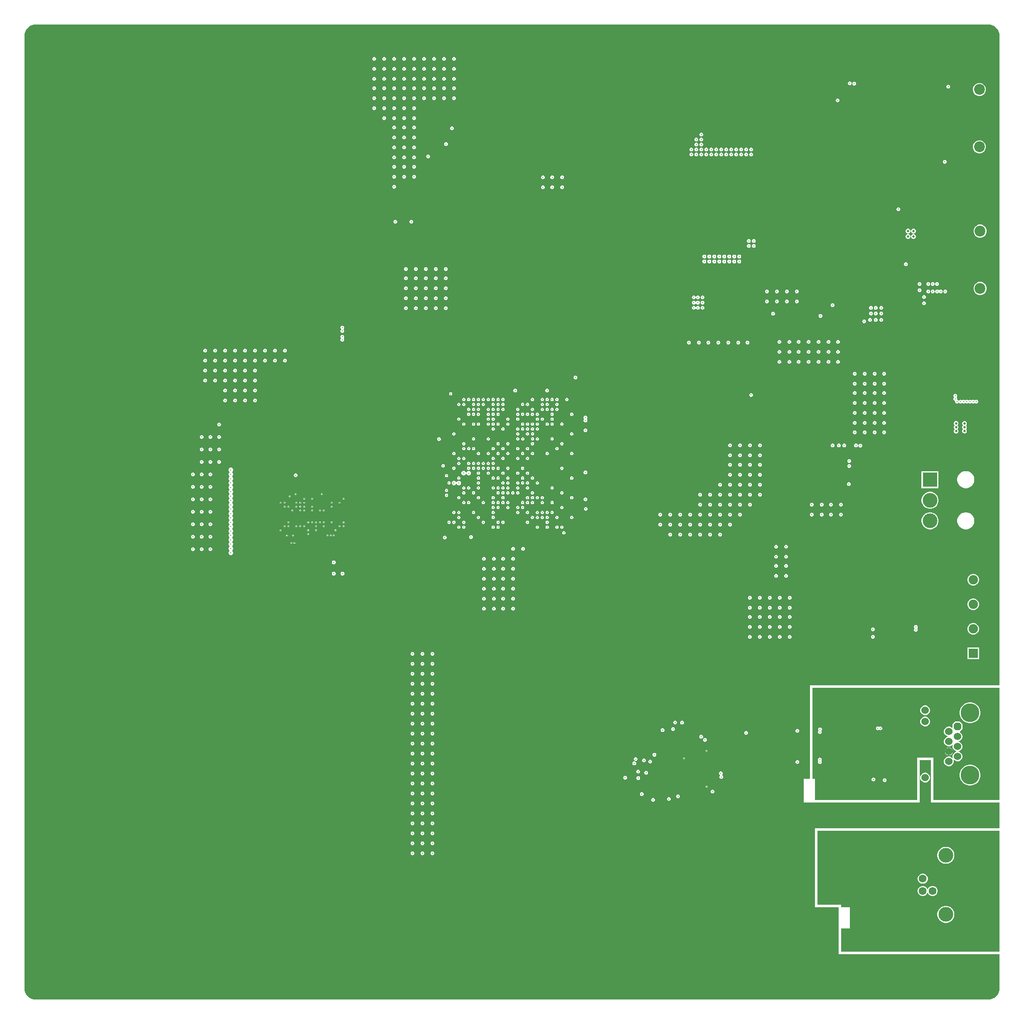
<source format=gbr>
G04*
G04 #@! TF.GenerationSoftware,Altium Limited,Altium Designer,23.11.1 (41)*
G04*
G04 Layer_Physical_Order=11*
G04 Layer_Color=16776960*
%FSLAX44Y44*%
%MOMM*%
G71*
G04*
G04 #@! TF.SameCoordinates,838A1BA1-0531-4938-89FD-2D76D54D1B47*
G04*
G04*
G04 #@! TF.FilePolarity,Positive*
G04*
G01*
G75*
%ADD217C,6.2000*%
%ADD218C,2.2000*%
%ADD219C,3.8100*%
G04:AMPARAMS|DCode=220|XSize=1.524mm|YSize=1.524mm|CornerRadius=0mm|HoleSize=0mm|Usage=FLASHONLY|Rotation=90.000|XOffset=0mm|YOffset=0mm|HoleType=Round|Shape=Octagon|*
%AMOCTAGOND220*
4,1,8,0.3810,0.7620,-0.3810,0.7620,-0.7620,0.3810,-0.7620,-0.3810,-0.3810,-0.7620,0.3810,-0.7620,0.7620,-0.3810,0.7620,0.3810,0.3810,0.7620,0.0*
%
%ADD220OCTAGOND220*%

%ADD221C,1.5240*%
%ADD222C,3.0000*%
%ADD223C,1.6000*%
%ADD224C,0.6000*%
%ADD225R,1.9050X1.9050*%
%ADD226C,1.9050*%
%ADD227R,3.0000X3.0000*%
%ADD228C,0.3048*%
%ADD229C,0.5000*%
%ADD230C,0.5588*%
%ADD231C,0.5080*%
G36*
X1994090Y414020D02*
X1859280D01*
Y500380D01*
X1826260D01*
Y414020D01*
X1617980D01*
Y457200D01*
X1612900D01*
Y642620D01*
X1994090D01*
Y414020D01*
D02*
G37*
G36*
Y105410D02*
X1671320D01*
Y152400D01*
X1689100D01*
Y195580D01*
X1671320D01*
Y200660D01*
X1623060D01*
Y351790D01*
X1994090D01*
Y105410D01*
D02*
G37*
G36*
X30479Y1994090D02*
X1971035Y1993871D01*
X1972200Y1994024D01*
X1975546Y1993694D01*
X1979879Y1992380D01*
X1983873Y1990246D01*
X1987373Y1987373D01*
X1990246Y1983873D01*
X1992380Y1979879D01*
X1993694Y1975546D01*
X1994118Y1971248D01*
X1994090Y1971040D01*
Y647700D01*
X1607820D01*
Y457200D01*
X1595120D01*
Y408940D01*
X1831340D01*
Y468630D01*
Y495300D01*
X1854200D01*
Y408940D01*
X1994090D01*
Y356870D01*
X1617980D01*
Y195580D01*
X1666240D01*
Y100330D01*
X1994090D01*
Y30480D01*
X1994118Y30272D01*
X1993694Y25974D01*
X1992380Y21641D01*
X1990246Y17647D01*
X1987373Y14147D01*
X1983873Y11274D01*
X1979879Y9140D01*
X1975546Y7826D01*
X1972279Y7504D01*
X1971040Y7430D01*
X1969771Y7429D01*
X31748D01*
X30480Y7430D01*
X29241Y7504D01*
X25974Y7826D01*
X21641Y9140D01*
X17647Y11274D01*
X14147Y14147D01*
X11274Y17647D01*
X9140Y21641D01*
X7826Y25974D01*
X7504Y29241D01*
X7430Y30480D01*
X7429Y31748D01*
Y1969771D01*
X7430Y1971040D01*
X7504Y1972279D01*
X7826Y1975546D01*
X9140Y1979879D01*
X11274Y1983873D01*
X14147Y1987373D01*
X17647Y1990246D01*
X21641Y1992380D01*
X25974Y1993694D01*
X30271Y1994118D01*
X30479Y1994090D01*
D02*
G37*
%LPC*%
G36*
X1843844Y606806D02*
X1841236D01*
X1838716Y606131D01*
X1836457Y604827D01*
X1834613Y602982D01*
X1833309Y600723D01*
X1832634Y598204D01*
Y595596D01*
X1833309Y593076D01*
X1834613Y590817D01*
X1836457Y588973D01*
X1838716Y587669D01*
X1841236Y586994D01*
X1843844D01*
X1846363Y587669D01*
X1848622Y588973D01*
X1850466Y590817D01*
X1851771Y593076D01*
X1852446Y595596D01*
Y598204D01*
X1851771Y600723D01*
X1850466Y602982D01*
X1848622Y604827D01*
X1846363Y606131D01*
X1843844Y606806D01*
D02*
G37*
G36*
X1936081Y613156D02*
X1931878D01*
X1927756Y612336D01*
X1923873Y610728D01*
X1920379Y608393D01*
X1917407Y605421D01*
X1915072Y601926D01*
X1913464Y598043D01*
X1912644Y593921D01*
Y589719D01*
X1913464Y585596D01*
X1915072Y581713D01*
X1917407Y578219D01*
X1920379Y575247D01*
X1923873Y572912D01*
X1927756Y571304D01*
X1931878Y570484D01*
X1936081D01*
X1940203Y571304D01*
X1944086Y572912D01*
X1947581Y575247D01*
X1950553Y578219D01*
X1952888Y581713D01*
X1954496Y585596D01*
X1955316Y589719D01*
Y593921D01*
X1954496Y598043D01*
X1952888Y601926D01*
X1950553Y605421D01*
X1947581Y608393D01*
X1944086Y610728D01*
X1940203Y612336D01*
X1936081Y613156D01*
D02*
G37*
G36*
X1843844Y583946D02*
X1841236D01*
X1838716Y583271D01*
X1836457Y581967D01*
X1834613Y580122D01*
X1833309Y577863D01*
X1832634Y575344D01*
Y572736D01*
X1833309Y570216D01*
X1834613Y567957D01*
X1836457Y566113D01*
X1838716Y564809D01*
X1841236Y564134D01*
X1843844D01*
X1846363Y564809D01*
X1848622Y566113D01*
X1850466Y567957D01*
X1851771Y570216D01*
X1852446Y572736D01*
Y575344D01*
X1851771Y577863D01*
X1850466Y580122D01*
X1848622Y581967D01*
X1846363Y583271D01*
X1843844Y583946D01*
D02*
G37*
G36*
X1752215Y563880D02*
X1750699D01*
X1749299Y563300D01*
X1748790Y562791D01*
X1748281Y563300D01*
X1746881Y563880D01*
X1745365D01*
X1743965Y563300D01*
X1742893Y562228D01*
X1742313Y560828D01*
Y559312D01*
X1742893Y557912D01*
X1743965Y556840D01*
X1745365Y556260D01*
X1746881D01*
X1748281Y556840D01*
X1748790Y557349D01*
X1749299Y556840D01*
X1750699Y556260D01*
X1752215D01*
X1753615Y556840D01*
X1754687Y557912D01*
X1755267Y559312D01*
Y560828D01*
X1754687Y562228D01*
X1753615Y563300D01*
X1752215Y563880D01*
D02*
G37*
G36*
X1913533Y573786D02*
X1903627D01*
X1898674Y568833D01*
Y561514D01*
X1897500Y561028D01*
X1896882Y561647D01*
X1894623Y562951D01*
X1892104Y563626D01*
X1889496D01*
X1886976Y562951D01*
X1884717Y561647D01*
X1882873Y559802D01*
X1881569Y557543D01*
X1880894Y555024D01*
Y552416D01*
X1881569Y549896D01*
X1882873Y547637D01*
X1884717Y545793D01*
X1886976Y544489D01*
X1887990Y544217D01*
Y542902D01*
X1886976Y542631D01*
X1884717Y541327D01*
X1882873Y539482D01*
X1881569Y537223D01*
X1880894Y534704D01*
Y532096D01*
X1881569Y529576D01*
X1882873Y527318D01*
X1884717Y525473D01*
X1886976Y524169D01*
X1889496Y523494D01*
X1892104D01*
X1894623Y524169D01*
X1896882Y525473D01*
X1897874Y526465D01*
X1899012Y525807D01*
X1898674Y524544D01*
Y521936D01*
X1899349Y519416D01*
X1900653Y517158D01*
X1902497Y515313D01*
X1904756Y514009D01*
X1905770Y513737D01*
Y512422D01*
X1904756Y512151D01*
X1902497Y510847D01*
X1900653Y509002D01*
X1899349Y506743D01*
X1898674Y504224D01*
Y501616D01*
X1899012Y500353D01*
X1897874Y499695D01*
X1896882Y500687D01*
X1894623Y501991D01*
X1892104Y502666D01*
X1889496D01*
X1886976Y501991D01*
X1884717Y500687D01*
X1882873Y498842D01*
X1881569Y496583D01*
X1880894Y494064D01*
Y491456D01*
X1881569Y488936D01*
X1882873Y486678D01*
X1884717Y484833D01*
X1886976Y483529D01*
X1889496Y482854D01*
X1892104D01*
X1894623Y483529D01*
X1896882Y484833D01*
X1898727Y486678D01*
X1900031Y488936D01*
X1900706Y491456D01*
Y494064D01*
X1900367Y495327D01*
X1901506Y495984D01*
X1902497Y494993D01*
X1904756Y493689D01*
X1907276Y493014D01*
X1909884D01*
X1912403Y493689D01*
X1914662Y494993D01*
X1916507Y496838D01*
X1917811Y499096D01*
X1918486Y501616D01*
Y504224D01*
X1917811Y506743D01*
X1916507Y509002D01*
X1914662Y510847D01*
X1912403Y512151D01*
X1911389Y512422D01*
Y513737D01*
X1912403Y514009D01*
X1914662Y515313D01*
X1916507Y517158D01*
X1917811Y519416D01*
X1918486Y521936D01*
Y524544D01*
X1917811Y527063D01*
X1916507Y529322D01*
X1914662Y531167D01*
X1912403Y532471D01*
X1911389Y532743D01*
Y534057D01*
X1912403Y534329D01*
X1914662Y535633D01*
X1916507Y537477D01*
X1917811Y539736D01*
X1918486Y542256D01*
Y544864D01*
X1917811Y547383D01*
X1916507Y549642D01*
X1914662Y551487D01*
X1913599Y552101D01*
X1913230Y553780D01*
X1913368Y553974D01*
X1913533D01*
X1918486Y558927D01*
Y568833D01*
X1913533Y573786D01*
D02*
G37*
G36*
X1629004Y561847D02*
X1627489D01*
X1626088Y561267D01*
X1625016Y560195D01*
X1624436Y558795D01*
Y557279D01*
X1625016Y555879D01*
X1625598Y555297D01*
X1624910Y554608D01*
X1624330Y553208D01*
Y551692D01*
X1624910Y550292D01*
X1625982Y549220D01*
X1627382Y548640D01*
X1628898D01*
X1630298Y549220D01*
X1631370Y550292D01*
X1631950Y551692D01*
Y553208D01*
X1631370Y554608D01*
X1630788Y555190D01*
X1631476Y555879D01*
X1632056Y557279D01*
Y558795D01*
X1631476Y560195D01*
X1630405Y561267D01*
X1629004Y561847D01*
D02*
G37*
G36*
X1891836Y520954D02*
X1889763D01*
X1887760Y520417D01*
X1885965Y519381D01*
X1884499Y517915D01*
X1883462Y516119D01*
X1882926Y514117D01*
Y512043D01*
X1883462Y510041D01*
X1884499Y508245D01*
X1885965Y506779D01*
X1887760Y505742D01*
X1889763Y505206D01*
X1891836D01*
X1893839Y505742D01*
X1895634Y506779D01*
X1897101Y508245D01*
X1898137Y510041D01*
X1898674Y512043D01*
Y514117D01*
X1898137Y516119D01*
X1897101Y517915D01*
X1895634Y519381D01*
X1893839Y520417D01*
X1891836Y520954D01*
D02*
G37*
G36*
X1628898Y500380D02*
X1627382D01*
X1625982Y499800D01*
X1624910Y498728D01*
X1624330Y497328D01*
Y495812D01*
X1624910Y494412D01*
X1625419Y493903D01*
X1624910Y493394D01*
X1624330Y491994D01*
Y490478D01*
X1624910Y489078D01*
X1625982Y488006D01*
X1627382Y487426D01*
X1628898D01*
X1630298Y488006D01*
X1631370Y489078D01*
X1631950Y490478D01*
Y491994D01*
X1631370Y493394D01*
X1630861Y493903D01*
X1631370Y494412D01*
X1631950Y495812D01*
Y497328D01*
X1631370Y498728D01*
X1630298Y499800D01*
X1628898Y500380D01*
D02*
G37*
G36*
X1738118Y459740D02*
X1736602D01*
X1735202Y459160D01*
X1734130Y458088D01*
X1733550Y456688D01*
Y455172D01*
X1734130Y453772D01*
X1735202Y452700D01*
X1736602Y452120D01*
X1738118D01*
X1739518Y452700D01*
X1740590Y453772D01*
X1741170Y455172D01*
Y456688D01*
X1740590Y458088D01*
X1739518Y459160D01*
X1738118Y459740D01*
D02*
G37*
G36*
X1760978Y458470D02*
X1759462D01*
X1758062Y457890D01*
X1756990Y456818D01*
X1756410Y455418D01*
Y453902D01*
X1756990Y452502D01*
X1758062Y451430D01*
X1759462Y450850D01*
X1760978D01*
X1762378Y451430D01*
X1763450Y452502D01*
X1764030Y453902D01*
Y455418D01*
X1763450Y456818D01*
X1762378Y457890D01*
X1760978Y458470D01*
D02*
G37*
G36*
X1936081Y486156D02*
X1931878D01*
X1927756Y485336D01*
X1923873Y483728D01*
X1920379Y481393D01*
X1917407Y478421D01*
X1915072Y474926D01*
X1913464Y471043D01*
X1912644Y466921D01*
Y462719D01*
X1913464Y458596D01*
X1915072Y454714D01*
X1917407Y451219D01*
X1920379Y448247D01*
X1923873Y445912D01*
X1927756Y444304D01*
X1931878Y443484D01*
X1936081D01*
X1940203Y444304D01*
X1944086Y445912D01*
X1947581Y448247D01*
X1950553Y451219D01*
X1952888Y454714D01*
X1954496Y458596D01*
X1955316Y462719D01*
Y466921D01*
X1954496Y471043D01*
X1952888Y474926D01*
X1950553Y478421D01*
X1947581Y481393D01*
X1944086Y483728D01*
X1940203Y485336D01*
X1936081Y486156D01*
D02*
G37*
G36*
X1886382Y318786D02*
X1882977D01*
X1879638Y318122D01*
X1876492Y316819D01*
X1873661Y314927D01*
X1871253Y312519D01*
X1869361Y309688D01*
X1868058Y306542D01*
X1867394Y303202D01*
Y299797D01*
X1868058Y296458D01*
X1869361Y293312D01*
X1871253Y290481D01*
X1873661Y288073D01*
X1876492Y286181D01*
X1879638Y284878D01*
X1882977Y284214D01*
X1886382D01*
X1889722Y284878D01*
X1892868Y286181D01*
X1895699Y288073D01*
X1898107Y290481D01*
X1899998Y293312D01*
X1901302Y296458D01*
X1901966Y299797D01*
Y303202D01*
X1901302Y306542D01*
X1899998Y309688D01*
X1898107Y312519D01*
X1895699Y314927D01*
X1892868Y316819D01*
X1889722Y318122D01*
X1886382Y318786D01*
D02*
G37*
G36*
X1839034Y264086D02*
X1836326D01*
X1833710Y263385D01*
X1831364Y262031D01*
X1829449Y260116D01*
X1828095Y257771D01*
X1827394Y255154D01*
Y252446D01*
X1828095Y249830D01*
X1829449Y247484D01*
X1831364Y245569D01*
X1833710Y244215D01*
X1836326Y243514D01*
X1839034D01*
X1841651Y244215D01*
X1843996Y245569D01*
X1845911Y247484D01*
X1847265Y249830D01*
X1847966Y252446D01*
Y255154D01*
X1847265Y257771D01*
X1845911Y260116D01*
X1843996Y262031D01*
X1841651Y263385D01*
X1839034Y264086D01*
D02*
G37*
G36*
X1859034Y239086D02*
X1856326D01*
X1853710Y238385D01*
X1851364Y237031D01*
X1849449Y235116D01*
X1848383Y233269D01*
X1846977D01*
X1845911Y235116D01*
X1843996Y237031D01*
X1841651Y238385D01*
X1839034Y239086D01*
X1836326D01*
X1833710Y238385D01*
X1831364Y237031D01*
X1829449Y235116D01*
X1828095Y232770D01*
X1827394Y230154D01*
Y227446D01*
X1828095Y224830D01*
X1829449Y222484D01*
X1831364Y220569D01*
X1833710Y219215D01*
X1836326Y218514D01*
X1839034D01*
X1841651Y219215D01*
X1843996Y220569D01*
X1845911Y222484D01*
X1846977Y224331D01*
X1848383D01*
X1849449Y222484D01*
X1851364Y220569D01*
X1853710Y219215D01*
X1856326Y218514D01*
X1859034D01*
X1861650Y219215D01*
X1863996Y220569D01*
X1865911Y222484D01*
X1867265Y224830D01*
X1867966Y227446D01*
Y230154D01*
X1867265Y232770D01*
X1865911Y235116D01*
X1863996Y237031D01*
X1861650Y238385D01*
X1859034Y239086D01*
D02*
G37*
G36*
X1886382Y198386D02*
X1882977D01*
X1879638Y197722D01*
X1876492Y196418D01*
X1873661Y194527D01*
X1871253Y192119D01*
X1869361Y189288D01*
X1868058Y186142D01*
X1867394Y182802D01*
Y179397D01*
X1868058Y176058D01*
X1869361Y172912D01*
X1871253Y170081D01*
X1873661Y167673D01*
X1876492Y165781D01*
X1879638Y164478D01*
X1882977Y163814D01*
X1886382D01*
X1889722Y164478D01*
X1892868Y165781D01*
X1895699Y167673D01*
X1898107Y170081D01*
X1899998Y172912D01*
X1901302Y176058D01*
X1901966Y179397D01*
Y182802D01*
X1901302Y186142D01*
X1899998Y189288D01*
X1898107Y192119D01*
X1895699Y194527D01*
X1892868Y196418D01*
X1889722Y197722D01*
X1886382Y198386D01*
D02*
G37*
G36*
X883408Y1927860D02*
X881892D01*
X880492Y1927280D01*
X879420Y1926208D01*
X878840Y1924808D01*
Y1923292D01*
X879420Y1921892D01*
X880492Y1920820D01*
X881892Y1920240D01*
X883408D01*
X884808Y1920820D01*
X885880Y1921892D01*
X886460Y1923292D01*
Y1924808D01*
X885880Y1926208D01*
X884808Y1927280D01*
X883408Y1927860D01*
D02*
G37*
G36*
X863088D02*
X861572D01*
X860172Y1927280D01*
X859100Y1926208D01*
X858520Y1924808D01*
Y1923292D01*
X859100Y1921892D01*
X860172Y1920820D01*
X861572Y1920240D01*
X863088D01*
X864488Y1920820D01*
X865560Y1921892D01*
X866140Y1923292D01*
Y1924808D01*
X865560Y1926208D01*
X864488Y1927280D01*
X863088Y1927860D01*
D02*
G37*
G36*
X842768D02*
X841252D01*
X839852Y1927280D01*
X838780Y1926208D01*
X838200Y1924808D01*
Y1923292D01*
X838780Y1921892D01*
X839852Y1920820D01*
X841252Y1920240D01*
X842768D01*
X844168Y1920820D01*
X845240Y1921892D01*
X845820Y1923292D01*
Y1924808D01*
X845240Y1926208D01*
X844168Y1927280D01*
X842768Y1927860D01*
D02*
G37*
G36*
X822448D02*
X820932D01*
X819532Y1927280D01*
X818460Y1926208D01*
X817880Y1924808D01*
Y1923292D01*
X818460Y1921892D01*
X819532Y1920820D01*
X820932Y1920240D01*
X822448D01*
X823848Y1920820D01*
X824920Y1921892D01*
X825500Y1923292D01*
Y1924808D01*
X824920Y1926208D01*
X823848Y1927280D01*
X822448Y1927860D01*
D02*
G37*
G36*
X802128D02*
X800612D01*
X799212Y1927280D01*
X798140Y1926208D01*
X797560Y1924808D01*
Y1923292D01*
X798140Y1921892D01*
X799212Y1920820D01*
X800612Y1920240D01*
X802128D01*
X803528Y1920820D01*
X804600Y1921892D01*
X805180Y1923292D01*
Y1924808D01*
X804600Y1926208D01*
X803528Y1927280D01*
X802128Y1927860D01*
D02*
G37*
G36*
X781808D02*
X780292D01*
X778892Y1927280D01*
X777820Y1926208D01*
X777240Y1924808D01*
Y1923292D01*
X777820Y1921892D01*
X778892Y1920820D01*
X780292Y1920240D01*
X781808D01*
X783208Y1920820D01*
X784280Y1921892D01*
X784860Y1923292D01*
Y1924808D01*
X784280Y1926208D01*
X783208Y1927280D01*
X781808Y1927860D01*
D02*
G37*
G36*
X761488D02*
X759972D01*
X758572Y1927280D01*
X757500Y1926208D01*
X756920Y1924808D01*
Y1923292D01*
X757500Y1921892D01*
X758572Y1920820D01*
X759972Y1920240D01*
X761488D01*
X762888Y1920820D01*
X763960Y1921892D01*
X764540Y1923292D01*
Y1924808D01*
X763960Y1926208D01*
X762888Y1927280D01*
X761488Y1927860D01*
D02*
G37*
G36*
X741168D02*
X739652D01*
X738252Y1927280D01*
X737180Y1926208D01*
X736600Y1924808D01*
Y1923292D01*
X737180Y1921892D01*
X738252Y1920820D01*
X739652Y1920240D01*
X741168D01*
X742568Y1920820D01*
X743640Y1921892D01*
X744220Y1923292D01*
Y1924808D01*
X743640Y1926208D01*
X742568Y1927280D01*
X741168Y1927860D01*
D02*
G37*
G36*
X720848D02*
X719332D01*
X717932Y1927280D01*
X716860Y1926208D01*
X716280Y1924808D01*
Y1923292D01*
X716860Y1921892D01*
X717932Y1920820D01*
X719332Y1920240D01*
X720848D01*
X722248Y1920820D01*
X723320Y1921892D01*
X723900Y1923292D01*
Y1924808D01*
X723320Y1926208D01*
X722248Y1927280D01*
X720848Y1927860D01*
D02*
G37*
G36*
X883408Y1907540D02*
X881892D01*
X880492Y1906960D01*
X879420Y1905888D01*
X878840Y1904488D01*
Y1902972D01*
X879420Y1901572D01*
X880492Y1900500D01*
X881892Y1899920D01*
X883408D01*
X884808Y1900500D01*
X885880Y1901572D01*
X886460Y1902972D01*
Y1904488D01*
X885880Y1905888D01*
X884808Y1906960D01*
X883408Y1907540D01*
D02*
G37*
G36*
X863088D02*
X861572D01*
X860172Y1906960D01*
X859100Y1905888D01*
X858520Y1904488D01*
Y1902972D01*
X859100Y1901572D01*
X860172Y1900500D01*
X861572Y1899920D01*
X863088D01*
X864488Y1900500D01*
X865560Y1901572D01*
X866140Y1902972D01*
Y1904488D01*
X865560Y1905888D01*
X864488Y1906960D01*
X863088Y1907540D01*
D02*
G37*
G36*
X842768D02*
X841252D01*
X839852Y1906960D01*
X838780Y1905888D01*
X838200Y1904488D01*
Y1902972D01*
X838780Y1901572D01*
X839852Y1900500D01*
X841252Y1899920D01*
X842768D01*
X844168Y1900500D01*
X845240Y1901572D01*
X845820Y1902972D01*
Y1904488D01*
X845240Y1905888D01*
X844168Y1906960D01*
X842768Y1907540D01*
D02*
G37*
G36*
X822448D02*
X820932D01*
X819532Y1906960D01*
X818460Y1905888D01*
X817880Y1904488D01*
Y1902972D01*
X818460Y1901572D01*
X819532Y1900500D01*
X820932Y1899920D01*
X822448D01*
X823848Y1900500D01*
X824920Y1901572D01*
X825500Y1902972D01*
Y1904488D01*
X824920Y1905888D01*
X823848Y1906960D01*
X822448Y1907540D01*
D02*
G37*
G36*
X802128D02*
X800612D01*
X799212Y1906960D01*
X798140Y1905888D01*
X797560Y1904488D01*
Y1902972D01*
X798140Y1901572D01*
X799212Y1900500D01*
X800612Y1899920D01*
X802128D01*
X803528Y1900500D01*
X804600Y1901572D01*
X805180Y1902972D01*
Y1904488D01*
X804600Y1905888D01*
X803528Y1906960D01*
X802128Y1907540D01*
D02*
G37*
G36*
X781808D02*
X780292D01*
X778892Y1906960D01*
X777820Y1905888D01*
X777240Y1904488D01*
Y1902972D01*
X777820Y1901572D01*
X778892Y1900500D01*
X780292Y1899920D01*
X781808D01*
X783208Y1900500D01*
X784280Y1901572D01*
X784860Y1902972D01*
Y1904488D01*
X784280Y1905888D01*
X783208Y1906960D01*
X781808Y1907540D01*
D02*
G37*
G36*
X761488D02*
X759972D01*
X758572Y1906960D01*
X757500Y1905888D01*
X756920Y1904488D01*
Y1902972D01*
X757500Y1901572D01*
X758572Y1900500D01*
X759972Y1899920D01*
X761488D01*
X762888Y1900500D01*
X763960Y1901572D01*
X764540Y1902972D01*
Y1904488D01*
X763960Y1905888D01*
X762888Y1906960D01*
X761488Y1907540D01*
D02*
G37*
G36*
X741168D02*
X739652D01*
X738252Y1906960D01*
X737180Y1905888D01*
X736600Y1904488D01*
Y1902972D01*
X737180Y1901572D01*
X738252Y1900500D01*
X739652Y1899920D01*
X741168D01*
X742568Y1900500D01*
X743640Y1901572D01*
X744220Y1902972D01*
Y1904488D01*
X743640Y1905888D01*
X742568Y1906960D01*
X741168Y1907540D01*
D02*
G37*
G36*
X720848D02*
X719332D01*
X717932Y1906960D01*
X716860Y1905888D01*
X716280Y1904488D01*
Y1902972D01*
X716860Y1901572D01*
X717932Y1900500D01*
X719332Y1899920D01*
X720848D01*
X722248Y1900500D01*
X723320Y1901572D01*
X723900Y1902972D01*
Y1904488D01*
X723320Y1905888D01*
X722248Y1906960D01*
X720848Y1907540D01*
D02*
G37*
G36*
X883408Y1887220D02*
X881892D01*
X880492Y1886640D01*
X879420Y1885568D01*
X878840Y1884168D01*
Y1882652D01*
X879420Y1881252D01*
X880492Y1880180D01*
X881892Y1879600D01*
X883408D01*
X884808Y1880180D01*
X885880Y1881252D01*
X886460Y1882652D01*
Y1884168D01*
X885880Y1885568D01*
X884808Y1886640D01*
X883408Y1887220D01*
D02*
G37*
G36*
X863088D02*
X861572D01*
X860172Y1886640D01*
X859100Y1885568D01*
X858520Y1884168D01*
Y1882652D01*
X859100Y1881252D01*
X860172Y1880180D01*
X861572Y1879600D01*
X863088D01*
X864488Y1880180D01*
X865560Y1881252D01*
X866140Y1882652D01*
Y1884168D01*
X865560Y1885568D01*
X864488Y1886640D01*
X863088Y1887220D01*
D02*
G37*
G36*
X842768D02*
X841252D01*
X839852Y1886640D01*
X838780Y1885568D01*
X838200Y1884168D01*
Y1882652D01*
X838780Y1881252D01*
X839852Y1880180D01*
X841252Y1879600D01*
X842768D01*
X844168Y1880180D01*
X845240Y1881252D01*
X845820Y1882652D01*
Y1884168D01*
X845240Y1885568D01*
X844168Y1886640D01*
X842768Y1887220D01*
D02*
G37*
G36*
X822448D02*
X820932D01*
X819532Y1886640D01*
X818460Y1885568D01*
X817880Y1884168D01*
Y1882652D01*
X818460Y1881252D01*
X819532Y1880180D01*
X820932Y1879600D01*
X822448D01*
X823848Y1880180D01*
X824920Y1881252D01*
X825500Y1882652D01*
Y1884168D01*
X824920Y1885568D01*
X823848Y1886640D01*
X822448Y1887220D01*
D02*
G37*
G36*
X802128D02*
X800612D01*
X799212Y1886640D01*
X798140Y1885568D01*
X797560Y1884168D01*
Y1882652D01*
X798140Y1881252D01*
X799212Y1880180D01*
X800612Y1879600D01*
X802128D01*
X803528Y1880180D01*
X804600Y1881252D01*
X805180Y1882652D01*
Y1884168D01*
X804600Y1885568D01*
X803528Y1886640D01*
X802128Y1887220D01*
D02*
G37*
G36*
X781808D02*
X780292D01*
X778892Y1886640D01*
X777820Y1885568D01*
X777240Y1884168D01*
Y1882652D01*
X777820Y1881252D01*
X778892Y1880180D01*
X780292Y1879600D01*
X781808D01*
X783208Y1880180D01*
X784280Y1881252D01*
X784860Y1882652D01*
Y1884168D01*
X784280Y1885568D01*
X783208Y1886640D01*
X781808Y1887220D01*
D02*
G37*
G36*
X761488D02*
X759972D01*
X758572Y1886640D01*
X757500Y1885568D01*
X756920Y1884168D01*
Y1882652D01*
X757500Y1881252D01*
X758572Y1880180D01*
X759972Y1879600D01*
X761488D01*
X762888Y1880180D01*
X763960Y1881252D01*
X764540Y1882652D01*
Y1884168D01*
X763960Y1885568D01*
X762888Y1886640D01*
X761488Y1887220D01*
D02*
G37*
G36*
X741168D02*
X739652D01*
X738252Y1886640D01*
X737180Y1885568D01*
X736600Y1884168D01*
Y1882652D01*
X737180Y1881252D01*
X738252Y1880180D01*
X739652Y1879600D01*
X741168D01*
X742568Y1880180D01*
X743640Y1881252D01*
X744220Y1882652D01*
Y1884168D01*
X743640Y1885568D01*
X742568Y1886640D01*
X741168Y1887220D01*
D02*
G37*
G36*
X720848D02*
X719332D01*
X717932Y1886640D01*
X716860Y1885568D01*
X716280Y1884168D01*
Y1882652D01*
X716860Y1881252D01*
X717932Y1880180D01*
X719332Y1879600D01*
X720848D01*
X722248Y1880180D01*
X723320Y1881252D01*
X723900Y1882652D01*
Y1884168D01*
X723320Y1885568D01*
X722248Y1886640D01*
X720848Y1887220D01*
D02*
G37*
G36*
X1689858Y1878076D02*
X1688342D01*
X1686942Y1877496D01*
X1685870Y1876424D01*
X1685290Y1875024D01*
Y1873508D01*
X1685870Y1872108D01*
X1686942Y1871036D01*
X1688342Y1870456D01*
X1689858D01*
X1691258Y1871036D01*
X1692330Y1872108D01*
X1692910Y1873508D01*
Y1875024D01*
X1692330Y1876424D01*
X1691258Y1877496D01*
X1689858Y1878076D01*
D02*
G37*
G36*
X1698748Y1877568D02*
X1697232D01*
X1695832Y1876988D01*
X1694760Y1875916D01*
X1694180Y1874516D01*
Y1873000D01*
X1694760Y1871600D01*
X1695832Y1870528D01*
X1697232Y1869948D01*
X1698748D01*
X1700148Y1870528D01*
X1701220Y1871600D01*
X1701800Y1873000D01*
Y1874516D01*
X1701220Y1875916D01*
X1700148Y1876988D01*
X1698748Y1877568D01*
D02*
G37*
G36*
X1890518Y1871345D02*
X1889002D01*
X1887602Y1870765D01*
X1886530Y1869693D01*
X1885950Y1868293D01*
Y1866777D01*
X1886530Y1865377D01*
X1887602Y1864305D01*
X1889002Y1863725D01*
X1890518D01*
X1891918Y1864305D01*
X1892990Y1865377D01*
X1893570Y1866777D01*
Y1868293D01*
X1892990Y1869693D01*
X1891918Y1870765D01*
X1890518Y1871345D01*
D02*
G37*
G36*
X883408Y1868170D02*
X881892D01*
X880492Y1867590D01*
X879420Y1866518D01*
X878840Y1865118D01*
Y1863602D01*
X879420Y1862202D01*
X880492Y1861130D01*
X881892Y1860550D01*
X883408D01*
X884808Y1861130D01*
X885880Y1862202D01*
X886460Y1863602D01*
Y1865118D01*
X885880Y1866518D01*
X884808Y1867590D01*
X883408Y1868170D01*
D02*
G37*
G36*
X863088D02*
X861572D01*
X860172Y1867590D01*
X859100Y1866518D01*
X858520Y1865118D01*
Y1863602D01*
X859100Y1862202D01*
X860172Y1861130D01*
X861572Y1860550D01*
X863088D01*
X864488Y1861130D01*
X865560Y1862202D01*
X866140Y1863602D01*
Y1865118D01*
X865560Y1866518D01*
X864488Y1867590D01*
X863088Y1868170D01*
D02*
G37*
G36*
X842768D02*
X841252D01*
X839852Y1867590D01*
X838780Y1866518D01*
X838200Y1865118D01*
Y1863602D01*
X838780Y1862202D01*
X839852Y1861130D01*
X841252Y1860550D01*
X842768D01*
X844168Y1861130D01*
X845240Y1862202D01*
X845820Y1863602D01*
Y1865118D01*
X845240Y1866518D01*
X844168Y1867590D01*
X842768Y1868170D01*
D02*
G37*
G36*
X822448D02*
X820932D01*
X819532Y1867590D01*
X818460Y1866518D01*
X817880Y1865118D01*
Y1863602D01*
X818460Y1862202D01*
X819532Y1861130D01*
X820932Y1860550D01*
X822448D01*
X823848Y1861130D01*
X824920Y1862202D01*
X825500Y1863602D01*
Y1865118D01*
X824920Y1866518D01*
X823848Y1867590D01*
X822448Y1868170D01*
D02*
G37*
G36*
X802128D02*
X800612D01*
X799212Y1867590D01*
X798140Y1866518D01*
X797560Y1865118D01*
Y1863602D01*
X798140Y1862202D01*
X799212Y1861130D01*
X800612Y1860550D01*
X802128D01*
X803528Y1861130D01*
X804600Y1862202D01*
X805180Y1863602D01*
Y1865118D01*
X804600Y1866518D01*
X803528Y1867590D01*
X802128Y1868170D01*
D02*
G37*
G36*
X781808D02*
X780292D01*
X778892Y1867590D01*
X777820Y1866518D01*
X777240Y1865118D01*
Y1863602D01*
X777820Y1862202D01*
X778892Y1861130D01*
X780292Y1860550D01*
X781808D01*
X783208Y1861130D01*
X784280Y1862202D01*
X784860Y1863602D01*
Y1865118D01*
X784280Y1866518D01*
X783208Y1867590D01*
X781808Y1868170D01*
D02*
G37*
G36*
X761488D02*
X759972D01*
X758572Y1867590D01*
X757500Y1866518D01*
X756920Y1865118D01*
Y1863602D01*
X757500Y1862202D01*
X758572Y1861130D01*
X759972Y1860550D01*
X761488D01*
X762888Y1861130D01*
X763960Y1862202D01*
X764540Y1863602D01*
Y1865118D01*
X763960Y1866518D01*
X762888Y1867590D01*
X761488Y1868170D01*
D02*
G37*
G36*
X741168D02*
X739652D01*
X738252Y1867590D01*
X737180Y1866518D01*
X736600Y1865118D01*
Y1863602D01*
X737180Y1862202D01*
X738252Y1861130D01*
X739652Y1860550D01*
X741168D01*
X742568Y1861130D01*
X743640Y1862202D01*
X744220Y1863602D01*
Y1865118D01*
X743640Y1866518D01*
X742568Y1867590D01*
X741168Y1868170D01*
D02*
G37*
G36*
X720848D02*
X719332D01*
X717932Y1867590D01*
X716860Y1866518D01*
X716280Y1865118D01*
Y1863602D01*
X716860Y1862202D01*
X717932Y1861130D01*
X719332Y1860550D01*
X720848D01*
X722248Y1861130D01*
X723320Y1862202D01*
X723900Y1863602D01*
Y1865118D01*
X723320Y1866518D01*
X722248Y1867590D01*
X720848Y1868170D01*
D02*
G37*
G36*
X1954755Y1874852D02*
X1951257D01*
X1947878Y1873947D01*
X1944848Y1872197D01*
X1942374Y1869724D01*
X1940625Y1866694D01*
X1939720Y1863315D01*
Y1859817D01*
X1940625Y1856438D01*
X1942374Y1853408D01*
X1944848Y1850934D01*
X1947878Y1849185D01*
X1951257Y1848280D01*
X1954755D01*
X1958134Y1849185D01*
X1961164Y1850934D01*
X1963637Y1853408D01*
X1965387Y1856438D01*
X1966292Y1859817D01*
Y1863315D01*
X1965387Y1866694D01*
X1963637Y1869724D01*
X1961164Y1872197D01*
X1958134Y1873947D01*
X1954755Y1874852D01*
D02*
G37*
G36*
X883408Y1847850D02*
X881892D01*
X880492Y1847270D01*
X879420Y1846198D01*
X878840Y1844798D01*
Y1843282D01*
X879420Y1841882D01*
X880492Y1840810D01*
X881892Y1840230D01*
X883408D01*
X884808Y1840810D01*
X885880Y1841882D01*
X886460Y1843282D01*
Y1844798D01*
X885880Y1846198D01*
X884808Y1847270D01*
X883408Y1847850D01*
D02*
G37*
G36*
X863088D02*
X861572D01*
X860172Y1847270D01*
X859100Y1846198D01*
X858520Y1844798D01*
Y1843282D01*
X859100Y1841882D01*
X860172Y1840810D01*
X861572Y1840230D01*
X863088D01*
X864488Y1840810D01*
X865560Y1841882D01*
X866140Y1843282D01*
Y1844798D01*
X865560Y1846198D01*
X864488Y1847270D01*
X863088Y1847850D01*
D02*
G37*
G36*
X842768D02*
X841252D01*
X839852Y1847270D01*
X838780Y1846198D01*
X838200Y1844798D01*
Y1843282D01*
X838780Y1841882D01*
X839852Y1840810D01*
X841252Y1840230D01*
X842768D01*
X844168Y1840810D01*
X845240Y1841882D01*
X845820Y1843282D01*
Y1844798D01*
X845240Y1846198D01*
X844168Y1847270D01*
X842768Y1847850D01*
D02*
G37*
G36*
X822448D02*
X820932D01*
X819532Y1847270D01*
X818460Y1846198D01*
X817880Y1844798D01*
Y1843282D01*
X818460Y1841882D01*
X819532Y1840810D01*
X820932Y1840230D01*
X822448D01*
X823848Y1840810D01*
X824920Y1841882D01*
X825500Y1843282D01*
Y1844798D01*
X824920Y1846198D01*
X823848Y1847270D01*
X822448Y1847850D01*
D02*
G37*
G36*
X802128D02*
X800612D01*
X799212Y1847270D01*
X798140Y1846198D01*
X797560Y1844798D01*
Y1843282D01*
X798140Y1841882D01*
X799212Y1840810D01*
X800612Y1840230D01*
X802128D01*
X803528Y1840810D01*
X804600Y1841882D01*
X805180Y1843282D01*
Y1844798D01*
X804600Y1846198D01*
X803528Y1847270D01*
X802128Y1847850D01*
D02*
G37*
G36*
X781808D02*
X780292D01*
X778892Y1847270D01*
X777820Y1846198D01*
X777240Y1844798D01*
Y1843282D01*
X777820Y1841882D01*
X778892Y1840810D01*
X780292Y1840230D01*
X781808D01*
X783208Y1840810D01*
X784280Y1841882D01*
X784860Y1843282D01*
Y1844798D01*
X784280Y1846198D01*
X783208Y1847270D01*
X781808Y1847850D01*
D02*
G37*
G36*
X761488D02*
X759972D01*
X758572Y1847270D01*
X757500Y1846198D01*
X756920Y1844798D01*
Y1843282D01*
X757500Y1841882D01*
X758572Y1840810D01*
X759972Y1840230D01*
X761488D01*
X762888Y1840810D01*
X763960Y1841882D01*
X764540Y1843282D01*
Y1844798D01*
X763960Y1846198D01*
X762888Y1847270D01*
X761488Y1847850D01*
D02*
G37*
G36*
X741168D02*
X739652D01*
X738252Y1847270D01*
X737180Y1846198D01*
X736600Y1844798D01*
Y1843282D01*
X737180Y1841882D01*
X738252Y1840810D01*
X739652Y1840230D01*
X741168D01*
X742568Y1840810D01*
X743640Y1841882D01*
X744220Y1843282D01*
Y1844798D01*
X743640Y1846198D01*
X742568Y1847270D01*
X741168Y1847850D01*
D02*
G37*
G36*
X720848D02*
X719332D01*
X717932Y1847270D01*
X716860Y1846198D01*
X716280Y1844798D01*
Y1843282D01*
X716860Y1841882D01*
X717932Y1840810D01*
X719332Y1840230D01*
X720848D01*
X722248Y1840810D01*
X723320Y1841882D01*
X723900Y1843282D01*
Y1844798D01*
X723320Y1846198D01*
X722248Y1847270D01*
X720848Y1847850D01*
D02*
G37*
G36*
X1664966Y1843278D02*
X1663450D01*
X1662050Y1842698D01*
X1660978Y1841626D01*
X1660398Y1840226D01*
Y1838710D01*
X1660978Y1837310D01*
X1662050Y1836238D01*
X1663450Y1835658D01*
X1664966D01*
X1666366Y1836238D01*
X1667438Y1837310D01*
X1668018Y1838710D01*
Y1840226D01*
X1667438Y1841626D01*
X1666366Y1842698D01*
X1664966Y1843278D01*
D02*
G37*
G36*
X802128Y1827530D02*
X800612D01*
X799212Y1826950D01*
X798140Y1825878D01*
X797560Y1824478D01*
Y1822962D01*
X798140Y1821562D01*
X799212Y1820490D01*
X800612Y1819910D01*
X802128D01*
X803528Y1820490D01*
X804600Y1821562D01*
X805180Y1822962D01*
Y1824478D01*
X804600Y1825878D01*
X803528Y1826950D01*
X802128Y1827530D01*
D02*
G37*
G36*
X781808D02*
X780292D01*
X778892Y1826950D01*
X777820Y1825878D01*
X777240Y1824478D01*
Y1822962D01*
X777820Y1821562D01*
X778892Y1820490D01*
X780292Y1819910D01*
X781808D01*
X783208Y1820490D01*
X784280Y1821562D01*
X784860Y1822962D01*
Y1824478D01*
X784280Y1825878D01*
X783208Y1826950D01*
X781808Y1827530D01*
D02*
G37*
G36*
X761488D02*
X759972D01*
X758572Y1826950D01*
X757500Y1825878D01*
X756920Y1824478D01*
Y1822962D01*
X757500Y1821562D01*
X758572Y1820490D01*
X759972Y1819910D01*
X761488D01*
X762888Y1820490D01*
X763960Y1821562D01*
X764540Y1822962D01*
Y1824478D01*
X763960Y1825878D01*
X762888Y1826950D01*
X761488Y1827530D01*
D02*
G37*
G36*
X741168D02*
X739652D01*
X738252Y1826950D01*
X737180Y1825878D01*
X736600Y1824478D01*
Y1822962D01*
X737180Y1821562D01*
X738252Y1820490D01*
X739652Y1819910D01*
X741168D01*
X742568Y1820490D01*
X743640Y1821562D01*
X744220Y1822962D01*
Y1824478D01*
X743640Y1825878D01*
X742568Y1826950D01*
X741168Y1827530D01*
D02*
G37*
G36*
X720848D02*
X719332D01*
X717932Y1826950D01*
X716860Y1825878D01*
X716280Y1824478D01*
Y1822962D01*
X716860Y1821562D01*
X717932Y1820490D01*
X719332Y1819910D01*
X720848D01*
X722248Y1820490D01*
X723320Y1821562D01*
X723900Y1822962D01*
Y1824478D01*
X723320Y1825878D01*
X722248Y1826950D01*
X720848Y1827530D01*
D02*
G37*
G36*
X802128Y1807210D02*
X800612D01*
X799212Y1806630D01*
X798140Y1805558D01*
X797560Y1804158D01*
Y1802642D01*
X798140Y1801242D01*
X799212Y1800170D01*
X800612Y1799590D01*
X802128D01*
X803528Y1800170D01*
X804600Y1801242D01*
X805180Y1802642D01*
Y1804158D01*
X804600Y1805558D01*
X803528Y1806630D01*
X802128Y1807210D01*
D02*
G37*
G36*
X781808D02*
X780292D01*
X778892Y1806630D01*
X777820Y1805558D01*
X777240Y1804158D01*
Y1802642D01*
X777820Y1801242D01*
X778892Y1800170D01*
X780292Y1799590D01*
X781808D01*
X783208Y1800170D01*
X784280Y1801242D01*
X784860Y1802642D01*
Y1804158D01*
X784280Y1805558D01*
X783208Y1806630D01*
X781808Y1807210D01*
D02*
G37*
G36*
X761488D02*
X759972D01*
X758572Y1806630D01*
X757500Y1805558D01*
X756920Y1804158D01*
Y1802642D01*
X757500Y1801242D01*
X758572Y1800170D01*
X759972Y1799590D01*
X761488D01*
X762888Y1800170D01*
X763960Y1801242D01*
X764540Y1802642D01*
Y1804158D01*
X763960Y1805558D01*
X762888Y1806630D01*
X761488Y1807210D01*
D02*
G37*
G36*
X741168D02*
X739652D01*
X738252Y1806630D01*
X737180Y1805558D01*
X736600Y1804158D01*
Y1802642D01*
X737180Y1801242D01*
X738252Y1800170D01*
X739652Y1799590D01*
X741168D01*
X742568Y1800170D01*
X743640Y1801242D01*
X744220Y1802642D01*
Y1804158D01*
X743640Y1805558D01*
X742568Y1806630D01*
X741168Y1807210D01*
D02*
G37*
G36*
X802128Y1788160D02*
X800612D01*
X799212Y1787580D01*
X798140Y1786508D01*
X797560Y1785108D01*
Y1783592D01*
X798140Y1782192D01*
X799212Y1781120D01*
X800612Y1780540D01*
X802128D01*
X803528Y1781120D01*
X804600Y1782192D01*
X805180Y1783592D01*
Y1785108D01*
X804600Y1786508D01*
X803528Y1787580D01*
X802128Y1788160D01*
D02*
G37*
G36*
X781808D02*
X780292D01*
X778892Y1787580D01*
X777820Y1786508D01*
X777240Y1785108D01*
Y1783592D01*
X777820Y1782192D01*
X778892Y1781120D01*
X780292Y1780540D01*
X781808D01*
X783208Y1781120D01*
X784280Y1782192D01*
X784860Y1783592D01*
Y1785108D01*
X784280Y1786508D01*
X783208Y1787580D01*
X781808Y1788160D01*
D02*
G37*
G36*
X761488D02*
X759972D01*
X758572Y1787580D01*
X757500Y1786508D01*
X756920Y1785108D01*
Y1783592D01*
X757500Y1782192D01*
X758572Y1781120D01*
X759972Y1780540D01*
X761488D01*
X762888Y1781120D01*
X763960Y1782192D01*
X764540Y1783592D01*
Y1785108D01*
X763960Y1786508D01*
X762888Y1787580D01*
X761488Y1788160D01*
D02*
G37*
G36*
X879388Y1786344D02*
X877872D01*
X876472Y1785764D01*
X875400Y1784692D01*
X874820Y1783292D01*
Y1781776D01*
X875400Y1780376D01*
X876472Y1779304D01*
X877872Y1778724D01*
X879388D01*
X880788Y1779304D01*
X881860Y1780376D01*
X882440Y1781776D01*
Y1783292D01*
X881860Y1784692D01*
X880788Y1785764D01*
X879388Y1786344D01*
D02*
G37*
G36*
X1387419Y1773521D02*
X1385904D01*
X1384503Y1772941D01*
X1383432Y1771869D01*
X1382851Y1770469D01*
Y1768953D01*
X1383432Y1767552D01*
X1384503Y1766481D01*
X1385904Y1765901D01*
X1387419D01*
X1388820Y1766481D01*
X1389891Y1767552D01*
X1390471Y1768953D01*
Y1770469D01*
X1389891Y1771869D01*
X1388820Y1772941D01*
X1387419Y1773521D01*
D02*
G37*
G36*
X802128Y1767840D02*
X800612D01*
X799212Y1767260D01*
X798140Y1766188D01*
X797560Y1764788D01*
Y1763272D01*
X798140Y1761872D01*
X799212Y1760800D01*
X800612Y1760220D01*
X802128D01*
X803528Y1760800D01*
X804600Y1761872D01*
X805180Y1763272D01*
Y1764788D01*
X804600Y1766188D01*
X803528Y1767260D01*
X802128Y1767840D01*
D02*
G37*
G36*
X781808D02*
X780292D01*
X778892Y1767260D01*
X777820Y1766188D01*
X777240Y1764788D01*
Y1763272D01*
X777820Y1761872D01*
X778892Y1760800D01*
X780292Y1760220D01*
X781808D01*
X783208Y1760800D01*
X784280Y1761872D01*
X784860Y1763272D01*
Y1764788D01*
X784280Y1766188D01*
X783208Y1767260D01*
X781808Y1767840D01*
D02*
G37*
G36*
X761488D02*
X759972D01*
X758572Y1767260D01*
X757500Y1766188D01*
X756920Y1764788D01*
Y1763272D01*
X757500Y1761872D01*
X758572Y1760800D01*
X759972Y1760220D01*
X761488D01*
X762888Y1760800D01*
X763960Y1761872D01*
X764540Y1763272D01*
Y1764788D01*
X763960Y1766188D01*
X762888Y1767260D01*
X761488Y1767840D01*
D02*
G37*
G36*
X1387419Y1763361D02*
X1385904D01*
X1384503Y1762781D01*
X1383432Y1761709D01*
X1382851Y1760309D01*
Y1758793D01*
X1383432Y1757392D01*
X1384503Y1756321D01*
X1385904Y1755741D01*
X1387419D01*
X1388820Y1756321D01*
X1389891Y1757392D01*
X1390471Y1758793D01*
Y1760309D01*
X1389891Y1761709D01*
X1388820Y1762781D01*
X1387419Y1763361D01*
D02*
G37*
G36*
X1377259D02*
X1375744D01*
X1374343Y1762781D01*
X1373271Y1761709D01*
X1372691Y1760309D01*
Y1758793D01*
X1373271Y1757392D01*
X1374343Y1756321D01*
X1375744Y1755741D01*
X1377259D01*
X1378660Y1756321D01*
X1379731Y1757392D01*
X1380311Y1758793D01*
Y1760309D01*
X1379731Y1761709D01*
X1378660Y1762781D01*
X1377259Y1763361D01*
D02*
G37*
G36*
X867072Y1754217D02*
X865556D01*
X864155Y1753637D01*
X863084Y1752565D01*
X862504Y1751165D01*
Y1749649D01*
X863084Y1748249D01*
X864155Y1747177D01*
X865556Y1746597D01*
X867072D01*
X868472Y1747177D01*
X869544Y1748249D01*
X870124Y1749649D01*
Y1751165D01*
X869544Y1752565D01*
X868472Y1753637D01*
X867072Y1754217D01*
D02*
G37*
G36*
X1387419Y1753201D02*
X1385904D01*
X1384503Y1752621D01*
X1383432Y1751549D01*
X1382851Y1750149D01*
Y1748633D01*
X1383432Y1747233D01*
X1384503Y1746161D01*
X1385904Y1745581D01*
X1387419D01*
X1388820Y1746161D01*
X1389891Y1747233D01*
X1390471Y1748633D01*
Y1750149D01*
X1389891Y1751549D01*
X1388820Y1752621D01*
X1387419Y1753201D01*
D02*
G37*
G36*
X1377259D02*
X1375744D01*
X1374343Y1752621D01*
X1373271Y1751549D01*
X1372691Y1750149D01*
Y1748633D01*
X1373271Y1747233D01*
X1374343Y1746161D01*
X1375744Y1745581D01*
X1377259D01*
X1378660Y1746161D01*
X1379731Y1747233D01*
X1380311Y1748633D01*
Y1750149D01*
X1379731Y1751549D01*
X1378660Y1752621D01*
X1377259Y1753201D01*
D02*
G37*
G36*
X802128Y1747520D02*
X800612D01*
X799212Y1746940D01*
X798140Y1745868D01*
X797560Y1744468D01*
Y1742952D01*
X798140Y1741552D01*
X799212Y1740480D01*
X800612Y1739900D01*
X802128D01*
X803528Y1740480D01*
X804600Y1741552D01*
X805180Y1742952D01*
Y1744468D01*
X804600Y1745868D01*
X803528Y1746940D01*
X802128Y1747520D01*
D02*
G37*
G36*
X781808D02*
X780292D01*
X778892Y1746940D01*
X777820Y1745868D01*
X777240Y1744468D01*
Y1742952D01*
X777820Y1741552D01*
X778892Y1740480D01*
X780292Y1739900D01*
X781808D01*
X783208Y1740480D01*
X784280Y1741552D01*
X784860Y1742952D01*
Y1744468D01*
X784280Y1745868D01*
X783208Y1746940D01*
X781808Y1747520D01*
D02*
G37*
G36*
X761488D02*
X759972D01*
X758572Y1746940D01*
X757500Y1745868D01*
X756920Y1744468D01*
Y1742952D01*
X757500Y1741552D01*
X758572Y1740480D01*
X759972Y1739900D01*
X761488D01*
X762888Y1740480D01*
X763960Y1741552D01*
X764540Y1742952D01*
Y1744468D01*
X763960Y1745868D01*
X762888Y1746940D01*
X761488Y1747520D01*
D02*
G37*
G36*
X1489019Y1743041D02*
X1487504D01*
X1486103Y1742461D01*
X1485031Y1741389D01*
X1484451Y1739989D01*
Y1738473D01*
X1485031Y1737072D01*
X1486103Y1736001D01*
X1487504Y1735421D01*
X1489019D01*
X1490420Y1736001D01*
X1491491Y1737072D01*
X1492071Y1738473D01*
Y1739989D01*
X1491491Y1741389D01*
X1490420Y1742461D01*
X1489019Y1743041D01*
D02*
G37*
G36*
X1478859D02*
X1477344D01*
X1475943Y1742461D01*
X1474872Y1741389D01*
X1474291Y1739989D01*
Y1738473D01*
X1474872Y1737072D01*
X1475943Y1736001D01*
X1477344Y1735421D01*
X1478859D01*
X1480260Y1736001D01*
X1481331Y1737072D01*
X1481911Y1738473D01*
Y1739989D01*
X1481331Y1741389D01*
X1480260Y1742461D01*
X1478859Y1743041D01*
D02*
G37*
G36*
X1468699D02*
X1467184D01*
X1465783Y1742461D01*
X1464711Y1741389D01*
X1464131Y1739989D01*
Y1738473D01*
X1464711Y1737072D01*
X1465783Y1736001D01*
X1467184Y1735421D01*
X1468699D01*
X1470100Y1736001D01*
X1471171Y1737072D01*
X1471751Y1738473D01*
Y1739989D01*
X1471171Y1741389D01*
X1470100Y1742461D01*
X1468699Y1743041D01*
D02*
G37*
G36*
X1458539D02*
X1457024D01*
X1455623Y1742461D01*
X1454552Y1741389D01*
X1453971Y1739989D01*
Y1738473D01*
X1454552Y1737072D01*
X1455623Y1736001D01*
X1457024Y1735421D01*
X1458539D01*
X1459940Y1736001D01*
X1461011Y1737072D01*
X1461591Y1738473D01*
Y1739989D01*
X1461011Y1741389D01*
X1459940Y1742461D01*
X1458539Y1743041D01*
D02*
G37*
G36*
X1448379D02*
X1446864D01*
X1445463Y1742461D01*
X1444391Y1741389D01*
X1443811Y1739989D01*
Y1738473D01*
X1444391Y1737072D01*
X1445463Y1736001D01*
X1446864Y1735421D01*
X1448379D01*
X1449780Y1736001D01*
X1450851Y1737072D01*
X1451431Y1738473D01*
Y1739989D01*
X1450851Y1741389D01*
X1449780Y1742461D01*
X1448379Y1743041D01*
D02*
G37*
G36*
X1438219D02*
X1436704D01*
X1435303Y1742461D01*
X1434232Y1741389D01*
X1433651Y1739989D01*
Y1738473D01*
X1434232Y1737072D01*
X1435303Y1736001D01*
X1436704Y1735421D01*
X1438219D01*
X1439620Y1736001D01*
X1440691Y1737072D01*
X1441271Y1738473D01*
Y1739989D01*
X1440691Y1741389D01*
X1439620Y1742461D01*
X1438219Y1743041D01*
D02*
G37*
G36*
X1428059D02*
X1426544D01*
X1425143Y1742461D01*
X1424072Y1741389D01*
X1423491Y1739989D01*
Y1738473D01*
X1424072Y1737072D01*
X1425143Y1736001D01*
X1426544Y1735421D01*
X1428059D01*
X1429460Y1736001D01*
X1430531Y1737072D01*
X1431111Y1738473D01*
Y1739989D01*
X1430531Y1741389D01*
X1429460Y1742461D01*
X1428059Y1743041D01*
D02*
G37*
G36*
X1417899D02*
X1416384D01*
X1414983Y1742461D01*
X1413911Y1741389D01*
X1413331Y1739989D01*
Y1738473D01*
X1413911Y1737072D01*
X1414983Y1736001D01*
X1416384Y1735421D01*
X1417899D01*
X1419300Y1736001D01*
X1420371Y1737072D01*
X1420951Y1738473D01*
Y1739989D01*
X1420371Y1741389D01*
X1419300Y1742461D01*
X1417899Y1743041D01*
D02*
G37*
G36*
X1407739D02*
X1406224D01*
X1404823Y1742461D01*
X1403752Y1741389D01*
X1403171Y1739989D01*
Y1738473D01*
X1403752Y1737072D01*
X1404823Y1736001D01*
X1406224Y1735421D01*
X1407739D01*
X1409140Y1736001D01*
X1410211Y1737072D01*
X1410791Y1738473D01*
Y1739989D01*
X1410211Y1741389D01*
X1409140Y1742461D01*
X1407739Y1743041D01*
D02*
G37*
G36*
X1397579D02*
X1396064D01*
X1394663Y1742461D01*
X1393591Y1741389D01*
X1393011Y1739989D01*
Y1738473D01*
X1393591Y1737072D01*
X1394663Y1736001D01*
X1396064Y1735421D01*
X1397579D01*
X1398980Y1736001D01*
X1400051Y1737072D01*
X1400631Y1738473D01*
Y1739989D01*
X1400051Y1741389D01*
X1398980Y1742461D01*
X1397579Y1743041D01*
D02*
G37*
G36*
X1387419D02*
X1385904D01*
X1384503Y1742461D01*
X1383432Y1741389D01*
X1382851Y1739989D01*
Y1738473D01*
X1383432Y1737072D01*
X1384503Y1736001D01*
X1385904Y1735421D01*
X1387419D01*
X1388820Y1736001D01*
X1389891Y1737072D01*
X1390471Y1738473D01*
Y1739989D01*
X1389891Y1741389D01*
X1388820Y1742461D01*
X1387419Y1743041D01*
D02*
G37*
G36*
X1377259D02*
X1375744D01*
X1374343Y1742461D01*
X1373271Y1741389D01*
X1372691Y1739989D01*
Y1738473D01*
X1373271Y1737072D01*
X1374343Y1736001D01*
X1375744Y1735421D01*
X1377259D01*
X1378660Y1736001D01*
X1379731Y1737072D01*
X1380311Y1738473D01*
Y1739989D01*
X1379731Y1741389D01*
X1378660Y1742461D01*
X1377259Y1743041D01*
D02*
G37*
G36*
X1367099D02*
X1365584D01*
X1364183Y1742461D01*
X1363112Y1741389D01*
X1362531Y1739989D01*
Y1738473D01*
X1363112Y1737072D01*
X1364183Y1736001D01*
X1365584Y1735421D01*
X1367099D01*
X1368500Y1736001D01*
X1369571Y1737072D01*
X1370151Y1738473D01*
Y1739989D01*
X1369571Y1741389D01*
X1368500Y1742461D01*
X1367099Y1743041D01*
D02*
G37*
G36*
X1954755Y1758012D02*
X1951257D01*
X1947878Y1757106D01*
X1944848Y1755357D01*
X1942374Y1752884D01*
X1940625Y1749854D01*
X1939720Y1746475D01*
Y1742977D01*
X1940625Y1739598D01*
X1942374Y1736568D01*
X1944848Y1734094D01*
X1947878Y1732345D01*
X1951257Y1731440D01*
X1954755D01*
X1958134Y1732345D01*
X1961164Y1734094D01*
X1963637Y1736568D01*
X1965387Y1739598D01*
X1966292Y1742977D01*
Y1746475D01*
X1965387Y1749854D01*
X1963637Y1752884D01*
X1961164Y1755357D01*
X1958134Y1757106D01*
X1954755Y1758012D01*
D02*
G37*
G36*
X1489019Y1732881D02*
X1487504D01*
X1486103Y1732301D01*
X1485031Y1731229D01*
X1484451Y1729829D01*
Y1728313D01*
X1485031Y1726913D01*
X1486103Y1725841D01*
X1487504Y1725261D01*
X1489019D01*
X1490420Y1725841D01*
X1491491Y1726913D01*
X1492071Y1728313D01*
Y1729829D01*
X1491491Y1731229D01*
X1490420Y1732301D01*
X1489019Y1732881D01*
D02*
G37*
G36*
X1478859D02*
X1477344D01*
X1475943Y1732301D01*
X1474872Y1731229D01*
X1474291Y1729829D01*
Y1728313D01*
X1474872Y1726913D01*
X1475943Y1725841D01*
X1477344Y1725261D01*
X1478859D01*
X1480260Y1725841D01*
X1481331Y1726913D01*
X1481911Y1728313D01*
Y1729829D01*
X1481331Y1731229D01*
X1480260Y1732301D01*
X1478859Y1732881D01*
D02*
G37*
G36*
X1468699D02*
X1467184D01*
X1465783Y1732301D01*
X1464711Y1731229D01*
X1464131Y1729829D01*
Y1728313D01*
X1464711Y1726913D01*
X1465783Y1725841D01*
X1467184Y1725261D01*
X1468699D01*
X1470100Y1725841D01*
X1471171Y1726913D01*
X1471751Y1728313D01*
Y1729829D01*
X1471171Y1731229D01*
X1470100Y1732301D01*
X1468699Y1732881D01*
D02*
G37*
G36*
X1458539D02*
X1457024D01*
X1455623Y1732301D01*
X1454552Y1731229D01*
X1453971Y1729829D01*
Y1728313D01*
X1454552Y1726913D01*
X1455623Y1725841D01*
X1457024Y1725261D01*
X1458539D01*
X1459940Y1725841D01*
X1461011Y1726913D01*
X1461591Y1728313D01*
Y1729829D01*
X1461011Y1731229D01*
X1459940Y1732301D01*
X1458539Y1732881D01*
D02*
G37*
G36*
X1448379D02*
X1446864D01*
X1445463Y1732301D01*
X1444391Y1731229D01*
X1443811Y1729829D01*
Y1728313D01*
X1444391Y1726913D01*
X1445463Y1725841D01*
X1446864Y1725261D01*
X1448379D01*
X1449780Y1725841D01*
X1450851Y1726913D01*
X1451431Y1728313D01*
Y1729829D01*
X1450851Y1731229D01*
X1449780Y1732301D01*
X1448379Y1732881D01*
D02*
G37*
G36*
X1438219D02*
X1436704D01*
X1435303Y1732301D01*
X1434232Y1731229D01*
X1433651Y1729829D01*
Y1728313D01*
X1434232Y1726913D01*
X1435303Y1725841D01*
X1436704Y1725261D01*
X1438219D01*
X1439620Y1725841D01*
X1440691Y1726913D01*
X1441271Y1728313D01*
Y1729829D01*
X1440691Y1731229D01*
X1439620Y1732301D01*
X1438219Y1732881D01*
D02*
G37*
G36*
X1428059D02*
X1426544D01*
X1425143Y1732301D01*
X1424072Y1731229D01*
X1423491Y1729829D01*
Y1728313D01*
X1424072Y1726913D01*
X1425143Y1725841D01*
X1426544Y1725261D01*
X1428059D01*
X1429460Y1725841D01*
X1430531Y1726913D01*
X1431111Y1728313D01*
Y1729829D01*
X1430531Y1731229D01*
X1429460Y1732301D01*
X1428059Y1732881D01*
D02*
G37*
G36*
X1417899D02*
X1416384D01*
X1414983Y1732301D01*
X1413911Y1731229D01*
X1413331Y1729829D01*
Y1728313D01*
X1413911Y1726913D01*
X1414983Y1725841D01*
X1416384Y1725261D01*
X1417899D01*
X1419300Y1725841D01*
X1420371Y1726913D01*
X1420951Y1728313D01*
Y1729829D01*
X1420371Y1731229D01*
X1419300Y1732301D01*
X1417899Y1732881D01*
D02*
G37*
G36*
X1407739D02*
X1406224D01*
X1404823Y1732301D01*
X1403752Y1731229D01*
X1403171Y1729829D01*
Y1728313D01*
X1403752Y1726913D01*
X1404823Y1725841D01*
X1406224Y1725261D01*
X1407739D01*
X1409140Y1725841D01*
X1410211Y1726913D01*
X1410791Y1728313D01*
Y1729829D01*
X1410211Y1731229D01*
X1409140Y1732301D01*
X1407739Y1732881D01*
D02*
G37*
G36*
X1397579D02*
X1396064D01*
X1394663Y1732301D01*
X1393591Y1731229D01*
X1393011Y1729829D01*
Y1728313D01*
X1393591Y1726913D01*
X1394663Y1725841D01*
X1396064Y1725261D01*
X1397579D01*
X1398980Y1725841D01*
X1400051Y1726913D01*
X1400631Y1728313D01*
Y1729829D01*
X1400051Y1731229D01*
X1398980Y1732301D01*
X1397579Y1732881D01*
D02*
G37*
G36*
X1387419D02*
X1385904D01*
X1384503Y1732301D01*
X1383432Y1731229D01*
X1382851Y1729829D01*
Y1728313D01*
X1383432Y1726913D01*
X1384503Y1725841D01*
X1385904Y1725261D01*
X1387419D01*
X1388820Y1725841D01*
X1389891Y1726913D01*
X1390471Y1728313D01*
Y1729829D01*
X1389891Y1731229D01*
X1388820Y1732301D01*
X1387419Y1732881D01*
D02*
G37*
G36*
X1377259D02*
X1375744D01*
X1374343Y1732301D01*
X1373271Y1731229D01*
X1372691Y1729829D01*
Y1728313D01*
X1373271Y1726913D01*
X1374343Y1725841D01*
X1375744Y1725261D01*
X1377259D01*
X1378660Y1725841D01*
X1379731Y1726913D01*
X1380311Y1728313D01*
Y1729829D01*
X1379731Y1731229D01*
X1378660Y1732301D01*
X1377259Y1732881D01*
D02*
G37*
G36*
X1367099D02*
X1365584D01*
X1364183Y1732301D01*
X1363112Y1731229D01*
X1362531Y1729829D01*
Y1728313D01*
X1363112Y1726913D01*
X1364183Y1725841D01*
X1365584Y1725261D01*
X1367099D01*
X1368500Y1725841D01*
X1369571Y1726913D01*
X1370151Y1728313D01*
Y1729829D01*
X1369571Y1731229D01*
X1368500Y1732301D01*
X1367099Y1732881D01*
D02*
G37*
G36*
X830687Y1729006D02*
X829172D01*
X827771Y1728426D01*
X826700Y1727354D01*
X826120Y1725954D01*
Y1724438D01*
X826700Y1723038D01*
X827771Y1721966D01*
X829172Y1721386D01*
X830687D01*
X832088Y1721966D01*
X833160Y1723038D01*
X833740Y1724438D01*
Y1725954D01*
X833160Y1727354D01*
X832088Y1728426D01*
X830687Y1729006D01*
D02*
G37*
G36*
X802128Y1727200D02*
X800612D01*
X799212Y1726620D01*
X798140Y1725548D01*
X797560Y1724148D01*
Y1722632D01*
X798140Y1721232D01*
X799212Y1720160D01*
X800612Y1719580D01*
X802128D01*
X803528Y1720160D01*
X804600Y1721232D01*
X805180Y1722632D01*
Y1724148D01*
X804600Y1725548D01*
X803528Y1726620D01*
X802128Y1727200D01*
D02*
G37*
G36*
X781808D02*
X780292D01*
X778892Y1726620D01*
X777820Y1725548D01*
X777240Y1724148D01*
Y1722632D01*
X777820Y1721232D01*
X778892Y1720160D01*
X780292Y1719580D01*
X781808D01*
X783208Y1720160D01*
X784280Y1721232D01*
X784860Y1722632D01*
Y1724148D01*
X784280Y1725548D01*
X783208Y1726620D01*
X781808Y1727200D01*
D02*
G37*
G36*
X761488D02*
X759972D01*
X758572Y1726620D01*
X757500Y1725548D01*
X756920Y1724148D01*
Y1722632D01*
X757500Y1721232D01*
X758572Y1720160D01*
X759972Y1719580D01*
X761488D01*
X762888Y1720160D01*
X763960Y1721232D01*
X764540Y1722632D01*
Y1724148D01*
X763960Y1725548D01*
X762888Y1726620D01*
X761488Y1727200D01*
D02*
G37*
G36*
X1883152Y1718310D02*
X1881636D01*
X1880236Y1717730D01*
X1879164Y1716658D01*
X1878584Y1715258D01*
Y1713742D01*
X1879164Y1712342D01*
X1880236Y1711270D01*
X1881636Y1710690D01*
X1883152D01*
X1884552Y1711270D01*
X1885624Y1712342D01*
X1886204Y1713742D01*
Y1715258D01*
X1885624Y1716658D01*
X1884552Y1717730D01*
X1883152Y1718310D01*
D02*
G37*
G36*
X802128Y1708150D02*
X800612D01*
X799212Y1707570D01*
X798140Y1706498D01*
X797560Y1705098D01*
Y1703582D01*
X798140Y1702182D01*
X799212Y1701110D01*
X800612Y1700530D01*
X802128D01*
X803528Y1701110D01*
X804600Y1702182D01*
X805180Y1703582D01*
Y1705098D01*
X804600Y1706498D01*
X803528Y1707570D01*
X802128Y1708150D01*
D02*
G37*
G36*
X781808D02*
X780292D01*
X778892Y1707570D01*
X777820Y1706498D01*
X777240Y1705098D01*
Y1703582D01*
X777820Y1702182D01*
X778892Y1701110D01*
X780292Y1700530D01*
X781808D01*
X783208Y1701110D01*
X784280Y1702182D01*
X784860Y1703582D01*
Y1705098D01*
X784280Y1706498D01*
X783208Y1707570D01*
X781808Y1708150D01*
D02*
G37*
G36*
X761488D02*
X759972D01*
X758572Y1707570D01*
X757500Y1706498D01*
X756920Y1705098D01*
Y1703582D01*
X757500Y1702182D01*
X758572Y1701110D01*
X759972Y1700530D01*
X761488D01*
X762888Y1701110D01*
X763960Y1702182D01*
X764540Y1703582D01*
Y1705098D01*
X763960Y1706498D01*
X762888Y1707570D01*
X761488Y1708150D01*
D02*
G37*
G36*
X802128Y1687830D02*
X800612D01*
X799212Y1687250D01*
X798140Y1686178D01*
X797560Y1684778D01*
Y1683262D01*
X798140Y1681862D01*
X799212Y1680790D01*
X800612Y1680210D01*
X802128D01*
X803528Y1680790D01*
X804600Y1681862D01*
X805180Y1683262D01*
Y1684778D01*
X804600Y1686178D01*
X803528Y1687250D01*
X802128Y1687830D01*
D02*
G37*
G36*
X781808D02*
X780292D01*
X778892Y1687250D01*
X777820Y1686178D01*
X777240Y1684778D01*
Y1683262D01*
X777820Y1681862D01*
X778892Y1680790D01*
X780292Y1680210D01*
X781808D01*
X783208Y1680790D01*
X784280Y1681862D01*
X784860Y1683262D01*
Y1684778D01*
X784280Y1686178D01*
X783208Y1687250D01*
X781808Y1687830D01*
D02*
G37*
G36*
X761488D02*
X759972D01*
X758572Y1687250D01*
X757500Y1686178D01*
X756920Y1684778D01*
Y1683262D01*
X757500Y1681862D01*
X758572Y1680790D01*
X759972Y1680210D01*
X761488D01*
X762888Y1680790D01*
X763960Y1681862D01*
X764540Y1683262D01*
Y1684778D01*
X763960Y1686178D01*
X762888Y1687250D01*
X761488Y1687830D01*
D02*
G37*
G36*
X1103950Y1686560D02*
X1102434D01*
X1101034Y1685980D01*
X1099962Y1684908D01*
X1099382Y1683508D01*
Y1681992D01*
X1099962Y1680592D01*
X1101034Y1679520D01*
X1102434Y1678940D01*
X1103950D01*
X1105350Y1679520D01*
X1106422Y1680592D01*
X1107002Y1681992D01*
Y1683508D01*
X1106422Y1684908D01*
X1105350Y1685980D01*
X1103950Y1686560D01*
D02*
G37*
G36*
X1083630D02*
X1082114D01*
X1080714Y1685980D01*
X1079642Y1684908D01*
X1079062Y1683508D01*
Y1681992D01*
X1079642Y1680592D01*
X1080714Y1679520D01*
X1082114Y1678940D01*
X1083630D01*
X1085031Y1679520D01*
X1086102Y1680592D01*
X1086682Y1681992D01*
Y1683508D01*
X1086102Y1684908D01*
X1085031Y1685980D01*
X1083630Y1686560D01*
D02*
G37*
G36*
X1064580D02*
X1063064D01*
X1061664Y1685980D01*
X1060592Y1684908D01*
X1060012Y1683508D01*
Y1681992D01*
X1060592Y1680592D01*
X1061664Y1679520D01*
X1063064Y1678940D01*
X1064580D01*
X1065981Y1679520D01*
X1067052Y1680592D01*
X1067632Y1681992D01*
Y1683508D01*
X1067052Y1684908D01*
X1065981Y1685980D01*
X1064580Y1686560D01*
D02*
G37*
G36*
X761488Y1667510D02*
X759972D01*
X758572Y1666930D01*
X757500Y1665858D01*
X756920Y1664458D01*
Y1662942D01*
X757500Y1661542D01*
X758572Y1660470D01*
X759972Y1659890D01*
X761488D01*
X762888Y1660470D01*
X763960Y1661542D01*
X764540Y1662942D01*
Y1664458D01*
X763960Y1665858D01*
X762888Y1666930D01*
X761488Y1667510D01*
D02*
G37*
G36*
X1103950Y1666240D02*
X1102434D01*
X1101034Y1665660D01*
X1099962Y1664588D01*
X1099382Y1663188D01*
Y1661672D01*
X1099962Y1660272D01*
X1101034Y1659200D01*
X1102434Y1658620D01*
X1103950D01*
X1105350Y1659200D01*
X1106422Y1660272D01*
X1107002Y1661672D01*
Y1663188D01*
X1106422Y1664588D01*
X1105350Y1665660D01*
X1103950Y1666240D01*
D02*
G37*
G36*
X1083630D02*
X1082114D01*
X1080714Y1665660D01*
X1079642Y1664588D01*
X1079062Y1663188D01*
Y1661672D01*
X1079642Y1660272D01*
X1080714Y1659200D01*
X1082114Y1658620D01*
X1083630D01*
X1085031Y1659200D01*
X1086102Y1660272D01*
X1086682Y1661672D01*
Y1663188D01*
X1086102Y1664588D01*
X1085031Y1665660D01*
X1083630Y1666240D01*
D02*
G37*
G36*
X1064580D02*
X1063064D01*
X1061664Y1665660D01*
X1060592Y1664588D01*
X1060012Y1663188D01*
Y1661672D01*
X1060592Y1660272D01*
X1061664Y1659200D01*
X1063064Y1658620D01*
X1064580D01*
X1065981Y1659200D01*
X1067052Y1660272D01*
X1067632Y1661672D01*
Y1663188D01*
X1067052Y1664588D01*
X1065981Y1665660D01*
X1064580Y1666240D01*
D02*
G37*
G36*
X1788780Y1621564D02*
X1787264D01*
X1785864Y1620984D01*
X1784792Y1619912D01*
X1784212Y1618512D01*
Y1616996D01*
X1784792Y1615596D01*
X1785864Y1614524D01*
X1787264Y1613944D01*
X1788780D01*
X1790180Y1614524D01*
X1791252Y1615596D01*
X1791832Y1616996D01*
Y1618512D01*
X1791252Y1619912D01*
X1790180Y1620984D01*
X1788780Y1621564D01*
D02*
G37*
G36*
X796530Y1595987D02*
X795015D01*
X793614Y1595407D01*
X792543Y1594335D01*
X791963Y1592935D01*
Y1591420D01*
X792543Y1590019D01*
X793614Y1588947D01*
X795015Y1588367D01*
X796530D01*
X797931Y1588947D01*
X799003Y1590019D01*
X799583Y1591420D01*
Y1592935D01*
X799003Y1594335D01*
X797931Y1595407D01*
X796530Y1595987D01*
D02*
G37*
G36*
X763780D02*
X762264D01*
X760864Y1595407D01*
X759792Y1594335D01*
X759212Y1592935D01*
Y1591420D01*
X759792Y1590019D01*
X760864Y1588947D01*
X762264Y1588367D01*
X763780D01*
X765180Y1588947D01*
X766252Y1590019D01*
X766832Y1591420D01*
Y1592935D01*
X766252Y1594335D01*
X765180Y1595407D01*
X763780Y1595987D01*
D02*
G37*
G36*
X1819745Y1578060D02*
X1817841D01*
X1816082Y1577332D01*
X1814736Y1575985D01*
X1814007Y1574226D01*
Y1572322D01*
X1814736Y1570563D01*
X1816082Y1569217D01*
X1817841Y1568488D01*
X1819745D01*
X1821504Y1569217D01*
X1822850Y1570563D01*
X1823579Y1572322D01*
Y1574226D01*
X1822850Y1575985D01*
X1821504Y1577332D01*
X1819745Y1578060D01*
D02*
G37*
G36*
X1808745D02*
X1806841D01*
X1805082Y1577332D01*
X1803735Y1575985D01*
X1803007Y1574226D01*
Y1572322D01*
X1803735Y1570563D01*
X1805082Y1569217D01*
X1806841Y1568488D01*
X1808745D01*
X1810504Y1569217D01*
X1811850Y1570563D01*
X1812579Y1572322D01*
Y1574226D01*
X1811850Y1575985D01*
X1810504Y1577332D01*
X1808745Y1578060D01*
D02*
G37*
G36*
X1956279Y1586413D02*
X1952781D01*
X1949402Y1585508D01*
X1946372Y1583759D01*
X1943898Y1581285D01*
X1942149Y1578255D01*
X1941244Y1574877D01*
Y1571378D01*
X1942149Y1567999D01*
X1943898Y1564969D01*
X1946372Y1562496D01*
X1949402Y1560747D01*
X1952781Y1559841D01*
X1956279D01*
X1959658Y1560747D01*
X1962688Y1562496D01*
X1965161Y1564969D01*
X1966910Y1567999D01*
X1967816Y1571378D01*
Y1574877D01*
X1966910Y1578255D01*
X1965161Y1581285D01*
X1962688Y1583759D01*
X1959658Y1585508D01*
X1956279Y1586413D01*
D02*
G37*
G36*
X1819745Y1567060D02*
X1817841D01*
X1816082Y1566331D01*
X1814736Y1564985D01*
X1814007Y1563226D01*
Y1561322D01*
X1814736Y1559563D01*
X1816082Y1558217D01*
X1817841Y1557488D01*
X1819745D01*
X1821504Y1558217D01*
X1822850Y1559563D01*
X1823579Y1561322D01*
Y1563226D01*
X1822850Y1564985D01*
X1821504Y1566331D01*
X1819745Y1567060D01*
D02*
G37*
G36*
X1808745D02*
X1806841D01*
X1805082Y1566331D01*
X1803735Y1564985D01*
X1803007Y1563226D01*
Y1561322D01*
X1803735Y1559563D01*
X1805082Y1558217D01*
X1806841Y1557488D01*
X1808745D01*
X1810504Y1558217D01*
X1811850Y1559563D01*
X1812579Y1561322D01*
Y1563226D01*
X1811850Y1564985D01*
X1810504Y1566331D01*
X1808745Y1567060D01*
D02*
G37*
G36*
X1494278Y1556840D02*
X1492762D01*
X1491362Y1556260D01*
X1490290Y1555188D01*
X1489710Y1553788D01*
Y1552272D01*
X1490290Y1550872D01*
X1491362Y1549800D01*
X1492762Y1549220D01*
X1494278D01*
X1495678Y1549800D01*
X1496750Y1550872D01*
X1497330Y1552272D01*
Y1553788D01*
X1496750Y1555188D01*
X1495678Y1556260D01*
X1494278Y1556840D01*
D02*
G37*
G36*
X1484118D02*
X1482602D01*
X1481202Y1556260D01*
X1480130Y1555188D01*
X1479550Y1553788D01*
Y1552272D01*
X1480130Y1550872D01*
X1481202Y1549800D01*
X1482602Y1549220D01*
X1484118D01*
X1485518Y1549800D01*
X1486590Y1550872D01*
X1487170Y1552272D01*
Y1553788D01*
X1486590Y1555188D01*
X1485518Y1556260D01*
X1484118Y1556840D01*
D02*
G37*
G36*
X1494278Y1546680D02*
X1492762D01*
X1491362Y1546100D01*
X1490290Y1545028D01*
X1489710Y1543628D01*
Y1542112D01*
X1490290Y1540712D01*
X1491362Y1539640D01*
X1492762Y1539060D01*
X1494278D01*
X1495678Y1539640D01*
X1496750Y1540712D01*
X1497330Y1542112D01*
Y1543628D01*
X1496750Y1545028D01*
X1495678Y1546100D01*
X1494278Y1546680D01*
D02*
G37*
G36*
X1484118D02*
X1482602D01*
X1481202Y1546100D01*
X1480130Y1545028D01*
X1479550Y1543628D01*
Y1542112D01*
X1480130Y1540712D01*
X1481202Y1539640D01*
X1482602Y1539060D01*
X1484118D01*
X1485518Y1539640D01*
X1486590Y1540712D01*
X1487170Y1542112D01*
Y1543628D01*
X1486590Y1545028D01*
X1485518Y1546100D01*
X1484118Y1546680D01*
D02*
G37*
G36*
X1464718Y1525347D02*
X1463203D01*
X1461802Y1524767D01*
X1460730Y1523696D01*
X1460150Y1522295D01*
Y1520780D01*
X1460730Y1519379D01*
X1461802Y1518307D01*
X1463203Y1517728D01*
X1464718D01*
X1466119Y1518307D01*
X1467191Y1519379D01*
X1467771Y1520780D01*
Y1522295D01*
X1467191Y1523696D01*
X1466119Y1524767D01*
X1464718Y1525347D01*
D02*
G37*
G36*
X1454558D02*
X1453043D01*
X1451642Y1524767D01*
X1450571Y1523696D01*
X1449991Y1522295D01*
Y1520780D01*
X1450571Y1519379D01*
X1451642Y1518307D01*
X1453043Y1517728D01*
X1454558D01*
X1455959Y1518307D01*
X1457030Y1519379D01*
X1457610Y1520780D01*
Y1522295D01*
X1457030Y1523696D01*
X1455959Y1524767D01*
X1454558Y1525347D01*
D02*
G37*
G36*
X1444398D02*
X1442883D01*
X1441482Y1524767D01*
X1440410Y1523696D01*
X1439830Y1522295D01*
Y1520780D01*
X1440410Y1519379D01*
X1441482Y1518307D01*
X1442883Y1517728D01*
X1444398D01*
X1445799Y1518307D01*
X1446871Y1519379D01*
X1447451Y1520780D01*
Y1522295D01*
X1446871Y1523696D01*
X1445799Y1524767D01*
X1444398Y1525347D01*
D02*
G37*
G36*
X1434238D02*
X1432723D01*
X1431322Y1524767D01*
X1430251Y1523696D01*
X1429671Y1522295D01*
Y1520780D01*
X1430251Y1519379D01*
X1431322Y1518307D01*
X1432723Y1517728D01*
X1434238D01*
X1435639Y1518307D01*
X1436711Y1519379D01*
X1437290Y1520780D01*
Y1522295D01*
X1436711Y1523696D01*
X1435639Y1524767D01*
X1434238Y1525347D01*
D02*
G37*
G36*
X1424078D02*
X1422563D01*
X1421162Y1524767D01*
X1420090Y1523696D01*
X1419510Y1522295D01*
Y1520780D01*
X1420090Y1519379D01*
X1421162Y1518307D01*
X1422563Y1517728D01*
X1424078D01*
X1425479Y1518307D01*
X1426550Y1519379D01*
X1427130Y1520780D01*
Y1522295D01*
X1426550Y1523696D01*
X1425479Y1524767D01*
X1424078Y1525347D01*
D02*
G37*
G36*
X1413918D02*
X1412403D01*
X1411002Y1524767D01*
X1409931Y1523696D01*
X1409350Y1522295D01*
Y1520780D01*
X1409931Y1519379D01*
X1411002Y1518307D01*
X1412403Y1517728D01*
X1413918D01*
X1415319Y1518307D01*
X1416391Y1519379D01*
X1416971Y1520780D01*
Y1522295D01*
X1416391Y1523696D01*
X1415319Y1524767D01*
X1413918Y1525347D01*
D02*
G37*
G36*
X1403758D02*
X1402243D01*
X1400842Y1524767D01*
X1399771Y1523696D01*
X1399191Y1522295D01*
Y1520780D01*
X1399771Y1519379D01*
X1400842Y1518307D01*
X1402243Y1517728D01*
X1403758D01*
X1405159Y1518307D01*
X1406230Y1519379D01*
X1406810Y1520780D01*
Y1522295D01*
X1406230Y1523696D01*
X1405159Y1524767D01*
X1403758Y1525347D01*
D02*
G37*
G36*
X1393598D02*
X1392083D01*
X1390682Y1524767D01*
X1389610Y1523696D01*
X1389030Y1522295D01*
Y1520780D01*
X1389610Y1519379D01*
X1390682Y1518307D01*
X1392083Y1517728D01*
X1393598D01*
X1394999Y1518307D01*
X1396071Y1519379D01*
X1396651Y1520780D01*
Y1522295D01*
X1396071Y1523696D01*
X1394999Y1524767D01*
X1393598Y1525347D01*
D02*
G37*
G36*
X1464718Y1515188D02*
X1463203D01*
X1461802Y1514607D01*
X1460730Y1513536D01*
X1460150Y1512135D01*
Y1510620D01*
X1460730Y1509219D01*
X1461802Y1508147D01*
X1463203Y1507567D01*
X1464718D01*
X1466119Y1508147D01*
X1467191Y1509219D01*
X1467771Y1510620D01*
Y1512135D01*
X1467191Y1513536D01*
X1466119Y1514607D01*
X1464718Y1515188D01*
D02*
G37*
G36*
X1454558D02*
X1453043D01*
X1451642Y1514607D01*
X1450571Y1513536D01*
X1449991Y1512135D01*
Y1510620D01*
X1450571Y1509219D01*
X1451642Y1508147D01*
X1453043Y1507567D01*
X1454558D01*
X1455959Y1508147D01*
X1457030Y1509219D01*
X1457610Y1510620D01*
Y1512135D01*
X1457030Y1513536D01*
X1455959Y1514607D01*
X1454558Y1515188D01*
D02*
G37*
G36*
X1444398D02*
X1442883D01*
X1441482Y1514607D01*
X1440410Y1513536D01*
X1439830Y1512135D01*
Y1510620D01*
X1440410Y1509219D01*
X1441482Y1508147D01*
X1442883Y1507567D01*
X1444398D01*
X1445799Y1508147D01*
X1446871Y1509219D01*
X1447451Y1510620D01*
Y1512135D01*
X1446871Y1513536D01*
X1445799Y1514607D01*
X1444398Y1515188D01*
D02*
G37*
G36*
X1434238D02*
X1432723D01*
X1431322Y1514607D01*
X1430251Y1513536D01*
X1429671Y1512135D01*
Y1510620D01*
X1430251Y1509219D01*
X1431322Y1508147D01*
X1432723Y1507567D01*
X1434238D01*
X1435639Y1508147D01*
X1436711Y1509219D01*
X1437290Y1510620D01*
Y1512135D01*
X1436711Y1513536D01*
X1435639Y1514607D01*
X1434238Y1515188D01*
D02*
G37*
G36*
X1424078D02*
X1422563D01*
X1421162Y1514607D01*
X1420090Y1513536D01*
X1419510Y1512135D01*
Y1510620D01*
X1420090Y1509219D01*
X1421162Y1508147D01*
X1422563Y1507567D01*
X1424078D01*
X1425479Y1508147D01*
X1426550Y1509219D01*
X1427130Y1510620D01*
Y1512135D01*
X1426550Y1513536D01*
X1425479Y1514607D01*
X1424078Y1515188D01*
D02*
G37*
G36*
X1413918D02*
X1412403D01*
X1411002Y1514607D01*
X1409931Y1513536D01*
X1409350Y1512135D01*
Y1510620D01*
X1409931Y1509219D01*
X1411002Y1508147D01*
X1412403Y1507567D01*
X1413918D01*
X1415319Y1508147D01*
X1416391Y1509219D01*
X1416971Y1510620D01*
Y1512135D01*
X1416391Y1513536D01*
X1415319Y1514607D01*
X1413918Y1515188D01*
D02*
G37*
G36*
X1403758D02*
X1402243D01*
X1400842Y1514607D01*
X1399771Y1513536D01*
X1399191Y1512135D01*
Y1510620D01*
X1399771Y1509219D01*
X1400842Y1508147D01*
X1402243Y1507567D01*
X1403758D01*
X1405159Y1508147D01*
X1406230Y1509219D01*
X1406810Y1510620D01*
Y1512135D01*
X1406230Y1513536D01*
X1405159Y1514607D01*
X1403758Y1515188D01*
D02*
G37*
G36*
X1393598D02*
X1392083D01*
X1390682Y1514607D01*
X1389610Y1513536D01*
X1389030Y1512135D01*
Y1510620D01*
X1389610Y1509219D01*
X1390682Y1508147D01*
X1392083Y1507567D01*
X1393598D01*
X1394999Y1508147D01*
X1396071Y1509219D01*
X1396651Y1510620D01*
Y1512135D01*
X1396071Y1513536D01*
X1394999Y1514607D01*
X1393598Y1515188D01*
D02*
G37*
G36*
X1804155Y1509522D02*
X1802640D01*
X1801239Y1508942D01*
X1800168Y1507870D01*
X1799588Y1506470D01*
Y1504954D01*
X1800168Y1503554D01*
X1801239Y1502482D01*
X1802640Y1501902D01*
X1804155D01*
X1805556Y1502482D01*
X1806627Y1503554D01*
X1807207Y1504954D01*
Y1506470D01*
X1806627Y1507870D01*
X1805556Y1508942D01*
X1804155Y1509522D01*
D02*
G37*
G36*
X866898Y1499870D02*
X865382D01*
X863982Y1499290D01*
X862910Y1498218D01*
X862330Y1496818D01*
Y1495302D01*
X862910Y1493902D01*
X863982Y1492830D01*
X865382Y1492250D01*
X866898D01*
X868298Y1492830D01*
X869370Y1493902D01*
X869950Y1495302D01*
Y1496818D01*
X869370Y1498218D01*
X868298Y1499290D01*
X866898Y1499870D01*
D02*
G37*
G36*
X846578D02*
X845062D01*
X843662Y1499290D01*
X842590Y1498218D01*
X842010Y1496818D01*
Y1495302D01*
X842590Y1493902D01*
X843662Y1492830D01*
X845062Y1492250D01*
X846578D01*
X847978Y1492830D01*
X849050Y1493902D01*
X849630Y1495302D01*
Y1496818D01*
X849050Y1498218D01*
X847978Y1499290D01*
X846578Y1499870D01*
D02*
G37*
G36*
X826258D02*
X824742D01*
X823342Y1499290D01*
X822270Y1498218D01*
X821690Y1496818D01*
Y1495302D01*
X822270Y1493902D01*
X823342Y1492830D01*
X824742Y1492250D01*
X826258D01*
X827658Y1492830D01*
X828730Y1493902D01*
X829310Y1495302D01*
Y1496818D01*
X828730Y1498218D01*
X827658Y1499290D01*
X826258Y1499870D01*
D02*
G37*
G36*
X805938D02*
X804422D01*
X803022Y1499290D01*
X801950Y1498218D01*
X801370Y1496818D01*
Y1495302D01*
X801950Y1493902D01*
X803022Y1492830D01*
X804422Y1492250D01*
X805938D01*
X807338Y1492830D01*
X808410Y1493902D01*
X808990Y1495302D01*
Y1496818D01*
X808410Y1498218D01*
X807338Y1499290D01*
X805938Y1499870D01*
D02*
G37*
G36*
X785618D02*
X784102D01*
X782702Y1499290D01*
X781630Y1498218D01*
X781050Y1496818D01*
Y1495302D01*
X781630Y1493902D01*
X782702Y1492830D01*
X784102Y1492250D01*
X785618D01*
X787018Y1492830D01*
X788090Y1493902D01*
X788670Y1495302D01*
Y1496818D01*
X788090Y1498218D01*
X787018Y1499290D01*
X785618Y1499870D01*
D02*
G37*
G36*
X866898Y1480820D02*
X865382D01*
X863982Y1480240D01*
X862910Y1479168D01*
X862330Y1477768D01*
Y1476252D01*
X862910Y1474852D01*
X863982Y1473780D01*
X865382Y1473200D01*
X866898D01*
X868298Y1473780D01*
X869370Y1474852D01*
X869950Y1476252D01*
Y1477768D01*
X869370Y1479168D01*
X868298Y1480240D01*
X866898Y1480820D01*
D02*
G37*
G36*
X846578D02*
X845062D01*
X843662Y1480240D01*
X842590Y1479168D01*
X842010Y1477768D01*
Y1476252D01*
X842590Y1474852D01*
X843662Y1473780D01*
X845062Y1473200D01*
X846578D01*
X847978Y1473780D01*
X849050Y1474852D01*
X849630Y1476252D01*
Y1477768D01*
X849050Y1479168D01*
X847978Y1480240D01*
X846578Y1480820D01*
D02*
G37*
G36*
X826258D02*
X824742D01*
X823342Y1480240D01*
X822270Y1479168D01*
X821690Y1477768D01*
Y1476252D01*
X822270Y1474852D01*
X823342Y1473780D01*
X824742Y1473200D01*
X826258D01*
X827658Y1473780D01*
X828730Y1474852D01*
X829310Y1476252D01*
Y1477768D01*
X828730Y1479168D01*
X827658Y1480240D01*
X826258Y1480820D01*
D02*
G37*
G36*
X805938D02*
X804422D01*
X803022Y1480240D01*
X801950Y1479168D01*
X801370Y1477768D01*
Y1476252D01*
X801950Y1474852D01*
X803022Y1473780D01*
X804422Y1473200D01*
X805938D01*
X807338Y1473780D01*
X808410Y1474852D01*
X808990Y1476252D01*
Y1477768D01*
X808410Y1479168D01*
X807338Y1480240D01*
X805938Y1480820D01*
D02*
G37*
G36*
X785618D02*
X784102D01*
X782702Y1480240D01*
X781630Y1479168D01*
X781050Y1477768D01*
Y1476252D01*
X781630Y1474852D01*
X782702Y1473780D01*
X784102Y1473200D01*
X785618D01*
X787018Y1473780D01*
X788090Y1474852D01*
X788670Y1476252D01*
Y1477768D01*
X788090Y1479168D01*
X787018Y1480240D01*
X785618Y1480820D01*
D02*
G37*
G36*
X1867658Y1469390D02*
X1866142D01*
X1864742Y1468810D01*
X1863670Y1467738D01*
X1863090Y1466338D01*
Y1464822D01*
X1863670Y1463422D01*
X1864742Y1462350D01*
X1866142Y1461770D01*
X1867658D01*
X1869058Y1462350D01*
X1870130Y1463422D01*
X1870710Y1464822D01*
Y1466338D01*
X1870130Y1467738D01*
X1869058Y1468810D01*
X1867658Y1469390D01*
D02*
G37*
G36*
X1858768D02*
X1857252D01*
X1855852Y1468810D01*
X1854780Y1467738D01*
X1854200Y1466338D01*
Y1464822D01*
X1854780Y1463422D01*
X1855852Y1462350D01*
X1857252Y1461770D01*
X1858768D01*
X1860168Y1462350D01*
X1861240Y1463422D01*
X1861820Y1464822D01*
Y1466338D01*
X1861240Y1467738D01*
X1860168Y1468810D01*
X1858768Y1469390D01*
D02*
G37*
G36*
X1849878D02*
X1848362D01*
X1846962Y1468810D01*
X1845890Y1467738D01*
X1845310Y1466338D01*
Y1464822D01*
X1845890Y1463422D01*
X1846962Y1462350D01*
X1848362Y1461770D01*
X1849878D01*
X1851278Y1462350D01*
X1852350Y1463422D01*
X1852930Y1464822D01*
Y1466338D01*
X1852350Y1467738D01*
X1851278Y1468810D01*
X1849878Y1469390D01*
D02*
G37*
G36*
X1832098D02*
X1830582D01*
X1829182Y1468810D01*
X1828110Y1467738D01*
X1827530Y1466338D01*
Y1464822D01*
X1828110Y1463422D01*
X1829182Y1462350D01*
X1830582Y1461770D01*
X1832098D01*
X1833498Y1462350D01*
X1834570Y1463422D01*
X1835150Y1464822D01*
Y1466338D01*
X1834570Y1467738D01*
X1833498Y1468810D01*
X1832098Y1469390D01*
D02*
G37*
G36*
X866898Y1460500D02*
X865382D01*
X863982Y1459920D01*
X862910Y1458848D01*
X862330Y1457448D01*
Y1455932D01*
X862910Y1454532D01*
X863982Y1453460D01*
X865382Y1452880D01*
X866898D01*
X868298Y1453460D01*
X869370Y1454532D01*
X869950Y1455932D01*
Y1457448D01*
X869370Y1458848D01*
X868298Y1459920D01*
X866898Y1460500D01*
D02*
G37*
G36*
X846578D02*
X845062D01*
X843662Y1459920D01*
X842590Y1458848D01*
X842010Y1457448D01*
Y1455932D01*
X842590Y1454532D01*
X843662Y1453460D01*
X845062Y1452880D01*
X846578D01*
X847978Y1453460D01*
X849050Y1454532D01*
X849630Y1455932D01*
Y1457448D01*
X849050Y1458848D01*
X847978Y1459920D01*
X846578Y1460500D01*
D02*
G37*
G36*
X826258D02*
X824742D01*
X823342Y1459920D01*
X822270Y1458848D01*
X821690Y1457448D01*
Y1455932D01*
X822270Y1454532D01*
X823342Y1453460D01*
X824742Y1452880D01*
X826258D01*
X827658Y1453460D01*
X828730Y1454532D01*
X829310Y1455932D01*
Y1457448D01*
X828730Y1458848D01*
X827658Y1459920D01*
X826258Y1460500D01*
D02*
G37*
G36*
X805938D02*
X804422D01*
X803022Y1459920D01*
X801950Y1458848D01*
X801370Y1457448D01*
Y1455932D01*
X801950Y1454532D01*
X803022Y1453460D01*
X804422Y1452880D01*
X805938D01*
X807338Y1453460D01*
X808410Y1454532D01*
X808990Y1455932D01*
Y1457448D01*
X808410Y1458848D01*
X807338Y1459920D01*
X805938Y1460500D01*
D02*
G37*
G36*
X785618D02*
X784102D01*
X782702Y1459920D01*
X781630Y1458848D01*
X781050Y1457448D01*
Y1455932D01*
X781630Y1454532D01*
X782702Y1453460D01*
X784102Y1452880D01*
X785618D01*
X787018Y1453460D01*
X788090Y1454532D01*
X788670Y1455932D01*
Y1457448D01*
X788090Y1458848D01*
X787018Y1459920D01*
X785618Y1460500D01*
D02*
G37*
G36*
X1875278Y1454150D02*
X1873762D01*
X1872362Y1453570D01*
X1871442Y1452650D01*
X1870710Y1452565D01*
X1869978Y1452650D01*
X1869058Y1453570D01*
X1867658Y1454150D01*
X1866142D01*
X1864742Y1453570D01*
X1863670Y1452498D01*
X1863090Y1451098D01*
Y1449582D01*
X1863670Y1448182D01*
X1864742Y1447110D01*
X1866142Y1446530D01*
X1867658D01*
X1869058Y1447110D01*
X1869978Y1448030D01*
X1870710Y1448115D01*
X1871442Y1448030D01*
X1872362Y1447110D01*
X1873762Y1446530D01*
X1875278D01*
X1876678Y1447110D01*
X1877750Y1448182D01*
X1878330Y1449582D01*
Y1451098D01*
X1877750Y1452498D01*
X1876678Y1453570D01*
X1875278Y1454150D01*
D02*
G37*
G36*
X1832098Y1456690D02*
X1830582D01*
X1829182Y1456110D01*
X1828110Y1455038D01*
X1827530Y1453638D01*
Y1452122D01*
X1828110Y1450722D01*
X1829182Y1449650D01*
X1830582Y1449070D01*
X1832098D01*
X1833498Y1449650D01*
X1834570Y1450722D01*
X1835150Y1452122D01*
Y1453638D01*
X1834570Y1455038D01*
X1833498Y1456110D01*
X1832098Y1456690D01*
D02*
G37*
G36*
X1884168Y1454150D02*
X1882652D01*
X1881252Y1453570D01*
X1880180Y1452498D01*
X1879600Y1451098D01*
Y1449582D01*
X1880180Y1448182D01*
X1881252Y1447110D01*
X1882652Y1446530D01*
X1884168D01*
X1885568Y1447110D01*
X1886640Y1448182D01*
X1887220Y1449582D01*
Y1451098D01*
X1886640Y1452498D01*
X1885568Y1453570D01*
X1884168Y1454150D01*
D02*
G37*
G36*
X1858768D02*
X1857252D01*
X1855852Y1453570D01*
X1854780Y1452498D01*
X1854200Y1451098D01*
Y1449582D01*
X1854780Y1448182D01*
X1855852Y1447110D01*
X1857252Y1446530D01*
X1858768D01*
X1860168Y1447110D01*
X1861240Y1448182D01*
X1861820Y1449582D01*
Y1451098D01*
X1861240Y1452498D01*
X1860168Y1453570D01*
X1858768Y1454150D01*
D02*
G37*
G36*
X1849878D02*
X1848362D01*
X1846962Y1453570D01*
X1845890Y1452498D01*
X1845310Y1451098D01*
Y1449582D01*
X1845890Y1448182D01*
X1846962Y1447110D01*
X1848362Y1446530D01*
X1849878D01*
X1851278Y1447110D01*
X1852350Y1448182D01*
X1852930Y1449582D01*
Y1451098D01*
X1852350Y1452498D01*
X1851278Y1453570D01*
X1849878Y1454150D01*
D02*
G37*
G36*
X1581908D02*
X1580392D01*
X1578992Y1453570D01*
X1577920Y1452498D01*
X1577340Y1451098D01*
Y1449582D01*
X1577920Y1448182D01*
X1578992Y1447110D01*
X1580392Y1446530D01*
X1581908D01*
X1583308Y1447110D01*
X1584380Y1448182D01*
X1584960Y1449582D01*
Y1451098D01*
X1584380Y1452498D01*
X1583308Y1453570D01*
X1581908Y1454150D01*
D02*
G37*
G36*
X1561588D02*
X1560072D01*
X1558672Y1453570D01*
X1557600Y1452498D01*
X1557020Y1451098D01*
Y1449582D01*
X1557600Y1448182D01*
X1558672Y1447110D01*
X1560072Y1446530D01*
X1561588D01*
X1562988Y1447110D01*
X1564060Y1448182D01*
X1564640Y1449582D01*
Y1451098D01*
X1564060Y1452498D01*
X1562988Y1453570D01*
X1561588Y1454150D01*
D02*
G37*
G36*
X1541268D02*
X1539752D01*
X1538352Y1453570D01*
X1537280Y1452498D01*
X1536700Y1451098D01*
Y1449582D01*
X1537280Y1448182D01*
X1538352Y1447110D01*
X1539752Y1446530D01*
X1541268D01*
X1542668Y1447110D01*
X1543740Y1448182D01*
X1544320Y1449582D01*
Y1451098D01*
X1543740Y1452498D01*
X1542668Y1453570D01*
X1541268Y1454150D01*
D02*
G37*
G36*
X1520948D02*
X1519432D01*
X1518032Y1453570D01*
X1516960Y1452498D01*
X1516380Y1451098D01*
Y1449582D01*
X1516960Y1448182D01*
X1518032Y1447110D01*
X1519432Y1446530D01*
X1520948D01*
X1522348Y1447110D01*
X1523420Y1448182D01*
X1524000Y1449582D01*
Y1451098D01*
X1523420Y1452498D01*
X1522348Y1453570D01*
X1520948Y1454150D01*
D02*
G37*
G36*
X1956279Y1469573D02*
X1952781D01*
X1949402Y1468668D01*
X1946372Y1466919D01*
X1943898Y1464445D01*
X1942149Y1461416D01*
X1941244Y1458036D01*
Y1454538D01*
X1942149Y1451159D01*
X1943898Y1448129D01*
X1946372Y1445656D01*
X1949402Y1443907D01*
X1952781Y1443001D01*
X1956279D01*
X1959658Y1443907D01*
X1962688Y1445656D01*
X1965161Y1448129D01*
X1966910Y1451159D01*
X1967816Y1454538D01*
Y1458036D01*
X1966910Y1461416D01*
X1965161Y1464445D01*
X1962688Y1466919D01*
X1959658Y1468668D01*
X1956279Y1469573D01*
D02*
G37*
G36*
X1840988Y1442720D02*
X1839472D01*
X1838072Y1442140D01*
X1837000Y1441068D01*
X1836420Y1439668D01*
Y1438152D01*
X1837000Y1436752D01*
X1838072Y1435680D01*
X1839472Y1435100D01*
X1840988D01*
X1842388Y1435680D01*
X1843460Y1436752D01*
X1844040Y1438152D01*
Y1439668D01*
X1843460Y1441068D01*
X1842388Y1442140D01*
X1840988Y1442720D01*
D02*
G37*
G36*
X1389798Y1442037D02*
X1388282D01*
X1386882Y1441457D01*
X1385810Y1440386D01*
X1385230Y1438985D01*
Y1437469D01*
X1385810Y1436069D01*
X1386882Y1434997D01*
X1388282Y1434417D01*
X1389798D01*
X1391198Y1434997D01*
X1392270Y1436069D01*
X1392850Y1437469D01*
Y1438985D01*
X1392270Y1440386D01*
X1391198Y1441457D01*
X1389798Y1442037D01*
D02*
G37*
G36*
X1371973D02*
X1370458D01*
X1369057Y1441457D01*
X1367986Y1440386D01*
X1367405Y1438985D01*
Y1437469D01*
X1367986Y1436069D01*
X1369057Y1434997D01*
X1370458Y1434417D01*
X1371973D01*
X1373374Y1434997D01*
X1374445Y1436069D01*
X1374652Y1436568D01*
X1376026D01*
X1376265Y1435991D01*
X1377337Y1434919D01*
X1378737Y1434339D01*
X1380253D01*
X1381653Y1434919D01*
X1382725Y1435991D01*
X1383305Y1437392D01*
Y1438907D01*
X1382725Y1440308D01*
X1381653Y1441379D01*
X1380253Y1441959D01*
X1378737D01*
X1377337Y1441379D01*
X1376265Y1440308D01*
X1376059Y1439809D01*
X1374684D01*
X1374445Y1440386D01*
X1373374Y1441457D01*
X1371973Y1442037D01*
D02*
G37*
G36*
X866898Y1440180D02*
X865382D01*
X863982Y1439600D01*
X862910Y1438528D01*
X862330Y1437128D01*
Y1435612D01*
X862910Y1434212D01*
X863982Y1433140D01*
X865382Y1432560D01*
X866898D01*
X868298Y1433140D01*
X869370Y1434212D01*
X869950Y1435612D01*
Y1437128D01*
X869370Y1438528D01*
X868298Y1439600D01*
X866898Y1440180D01*
D02*
G37*
G36*
X846578D02*
X845062D01*
X843662Y1439600D01*
X842590Y1438528D01*
X842010Y1437128D01*
Y1435612D01*
X842590Y1434212D01*
X843662Y1433140D01*
X845062Y1432560D01*
X846578D01*
X847978Y1433140D01*
X849050Y1434212D01*
X849630Y1435612D01*
Y1437128D01*
X849050Y1438528D01*
X847978Y1439600D01*
X846578Y1440180D01*
D02*
G37*
G36*
X826258D02*
X824742D01*
X823342Y1439600D01*
X822270Y1438528D01*
X821690Y1437128D01*
Y1435612D01*
X822270Y1434212D01*
X823342Y1433140D01*
X824742Y1432560D01*
X826258D01*
X827658Y1433140D01*
X828730Y1434212D01*
X829310Y1435612D01*
Y1437128D01*
X828730Y1438528D01*
X827658Y1439600D01*
X826258Y1440180D01*
D02*
G37*
G36*
X805938D02*
X804422D01*
X803022Y1439600D01*
X801950Y1438528D01*
X801370Y1437128D01*
Y1435612D01*
X801950Y1434212D01*
X803022Y1433140D01*
X804422Y1432560D01*
X805938D01*
X807338Y1433140D01*
X808410Y1434212D01*
X808990Y1435612D01*
Y1437128D01*
X808410Y1438528D01*
X807338Y1439600D01*
X805938Y1440180D01*
D02*
G37*
G36*
X785618D02*
X784102D01*
X782702Y1439600D01*
X781630Y1438528D01*
X781050Y1437128D01*
Y1435612D01*
X781630Y1434212D01*
X782702Y1433140D01*
X784102Y1432560D01*
X785618D01*
X787018Y1433140D01*
X788090Y1434212D01*
X788670Y1435612D01*
Y1437128D01*
X788090Y1438528D01*
X787018Y1439600D01*
X785618Y1440180D01*
D02*
G37*
G36*
X1380253Y1431368D02*
X1378737D01*
X1377337Y1430788D01*
X1376265Y1429716D01*
X1376043Y1429179D01*
X1374668D01*
X1374445Y1429716D01*
X1373374Y1430788D01*
X1371973Y1431368D01*
X1370458D01*
X1369057Y1430788D01*
X1367986Y1429716D01*
X1367405Y1428316D01*
Y1426800D01*
X1367986Y1425400D01*
X1369057Y1424328D01*
X1370458Y1423748D01*
X1371973D01*
X1373374Y1424328D01*
X1374445Y1425400D01*
X1374668Y1425937D01*
X1376043D01*
X1376265Y1425400D01*
X1377337Y1424328D01*
X1378737Y1423748D01*
X1380253D01*
X1381653Y1424328D01*
X1382725Y1425400D01*
X1383305Y1426800D01*
Y1428316D01*
X1382725Y1429716D01*
X1381653Y1430788D01*
X1380253Y1431368D01*
D02*
G37*
G36*
X1581908Y1433830D02*
X1580392D01*
X1578992Y1433250D01*
X1577920Y1432178D01*
X1577340Y1430778D01*
Y1429262D01*
X1577920Y1427862D01*
X1578992Y1426790D01*
X1580392Y1426210D01*
X1581908D01*
X1583308Y1426790D01*
X1584380Y1427862D01*
X1584960Y1429262D01*
Y1430778D01*
X1584380Y1432178D01*
X1583308Y1433250D01*
X1581908Y1433830D01*
D02*
G37*
G36*
X1561588D02*
X1560072D01*
X1558672Y1433250D01*
X1557600Y1432178D01*
X1557020Y1430778D01*
Y1429262D01*
X1557600Y1427862D01*
X1558672Y1426790D01*
X1560072Y1426210D01*
X1561588D01*
X1562988Y1426790D01*
X1564060Y1427862D01*
X1564640Y1429262D01*
Y1430778D01*
X1564060Y1432178D01*
X1562988Y1433250D01*
X1561588Y1433830D01*
D02*
G37*
G36*
X1541268D02*
X1539752D01*
X1538352Y1433250D01*
X1537280Y1432178D01*
X1536700Y1430778D01*
Y1429262D01*
X1537280Y1427862D01*
X1538352Y1426790D01*
X1539752Y1426210D01*
X1541268D01*
X1542668Y1426790D01*
X1543740Y1427862D01*
X1544320Y1429262D01*
Y1430778D01*
X1543740Y1432178D01*
X1542668Y1433250D01*
X1541268Y1433830D01*
D02*
G37*
G36*
X1520948D02*
X1519432D01*
X1518032Y1433250D01*
X1516960Y1432178D01*
X1516380Y1430778D01*
Y1429262D01*
X1516960Y1427862D01*
X1518032Y1426790D01*
X1519432Y1426210D01*
X1520948D01*
X1522348Y1426790D01*
X1523420Y1427862D01*
X1524000Y1429262D01*
Y1430778D01*
X1523420Y1432178D01*
X1522348Y1433250D01*
X1520948Y1433830D01*
D02*
G37*
G36*
X1389798Y1431368D02*
X1388282D01*
X1386882Y1430788D01*
X1385810Y1429716D01*
X1385230Y1428316D01*
Y1426800D01*
X1385810Y1425400D01*
X1386882Y1424328D01*
X1388282Y1423748D01*
X1389798D01*
X1391198Y1424328D01*
X1392270Y1425400D01*
X1392850Y1426800D01*
Y1428316D01*
X1392270Y1429716D01*
X1391198Y1430788D01*
X1389798Y1431368D01*
D02*
G37*
G36*
X1840988Y1430020D02*
X1839472D01*
X1838072Y1429440D01*
X1837000Y1428368D01*
X1836420Y1426968D01*
Y1425452D01*
X1837000Y1424052D01*
X1838072Y1422980D01*
X1839472Y1422400D01*
X1840988D01*
X1842388Y1422980D01*
X1843460Y1424052D01*
X1844040Y1425452D01*
Y1426968D01*
X1843460Y1428368D01*
X1842388Y1429440D01*
X1840988Y1430020D01*
D02*
G37*
G36*
X1654619Y1426210D02*
X1653103D01*
X1651703Y1425630D01*
X1650631Y1424558D01*
X1650051Y1423158D01*
Y1421642D01*
X1650631Y1420242D01*
X1651703Y1419170D01*
X1653103Y1418590D01*
X1654619D01*
X1656019Y1419170D01*
X1657091Y1420242D01*
X1657671Y1421642D01*
Y1423158D01*
X1657091Y1424558D01*
X1656019Y1425630D01*
X1654619Y1426210D01*
D02*
G37*
G36*
X1380253Y1420699D02*
X1378737D01*
X1377337Y1420119D01*
X1376265Y1419047D01*
X1376043Y1418510D01*
X1374668D01*
X1374445Y1419047D01*
X1373374Y1420119D01*
X1371973Y1420699D01*
X1370458D01*
X1369057Y1420119D01*
X1367986Y1419047D01*
X1367405Y1417646D01*
Y1416131D01*
X1367986Y1414730D01*
X1369057Y1413659D01*
X1370458Y1413079D01*
X1371973D01*
X1373374Y1413659D01*
X1374445Y1414730D01*
X1374668Y1415268D01*
X1376043D01*
X1376265Y1414730D01*
X1377337Y1413659D01*
X1378737Y1413079D01*
X1380253D01*
X1381653Y1413659D01*
X1382725Y1414730D01*
X1383305Y1416131D01*
Y1417646D01*
X1382725Y1419047D01*
X1381653Y1420119D01*
X1380253Y1420699D01*
D02*
G37*
G36*
X1389798D02*
X1388282D01*
X1386882Y1420119D01*
X1385810Y1419047D01*
X1385230Y1417646D01*
Y1416131D01*
X1385810Y1414730D01*
X1386882Y1413659D01*
X1388282Y1413079D01*
X1389798D01*
X1391198Y1413659D01*
X1392270Y1414730D01*
X1392850Y1416131D01*
Y1417646D01*
X1392270Y1419047D01*
X1391198Y1420119D01*
X1389798Y1420699D01*
D02*
G37*
G36*
X1753925Y1420623D02*
X1752410D01*
X1751010Y1420043D01*
X1749938Y1418971D01*
X1749358Y1417571D01*
Y1416055D01*
X1749938Y1414655D01*
X1751010Y1413583D01*
X1752410Y1413003D01*
X1753925D01*
X1755326Y1413583D01*
X1756398Y1414655D01*
X1756978Y1416055D01*
Y1417571D01*
X1756398Y1418971D01*
X1755326Y1420043D01*
X1753925Y1420623D01*
D02*
G37*
G36*
X1742496D02*
X1740980D01*
X1739579Y1420043D01*
X1738508Y1418971D01*
X1737928Y1417571D01*
Y1416055D01*
X1738508Y1414655D01*
X1739579Y1413583D01*
X1740980Y1413003D01*
X1742496D01*
X1743896Y1413583D01*
X1744968Y1414655D01*
X1745548Y1416055D01*
Y1417571D01*
X1744968Y1418971D01*
X1743896Y1420043D01*
X1742496Y1420623D01*
D02*
G37*
G36*
X1733038D02*
X1731522D01*
X1730122Y1420043D01*
X1729050Y1418971D01*
X1728470Y1417571D01*
Y1416055D01*
X1729050Y1414655D01*
X1730122Y1413583D01*
X1731522Y1413003D01*
X1733038D01*
X1734438Y1413583D01*
X1735510Y1414655D01*
X1736090Y1416055D01*
Y1417571D01*
X1735510Y1418971D01*
X1734438Y1420043D01*
X1733038Y1420623D01*
D02*
G37*
G36*
X866898Y1419860D02*
X865382D01*
X863982Y1419280D01*
X862910Y1418208D01*
X862330Y1416808D01*
Y1415292D01*
X862910Y1413892D01*
X863982Y1412820D01*
X865382Y1412240D01*
X866898D01*
X868298Y1412820D01*
X869370Y1413892D01*
X869950Y1415292D01*
Y1416808D01*
X869370Y1418208D01*
X868298Y1419280D01*
X866898Y1419860D01*
D02*
G37*
G36*
X846578D02*
X845062D01*
X843662Y1419280D01*
X842590Y1418208D01*
X842010Y1416808D01*
Y1415292D01*
X842590Y1413892D01*
X843662Y1412820D01*
X845062Y1412240D01*
X846578D01*
X847978Y1412820D01*
X849050Y1413892D01*
X849630Y1415292D01*
Y1416808D01*
X849050Y1418208D01*
X847978Y1419280D01*
X846578Y1419860D01*
D02*
G37*
G36*
X826258D02*
X824742D01*
X823342Y1419280D01*
X822270Y1418208D01*
X821690Y1416808D01*
Y1415292D01*
X822270Y1413892D01*
X823342Y1412820D01*
X824742Y1412240D01*
X826258D01*
X827658Y1412820D01*
X828730Y1413892D01*
X829310Y1415292D01*
Y1416808D01*
X828730Y1418208D01*
X827658Y1419280D01*
X826258Y1419860D01*
D02*
G37*
G36*
X805938D02*
X804422D01*
X803022Y1419280D01*
X801950Y1418208D01*
X801370Y1416808D01*
Y1415292D01*
X801950Y1413892D01*
X803022Y1412820D01*
X804422Y1412240D01*
X805938D01*
X807338Y1412820D01*
X808410Y1413892D01*
X808990Y1415292D01*
Y1416808D01*
X808410Y1418208D01*
X807338Y1419280D01*
X805938Y1419860D01*
D02*
G37*
G36*
X785618D02*
X784102D01*
X782702Y1419280D01*
X781630Y1418208D01*
X781050Y1416808D01*
Y1415292D01*
X781630Y1413892D01*
X782702Y1412820D01*
X784102Y1412240D01*
X785618D01*
X787018Y1412820D01*
X788090Y1413892D01*
X788670Y1415292D01*
Y1416808D01*
X788090Y1418208D01*
X787018Y1419280D01*
X785618Y1419860D01*
D02*
G37*
G36*
X1753925Y1409116D02*
X1752410D01*
X1751010Y1408536D01*
X1749938Y1407464D01*
X1749358Y1406064D01*
Y1404548D01*
X1749938Y1403148D01*
X1751010Y1402076D01*
X1752410Y1401496D01*
X1753925D01*
X1755326Y1402076D01*
X1756398Y1403148D01*
X1756978Y1404548D01*
Y1406064D01*
X1756398Y1407464D01*
X1755326Y1408536D01*
X1753925Y1409116D01*
D02*
G37*
G36*
X1742496D02*
X1740980D01*
X1739579Y1408536D01*
X1738508Y1407464D01*
X1737928Y1406064D01*
Y1404548D01*
X1738508Y1403148D01*
X1739579Y1402076D01*
X1740980Y1401496D01*
X1742496D01*
X1743896Y1402076D01*
X1744968Y1403148D01*
X1745548Y1404548D01*
Y1406064D01*
X1744968Y1407464D01*
X1743896Y1408536D01*
X1742496Y1409116D01*
D02*
G37*
G36*
X1733038D02*
X1731522D01*
X1730122Y1408536D01*
X1729050Y1407464D01*
X1728470Y1406064D01*
Y1404548D01*
X1729050Y1403148D01*
X1730122Y1402076D01*
X1731522Y1401496D01*
X1733038D01*
X1734438Y1402076D01*
X1735510Y1403148D01*
X1736090Y1404548D01*
Y1406064D01*
X1735510Y1407464D01*
X1734438Y1408536D01*
X1733038Y1409116D01*
D02*
G37*
G36*
X1533412Y1408611D02*
X1531896D01*
X1530496Y1408031D01*
X1529424Y1406959D01*
X1528844Y1405558D01*
Y1404043D01*
X1529424Y1402642D01*
X1530496Y1401571D01*
X1531896Y1400991D01*
X1533412D01*
X1534812Y1401571D01*
X1535884Y1402642D01*
X1536464Y1404043D01*
Y1405558D01*
X1535884Y1406959D01*
X1534812Y1408031D01*
X1533412Y1408611D01*
D02*
G37*
G36*
X1629914Y1404273D02*
X1628398D01*
X1626998Y1403693D01*
X1625926Y1402621D01*
X1625346Y1401221D01*
Y1399705D01*
X1625926Y1398304D01*
X1626998Y1397233D01*
X1628398Y1396653D01*
X1629914D01*
X1631314Y1397233D01*
X1632386Y1398304D01*
X1632966Y1399705D01*
Y1401221D01*
X1632386Y1402621D01*
X1631314Y1403693D01*
X1629914Y1404273D01*
D02*
G37*
G36*
X1753925Y1395866D02*
X1752410D01*
X1751010Y1395286D01*
X1749938Y1394214D01*
X1749358Y1392814D01*
Y1391298D01*
X1749938Y1389897D01*
X1751010Y1388826D01*
X1752410Y1388246D01*
X1753925D01*
X1755326Y1388826D01*
X1756398Y1389897D01*
X1756978Y1391298D01*
Y1392814D01*
X1756398Y1394214D01*
X1755326Y1395286D01*
X1753925Y1395866D01*
D02*
G37*
G36*
X1742496D02*
X1740980D01*
X1739579Y1395286D01*
X1738508Y1394214D01*
X1737928Y1392814D01*
Y1391298D01*
X1738508Y1389897D01*
X1739579Y1388826D01*
X1740980Y1388246D01*
X1742496D01*
X1743896Y1388826D01*
X1744968Y1389897D01*
X1745548Y1391298D01*
Y1392814D01*
X1744968Y1394214D01*
X1743896Y1395286D01*
X1742496Y1395866D01*
D02*
G37*
G36*
X1731066D02*
X1729550D01*
X1728150Y1395286D01*
X1727078Y1394214D01*
X1726498Y1392814D01*
Y1391298D01*
X1727078Y1389897D01*
X1728150Y1388826D01*
X1729550Y1388246D01*
X1731066D01*
X1732466Y1388826D01*
X1733538Y1389897D01*
X1734118Y1391298D01*
Y1392814D01*
X1733538Y1394214D01*
X1732466Y1395286D01*
X1731066Y1395866D01*
D02*
G37*
G36*
X1719068Y1393190D02*
X1717552D01*
X1716152Y1392610D01*
X1715080Y1391538D01*
X1714500Y1390138D01*
Y1388622D01*
X1715080Y1387222D01*
X1716152Y1386150D01*
X1717552Y1385570D01*
X1719068D01*
X1720468Y1386150D01*
X1721540Y1387222D01*
X1722120Y1388622D01*
Y1390138D01*
X1721540Y1391538D01*
X1720468Y1392610D01*
X1719068Y1393190D01*
D02*
G37*
G36*
X656100Y1380372D02*
X654584D01*
X653184Y1379792D01*
X652112Y1378720D01*
X651532Y1377320D01*
Y1375804D01*
X652112Y1374404D01*
X652542Y1373973D01*
X653065Y1373144D01*
X652542Y1372314D01*
X652112Y1371884D01*
X651532Y1370484D01*
Y1368968D01*
X652112Y1367568D01*
X653184Y1366496D01*
X654584Y1365916D01*
X656100D01*
X657500Y1366496D01*
X658572Y1367568D01*
X659152Y1368968D01*
Y1370484D01*
X658572Y1371884D01*
X658142Y1372314D01*
X657619Y1373144D01*
X658142Y1373973D01*
X658572Y1374404D01*
X659152Y1375804D01*
Y1377320D01*
X658572Y1378720D01*
X657500Y1379792D01*
X656100Y1380372D01*
D02*
G37*
G36*
Y1361722D02*
X654584D01*
X653184Y1361142D01*
X652112Y1360071D01*
X651532Y1358670D01*
Y1357155D01*
X652112Y1355754D01*
X653084Y1354782D01*
X652112Y1353810D01*
X651532Y1352409D01*
Y1350894D01*
X652112Y1349493D01*
X653184Y1348422D01*
X654584Y1347841D01*
X656100D01*
X657500Y1348422D01*
X658572Y1349493D01*
X659152Y1350894D01*
Y1352409D01*
X658572Y1353810D01*
X657600Y1354782D01*
X658572Y1355754D01*
X659152Y1357155D01*
Y1358670D01*
X658572Y1360071D01*
X657500Y1361142D01*
X656100Y1361722D01*
D02*
G37*
G36*
X1665728Y1351280D02*
X1664212D01*
X1662812Y1350700D01*
X1661740Y1349628D01*
X1661160Y1348228D01*
Y1346712D01*
X1661740Y1345312D01*
X1662812Y1344240D01*
X1664212Y1343660D01*
X1665728D01*
X1667128Y1344240D01*
X1668200Y1345312D01*
X1668780Y1346712D01*
Y1348228D01*
X1668200Y1349628D01*
X1667128Y1350700D01*
X1665728Y1351280D01*
D02*
G37*
G36*
X1646678D02*
X1645162D01*
X1643762Y1350700D01*
X1642690Y1349628D01*
X1642110Y1348228D01*
Y1346712D01*
X1642690Y1345312D01*
X1643762Y1344240D01*
X1645162Y1343660D01*
X1646678D01*
X1648078Y1344240D01*
X1649150Y1345312D01*
X1649730Y1346712D01*
Y1348228D01*
X1649150Y1349628D01*
X1648078Y1350700D01*
X1646678Y1351280D01*
D02*
G37*
G36*
X1626358D02*
X1624842D01*
X1623442Y1350700D01*
X1622370Y1349628D01*
X1621790Y1348228D01*
Y1346712D01*
X1622370Y1345312D01*
X1623442Y1344240D01*
X1624842Y1343660D01*
X1626358D01*
X1627758Y1344240D01*
X1628830Y1345312D01*
X1629410Y1346712D01*
Y1348228D01*
X1628830Y1349628D01*
X1627758Y1350700D01*
X1626358Y1351280D01*
D02*
G37*
G36*
X1606038D02*
X1604522D01*
X1603122Y1350700D01*
X1602050Y1349628D01*
X1601470Y1348228D01*
Y1346712D01*
X1602050Y1345312D01*
X1603122Y1344240D01*
X1604522Y1343660D01*
X1606038D01*
X1607438Y1344240D01*
X1608510Y1345312D01*
X1609090Y1346712D01*
Y1348228D01*
X1608510Y1349628D01*
X1607438Y1350700D01*
X1606038Y1351280D01*
D02*
G37*
G36*
X1585718D02*
X1584202D01*
X1582802Y1350700D01*
X1581730Y1349628D01*
X1581150Y1348228D01*
Y1346712D01*
X1581730Y1345312D01*
X1582802Y1344240D01*
X1584202Y1343660D01*
X1585718D01*
X1587118Y1344240D01*
X1588190Y1345312D01*
X1588770Y1346712D01*
Y1348228D01*
X1588190Y1349628D01*
X1587118Y1350700D01*
X1585718Y1351280D01*
D02*
G37*
G36*
X1566668D02*
X1565152D01*
X1563752Y1350700D01*
X1562680Y1349628D01*
X1562100Y1348228D01*
Y1346712D01*
X1562680Y1345312D01*
X1563752Y1344240D01*
X1565152Y1343660D01*
X1566668D01*
X1568068Y1344240D01*
X1569140Y1345312D01*
X1569720Y1346712D01*
Y1348228D01*
X1569140Y1349628D01*
X1568068Y1350700D01*
X1566668Y1351280D01*
D02*
G37*
G36*
X1546348D02*
X1544832D01*
X1543432Y1350700D01*
X1542360Y1349628D01*
X1541780Y1348228D01*
Y1346712D01*
X1542360Y1345312D01*
X1543432Y1344240D01*
X1544832Y1343660D01*
X1546348D01*
X1547748Y1344240D01*
X1548820Y1345312D01*
X1549400Y1346712D01*
Y1348228D01*
X1548820Y1349628D01*
X1547748Y1350700D01*
X1546348Y1351280D01*
D02*
G37*
G36*
X1481578Y1350010D02*
X1480062D01*
X1478662Y1349430D01*
X1477590Y1348358D01*
X1477010Y1346958D01*
Y1345442D01*
X1477590Y1344042D01*
X1478662Y1342970D01*
X1480062Y1342390D01*
X1481578D01*
X1482978Y1342970D01*
X1484050Y1344042D01*
X1484630Y1345442D01*
Y1346958D01*
X1484050Y1348358D01*
X1482978Y1349430D01*
X1481578Y1350010D01*
D02*
G37*
G36*
X1462528D02*
X1461012D01*
X1459612Y1349430D01*
X1458540Y1348358D01*
X1457960Y1346958D01*
Y1345442D01*
X1458540Y1344042D01*
X1459612Y1342970D01*
X1461012Y1342390D01*
X1462528D01*
X1463928Y1342970D01*
X1465000Y1344042D01*
X1465580Y1345442D01*
Y1346958D01*
X1465000Y1348358D01*
X1463928Y1349430D01*
X1462528Y1350010D01*
D02*
G37*
G36*
X1442208D02*
X1440692D01*
X1439292Y1349430D01*
X1438220Y1348358D01*
X1437640Y1346958D01*
Y1345442D01*
X1438220Y1344042D01*
X1439292Y1342970D01*
X1440692Y1342390D01*
X1442208D01*
X1443608Y1342970D01*
X1444680Y1344042D01*
X1445260Y1345442D01*
Y1346958D01*
X1444680Y1348358D01*
X1443608Y1349430D01*
X1442208Y1350010D01*
D02*
G37*
G36*
X1421888D02*
X1420372D01*
X1418972Y1349430D01*
X1417900Y1348358D01*
X1417320Y1346958D01*
Y1345442D01*
X1417900Y1344042D01*
X1418972Y1342970D01*
X1420372Y1342390D01*
X1421888D01*
X1423288Y1342970D01*
X1424360Y1344042D01*
X1424940Y1345442D01*
Y1346958D01*
X1424360Y1348358D01*
X1423288Y1349430D01*
X1421888Y1350010D01*
D02*
G37*
G36*
X1401568D02*
X1400052D01*
X1398652Y1349430D01*
X1397580Y1348358D01*
X1397000Y1346958D01*
Y1345442D01*
X1397580Y1344042D01*
X1398652Y1342970D01*
X1400052Y1342390D01*
X1401568D01*
X1402968Y1342970D01*
X1404040Y1344042D01*
X1404620Y1345442D01*
Y1346958D01*
X1404040Y1348358D01*
X1402968Y1349430D01*
X1401568Y1350010D01*
D02*
G37*
G36*
X1382518D02*
X1381002D01*
X1379602Y1349430D01*
X1378530Y1348358D01*
X1377950Y1346958D01*
Y1345442D01*
X1378530Y1344042D01*
X1379602Y1342970D01*
X1381002Y1342390D01*
X1382518D01*
X1383918Y1342970D01*
X1384990Y1344042D01*
X1385570Y1345442D01*
Y1346958D01*
X1384990Y1348358D01*
X1383918Y1349430D01*
X1382518Y1350010D01*
D02*
G37*
G36*
X1362198D02*
X1360682D01*
X1359282Y1349430D01*
X1358210Y1348358D01*
X1357630Y1346958D01*
Y1345442D01*
X1358210Y1344042D01*
X1359282Y1342970D01*
X1360682Y1342390D01*
X1362198D01*
X1363598Y1342970D01*
X1364670Y1344042D01*
X1365250Y1345442D01*
Y1346958D01*
X1364670Y1348358D01*
X1363598Y1349430D01*
X1362198Y1350010D01*
D02*
G37*
G36*
X539238Y1333500D02*
X537722D01*
X536322Y1332920D01*
X535250Y1331848D01*
X534670Y1330448D01*
Y1328932D01*
X535250Y1327532D01*
X536322Y1326460D01*
X537722Y1325880D01*
X539238D01*
X540638Y1326460D01*
X541710Y1327532D01*
X542290Y1328932D01*
Y1330448D01*
X541710Y1331848D01*
X540638Y1332920D01*
X539238Y1333500D01*
D02*
G37*
G36*
X518918D02*
X517402D01*
X516002Y1332920D01*
X514930Y1331848D01*
X514350Y1330448D01*
Y1328932D01*
X514930Y1327532D01*
X516002Y1326460D01*
X517402Y1325880D01*
X518918D01*
X520318Y1326460D01*
X521390Y1327532D01*
X521970Y1328932D01*
Y1330448D01*
X521390Y1331848D01*
X520318Y1332920D01*
X518918Y1333500D01*
D02*
G37*
G36*
X498598D02*
X497082D01*
X495682Y1332920D01*
X494610Y1331848D01*
X494030Y1330448D01*
Y1328932D01*
X494610Y1327532D01*
X495682Y1326460D01*
X497082Y1325880D01*
X498598D01*
X499998Y1326460D01*
X501070Y1327532D01*
X501650Y1328932D01*
Y1330448D01*
X501070Y1331848D01*
X499998Y1332920D01*
X498598Y1333500D01*
D02*
G37*
G36*
X478278D02*
X476762D01*
X475362Y1332920D01*
X474290Y1331848D01*
X473710Y1330448D01*
Y1328932D01*
X474290Y1327532D01*
X475362Y1326460D01*
X476762Y1325880D01*
X478278D01*
X479678Y1326460D01*
X480750Y1327532D01*
X481330Y1328932D01*
Y1330448D01*
X480750Y1331848D01*
X479678Y1332920D01*
X478278Y1333500D01*
D02*
G37*
G36*
X457958D02*
X456442D01*
X455042Y1332920D01*
X453970Y1331848D01*
X453390Y1330448D01*
Y1328932D01*
X453970Y1327532D01*
X455042Y1326460D01*
X456442Y1325880D01*
X457958D01*
X459358Y1326460D01*
X460430Y1327532D01*
X461010Y1328932D01*
Y1330448D01*
X460430Y1331848D01*
X459358Y1332920D01*
X457958Y1333500D01*
D02*
G37*
G36*
X437638D02*
X436122D01*
X434722Y1332920D01*
X433650Y1331848D01*
X433070Y1330448D01*
Y1328932D01*
X433650Y1327532D01*
X434722Y1326460D01*
X436122Y1325880D01*
X437638D01*
X439038Y1326460D01*
X440110Y1327532D01*
X440690Y1328932D01*
Y1330448D01*
X440110Y1331848D01*
X439038Y1332920D01*
X437638Y1333500D01*
D02*
G37*
G36*
X417318D02*
X415802D01*
X414402Y1332920D01*
X413330Y1331848D01*
X412750Y1330448D01*
Y1328932D01*
X413330Y1327532D01*
X414402Y1326460D01*
X415802Y1325880D01*
X417318D01*
X418718Y1326460D01*
X419790Y1327532D01*
X420370Y1328932D01*
Y1330448D01*
X419790Y1331848D01*
X418718Y1332920D01*
X417318Y1333500D01*
D02*
G37*
G36*
X396998D02*
X395482D01*
X394082Y1332920D01*
X393010Y1331848D01*
X392430Y1330448D01*
Y1328932D01*
X393010Y1327532D01*
X394082Y1326460D01*
X395482Y1325880D01*
X396998D01*
X398398Y1326460D01*
X399470Y1327532D01*
X400050Y1328932D01*
Y1330448D01*
X399470Y1331848D01*
X398398Y1332920D01*
X396998Y1333500D01*
D02*
G37*
G36*
X376678D02*
X375162D01*
X373762Y1332920D01*
X372690Y1331848D01*
X372110Y1330448D01*
Y1328932D01*
X372690Y1327532D01*
X373762Y1326460D01*
X375162Y1325880D01*
X376678D01*
X378078Y1326460D01*
X379150Y1327532D01*
X379730Y1328932D01*
Y1330448D01*
X379150Y1331848D01*
X378078Y1332920D01*
X376678Y1333500D01*
D02*
G37*
G36*
X1665728Y1330960D02*
X1664212D01*
X1662812Y1330380D01*
X1661740Y1329308D01*
X1661160Y1327908D01*
Y1326392D01*
X1661740Y1324992D01*
X1662812Y1323920D01*
X1664212Y1323340D01*
X1665728D01*
X1667128Y1323920D01*
X1668200Y1324992D01*
X1668780Y1326392D01*
Y1327908D01*
X1668200Y1329308D01*
X1667128Y1330380D01*
X1665728Y1330960D01*
D02*
G37*
G36*
X1646678D02*
X1645162D01*
X1643762Y1330380D01*
X1642690Y1329308D01*
X1642110Y1327908D01*
Y1326392D01*
X1642690Y1324992D01*
X1643762Y1323920D01*
X1645162Y1323340D01*
X1646678D01*
X1648078Y1323920D01*
X1649150Y1324992D01*
X1649730Y1326392D01*
Y1327908D01*
X1649150Y1329308D01*
X1648078Y1330380D01*
X1646678Y1330960D01*
D02*
G37*
G36*
X1626358D02*
X1624842D01*
X1623442Y1330380D01*
X1622370Y1329308D01*
X1621790Y1327908D01*
Y1326392D01*
X1622370Y1324992D01*
X1623442Y1323920D01*
X1624842Y1323340D01*
X1626358D01*
X1627758Y1323920D01*
X1628830Y1324992D01*
X1629410Y1326392D01*
Y1327908D01*
X1628830Y1329308D01*
X1627758Y1330380D01*
X1626358Y1330960D01*
D02*
G37*
G36*
X1606038D02*
X1604522D01*
X1603122Y1330380D01*
X1602050Y1329308D01*
X1601470Y1327908D01*
Y1326392D01*
X1602050Y1324992D01*
X1603122Y1323920D01*
X1604522Y1323340D01*
X1606038D01*
X1607438Y1323920D01*
X1608510Y1324992D01*
X1609090Y1326392D01*
Y1327908D01*
X1608510Y1329308D01*
X1607438Y1330380D01*
X1606038Y1330960D01*
D02*
G37*
G36*
X1585718D02*
X1584202D01*
X1582802Y1330380D01*
X1581730Y1329308D01*
X1581150Y1327908D01*
Y1326392D01*
X1581730Y1324992D01*
X1582802Y1323920D01*
X1584202Y1323340D01*
X1585718D01*
X1587118Y1323920D01*
X1588190Y1324992D01*
X1588770Y1326392D01*
Y1327908D01*
X1588190Y1329308D01*
X1587118Y1330380D01*
X1585718Y1330960D01*
D02*
G37*
G36*
X1566668D02*
X1565152D01*
X1563752Y1330380D01*
X1562680Y1329308D01*
X1562100Y1327908D01*
Y1326392D01*
X1562680Y1324992D01*
X1563752Y1323920D01*
X1565152Y1323340D01*
X1566668D01*
X1568068Y1323920D01*
X1569140Y1324992D01*
X1569720Y1326392D01*
Y1327908D01*
X1569140Y1329308D01*
X1568068Y1330380D01*
X1566668Y1330960D01*
D02*
G37*
G36*
X1546348D02*
X1544832D01*
X1543432Y1330380D01*
X1542360Y1329308D01*
X1541780Y1327908D01*
Y1326392D01*
X1542360Y1324992D01*
X1543432Y1323920D01*
X1544832Y1323340D01*
X1546348D01*
X1547748Y1323920D01*
X1548820Y1324992D01*
X1549400Y1326392D01*
Y1327908D01*
X1548820Y1329308D01*
X1547748Y1330380D01*
X1546348Y1330960D01*
D02*
G37*
G36*
X539238Y1313180D02*
X537722D01*
X536322Y1312600D01*
X535250Y1311528D01*
X534670Y1310128D01*
Y1308612D01*
X535250Y1307212D01*
X536322Y1306140D01*
X537722Y1305560D01*
X539238D01*
X540638Y1306140D01*
X541710Y1307212D01*
X542290Y1308612D01*
Y1310128D01*
X541710Y1311528D01*
X540638Y1312600D01*
X539238Y1313180D01*
D02*
G37*
G36*
X518918D02*
X517402D01*
X516002Y1312600D01*
X514930Y1311528D01*
X514350Y1310128D01*
Y1308612D01*
X514930Y1307212D01*
X516002Y1306140D01*
X517402Y1305560D01*
X518918D01*
X520318Y1306140D01*
X521390Y1307212D01*
X521970Y1308612D01*
Y1310128D01*
X521390Y1311528D01*
X520318Y1312600D01*
X518918Y1313180D01*
D02*
G37*
G36*
X498598D02*
X497082D01*
X495682Y1312600D01*
X494610Y1311528D01*
X494030Y1310128D01*
Y1308612D01*
X494610Y1307212D01*
X495682Y1306140D01*
X497082Y1305560D01*
X498598D01*
X499998Y1306140D01*
X501070Y1307212D01*
X501650Y1308612D01*
Y1310128D01*
X501070Y1311528D01*
X499998Y1312600D01*
X498598Y1313180D01*
D02*
G37*
G36*
X478278D02*
X476762D01*
X475362Y1312600D01*
X474290Y1311528D01*
X473710Y1310128D01*
Y1308612D01*
X474290Y1307212D01*
X475362Y1306140D01*
X476762Y1305560D01*
X478278D01*
X479678Y1306140D01*
X480750Y1307212D01*
X481330Y1308612D01*
Y1310128D01*
X480750Y1311528D01*
X479678Y1312600D01*
X478278Y1313180D01*
D02*
G37*
G36*
X457958D02*
X456442D01*
X455042Y1312600D01*
X453970Y1311528D01*
X453390Y1310128D01*
Y1308612D01*
X453970Y1307212D01*
X455042Y1306140D01*
X456442Y1305560D01*
X457958D01*
X459358Y1306140D01*
X460430Y1307212D01*
X461010Y1308612D01*
Y1310128D01*
X460430Y1311528D01*
X459358Y1312600D01*
X457958Y1313180D01*
D02*
G37*
G36*
X437638D02*
X436122D01*
X434722Y1312600D01*
X433650Y1311528D01*
X433070Y1310128D01*
Y1308612D01*
X433650Y1307212D01*
X434722Y1306140D01*
X436122Y1305560D01*
X437638D01*
X439038Y1306140D01*
X440110Y1307212D01*
X440690Y1308612D01*
Y1310128D01*
X440110Y1311528D01*
X439038Y1312600D01*
X437638Y1313180D01*
D02*
G37*
G36*
X417318D02*
X415802D01*
X414402Y1312600D01*
X413330Y1311528D01*
X412750Y1310128D01*
Y1308612D01*
X413330Y1307212D01*
X414402Y1306140D01*
X415802Y1305560D01*
X417318D01*
X418718Y1306140D01*
X419790Y1307212D01*
X420370Y1308612D01*
Y1310128D01*
X419790Y1311528D01*
X418718Y1312600D01*
X417318Y1313180D01*
D02*
G37*
G36*
X396998D02*
X395482D01*
X394082Y1312600D01*
X393010Y1311528D01*
X392430Y1310128D01*
Y1308612D01*
X393010Y1307212D01*
X394082Y1306140D01*
X395482Y1305560D01*
X396998D01*
X398398Y1306140D01*
X399470Y1307212D01*
X400050Y1308612D01*
Y1310128D01*
X399470Y1311528D01*
X398398Y1312600D01*
X396998Y1313180D01*
D02*
G37*
G36*
X376678D02*
X375162D01*
X373762Y1312600D01*
X372690Y1311528D01*
X372110Y1310128D01*
Y1308612D01*
X372690Y1307212D01*
X373762Y1306140D01*
X375162Y1305560D01*
X376678D01*
X378078Y1306140D01*
X379150Y1307212D01*
X379730Y1308612D01*
Y1310128D01*
X379150Y1311528D01*
X378078Y1312600D01*
X376678Y1313180D01*
D02*
G37*
G36*
X1665728Y1310640D02*
X1664212D01*
X1662812Y1310060D01*
X1661740Y1308988D01*
X1661160Y1307588D01*
Y1306072D01*
X1661740Y1304672D01*
X1662812Y1303600D01*
X1664212Y1303020D01*
X1665728D01*
X1667128Y1303600D01*
X1668200Y1304672D01*
X1668780Y1306072D01*
Y1307588D01*
X1668200Y1308988D01*
X1667128Y1310060D01*
X1665728Y1310640D01*
D02*
G37*
G36*
X1646678D02*
X1645162D01*
X1643762Y1310060D01*
X1642690Y1308988D01*
X1642110Y1307588D01*
Y1306072D01*
X1642690Y1304672D01*
X1643762Y1303600D01*
X1645162Y1303020D01*
X1646678D01*
X1648078Y1303600D01*
X1649150Y1304672D01*
X1649730Y1306072D01*
Y1307588D01*
X1649150Y1308988D01*
X1648078Y1310060D01*
X1646678Y1310640D01*
D02*
G37*
G36*
X1626358D02*
X1624842D01*
X1623442Y1310060D01*
X1622370Y1308988D01*
X1621790Y1307588D01*
Y1306072D01*
X1622370Y1304672D01*
X1623442Y1303600D01*
X1624842Y1303020D01*
X1626358D01*
X1627758Y1303600D01*
X1628830Y1304672D01*
X1629410Y1306072D01*
Y1307588D01*
X1628830Y1308988D01*
X1627758Y1310060D01*
X1626358Y1310640D01*
D02*
G37*
G36*
X1606038D02*
X1604522D01*
X1603122Y1310060D01*
X1602050Y1308988D01*
X1601470Y1307588D01*
Y1306072D01*
X1602050Y1304672D01*
X1603122Y1303600D01*
X1604522Y1303020D01*
X1606038D01*
X1607438Y1303600D01*
X1608510Y1304672D01*
X1609090Y1306072D01*
Y1307588D01*
X1608510Y1308988D01*
X1607438Y1310060D01*
X1606038Y1310640D01*
D02*
G37*
G36*
X1585718D02*
X1584202D01*
X1582802Y1310060D01*
X1581730Y1308988D01*
X1581150Y1307588D01*
Y1306072D01*
X1581730Y1304672D01*
X1582802Y1303600D01*
X1584202Y1303020D01*
X1585718D01*
X1587118Y1303600D01*
X1588190Y1304672D01*
X1588770Y1306072D01*
Y1307588D01*
X1588190Y1308988D01*
X1587118Y1310060D01*
X1585718Y1310640D01*
D02*
G37*
G36*
X1566668D02*
X1565152D01*
X1563752Y1310060D01*
X1562680Y1308988D01*
X1562100Y1307588D01*
Y1306072D01*
X1562680Y1304672D01*
X1563752Y1303600D01*
X1565152Y1303020D01*
X1566668D01*
X1568068Y1303600D01*
X1569140Y1304672D01*
X1569720Y1306072D01*
Y1307588D01*
X1569140Y1308988D01*
X1568068Y1310060D01*
X1566668Y1310640D01*
D02*
G37*
G36*
X1546348D02*
X1544832D01*
X1543432Y1310060D01*
X1542360Y1308988D01*
X1541780Y1307588D01*
Y1306072D01*
X1542360Y1304672D01*
X1543432Y1303600D01*
X1544832Y1303020D01*
X1546348D01*
X1547748Y1303600D01*
X1548820Y1304672D01*
X1549400Y1306072D01*
Y1307588D01*
X1548820Y1308988D01*
X1547748Y1310060D01*
X1546348Y1310640D01*
D02*
G37*
G36*
X478278Y1292860D02*
X476762D01*
X475362Y1292280D01*
X474290Y1291208D01*
X473710Y1289808D01*
Y1288292D01*
X474290Y1286892D01*
X475362Y1285820D01*
X476762Y1285240D01*
X478278D01*
X479678Y1285820D01*
X480750Y1286892D01*
X481330Y1288292D01*
Y1289808D01*
X480750Y1291208D01*
X479678Y1292280D01*
X478278Y1292860D01*
D02*
G37*
G36*
X457958D02*
X456442D01*
X455042Y1292280D01*
X453970Y1291208D01*
X453390Y1289808D01*
Y1288292D01*
X453970Y1286892D01*
X455042Y1285820D01*
X456442Y1285240D01*
X457958D01*
X459358Y1285820D01*
X460430Y1286892D01*
X461010Y1288292D01*
Y1289808D01*
X460430Y1291208D01*
X459358Y1292280D01*
X457958Y1292860D01*
D02*
G37*
G36*
X437638D02*
X436122D01*
X434722Y1292280D01*
X433650Y1291208D01*
X433070Y1289808D01*
Y1288292D01*
X433650Y1286892D01*
X434722Y1285820D01*
X436122Y1285240D01*
X437638D01*
X439038Y1285820D01*
X440110Y1286892D01*
X440690Y1288292D01*
Y1289808D01*
X440110Y1291208D01*
X439038Y1292280D01*
X437638Y1292860D01*
D02*
G37*
G36*
X417318D02*
X415802D01*
X414402Y1292280D01*
X413330Y1291208D01*
X412750Y1289808D01*
Y1288292D01*
X413330Y1286892D01*
X414402Y1285820D01*
X415802Y1285240D01*
X417318D01*
X418718Y1285820D01*
X419790Y1286892D01*
X420370Y1288292D01*
Y1289808D01*
X419790Y1291208D01*
X418718Y1292280D01*
X417318Y1292860D01*
D02*
G37*
G36*
X396998D02*
X395482D01*
X394082Y1292280D01*
X393010Y1291208D01*
X392430Y1289808D01*
Y1288292D01*
X393010Y1286892D01*
X394082Y1285820D01*
X395482Y1285240D01*
X396998D01*
X398398Y1285820D01*
X399470Y1286892D01*
X400050Y1288292D01*
Y1289808D01*
X399470Y1291208D01*
X398398Y1292280D01*
X396998Y1292860D01*
D02*
G37*
G36*
X376678D02*
X375162D01*
X373762Y1292280D01*
X372690Y1291208D01*
X372110Y1289808D01*
Y1288292D01*
X372690Y1286892D01*
X373762Y1285820D01*
X375162Y1285240D01*
X376678D01*
X378078Y1285820D01*
X379150Y1286892D01*
X379730Y1288292D01*
Y1289808D01*
X379150Y1291208D01*
X378078Y1292280D01*
X376678Y1292860D01*
D02*
G37*
G36*
X1759708Y1286510D02*
X1758192D01*
X1756792Y1285930D01*
X1755720Y1284858D01*
X1755140Y1283458D01*
Y1281942D01*
X1755720Y1280542D01*
X1756792Y1279470D01*
X1758192Y1278890D01*
X1759708D01*
X1761108Y1279470D01*
X1762180Y1280542D01*
X1762760Y1281942D01*
Y1283458D01*
X1762180Y1284858D01*
X1761108Y1285930D01*
X1759708Y1286510D01*
D02*
G37*
G36*
X1740658D02*
X1739142D01*
X1737742Y1285930D01*
X1736670Y1284858D01*
X1736090Y1283458D01*
Y1281942D01*
X1736670Y1280542D01*
X1737742Y1279470D01*
X1739142Y1278890D01*
X1740658D01*
X1742058Y1279470D01*
X1743130Y1280542D01*
X1743710Y1281942D01*
Y1283458D01*
X1743130Y1284858D01*
X1742058Y1285930D01*
X1740658Y1286510D01*
D02*
G37*
G36*
X1720338D02*
X1718822D01*
X1717422Y1285930D01*
X1716350Y1284858D01*
X1715770Y1283458D01*
Y1281942D01*
X1716350Y1280542D01*
X1717422Y1279470D01*
X1718822Y1278890D01*
X1720338D01*
X1721738Y1279470D01*
X1722810Y1280542D01*
X1723390Y1281942D01*
Y1283458D01*
X1722810Y1284858D01*
X1721738Y1285930D01*
X1720338Y1286510D01*
D02*
G37*
G36*
X1700018D02*
X1698502D01*
X1697102Y1285930D01*
X1696030Y1284858D01*
X1695450Y1283458D01*
Y1281942D01*
X1696030Y1280542D01*
X1697102Y1279470D01*
X1698502Y1278890D01*
X1700018D01*
X1701418Y1279470D01*
X1702490Y1280542D01*
X1703070Y1281942D01*
Y1283458D01*
X1702490Y1284858D01*
X1701418Y1285930D01*
X1700018Y1286510D01*
D02*
G37*
G36*
X1131058Y1278890D02*
X1129542D01*
X1128142Y1278310D01*
X1127070Y1277238D01*
X1126490Y1275838D01*
Y1274322D01*
X1127070Y1272922D01*
X1128142Y1271850D01*
X1129542Y1271270D01*
X1131058D01*
X1132458Y1271850D01*
X1133530Y1272922D01*
X1134110Y1274322D01*
Y1275838D01*
X1133530Y1277238D01*
X1132458Y1278310D01*
X1131058Y1278890D01*
D02*
G37*
G36*
X478278Y1272540D02*
X476762D01*
X475362Y1271960D01*
X474290Y1270888D01*
X473710Y1269488D01*
Y1267972D01*
X474290Y1266572D01*
X475362Y1265500D01*
X476762Y1264920D01*
X478278D01*
X479678Y1265500D01*
X480750Y1266572D01*
X481330Y1267972D01*
Y1269488D01*
X480750Y1270888D01*
X479678Y1271960D01*
X478278Y1272540D01*
D02*
G37*
G36*
X457958D02*
X456442D01*
X455042Y1271960D01*
X453970Y1270888D01*
X453390Y1269488D01*
Y1267972D01*
X453970Y1266572D01*
X455042Y1265500D01*
X456442Y1264920D01*
X457958D01*
X459358Y1265500D01*
X460430Y1266572D01*
X461010Y1267972D01*
Y1269488D01*
X460430Y1270888D01*
X459358Y1271960D01*
X457958Y1272540D01*
D02*
G37*
G36*
X437638D02*
X436122D01*
X434722Y1271960D01*
X433650Y1270888D01*
X433070Y1269488D01*
Y1267972D01*
X433650Y1266572D01*
X434722Y1265500D01*
X436122Y1264920D01*
X437638D01*
X439038Y1265500D01*
X440110Y1266572D01*
X440690Y1267972D01*
Y1269488D01*
X440110Y1270888D01*
X439038Y1271960D01*
X437638Y1272540D01*
D02*
G37*
G36*
X417318D02*
X415802D01*
X414402Y1271960D01*
X413330Y1270888D01*
X412750Y1269488D01*
Y1267972D01*
X413330Y1266572D01*
X414402Y1265500D01*
X415802Y1264920D01*
X417318D01*
X418718Y1265500D01*
X419790Y1266572D01*
X420370Y1267972D01*
Y1269488D01*
X419790Y1270888D01*
X418718Y1271960D01*
X417318Y1272540D01*
D02*
G37*
G36*
X396998D02*
X395482D01*
X394082Y1271960D01*
X393010Y1270888D01*
X392430Y1269488D01*
Y1267972D01*
X393010Y1266572D01*
X394082Y1265500D01*
X395482Y1264920D01*
X396998D01*
X398398Y1265500D01*
X399470Y1266572D01*
X400050Y1267972D01*
Y1269488D01*
X399470Y1270888D01*
X398398Y1271960D01*
X396998Y1272540D01*
D02*
G37*
G36*
X376678D02*
X375162D01*
X373762Y1271960D01*
X372690Y1270888D01*
X372110Y1269488D01*
Y1267972D01*
X372690Y1266572D01*
X373762Y1265500D01*
X375162Y1264920D01*
X376678D01*
X378078Y1265500D01*
X379150Y1266572D01*
X379730Y1267972D01*
Y1269488D01*
X379150Y1270888D01*
X378078Y1271960D01*
X376678Y1272540D01*
D02*
G37*
G36*
X1759708Y1266190D02*
X1758192D01*
X1756792Y1265610D01*
X1755720Y1264538D01*
X1755140Y1263138D01*
Y1261622D01*
X1755720Y1260222D01*
X1756792Y1259150D01*
X1758192Y1258570D01*
X1759708D01*
X1761108Y1259150D01*
X1762180Y1260222D01*
X1762760Y1261622D01*
Y1263138D01*
X1762180Y1264538D01*
X1761108Y1265610D01*
X1759708Y1266190D01*
D02*
G37*
G36*
X1740658D02*
X1739142D01*
X1737742Y1265610D01*
X1736670Y1264538D01*
X1736090Y1263138D01*
Y1261622D01*
X1736670Y1260222D01*
X1737742Y1259150D01*
X1739142Y1258570D01*
X1740658D01*
X1742058Y1259150D01*
X1743130Y1260222D01*
X1743710Y1261622D01*
Y1263138D01*
X1743130Y1264538D01*
X1742058Y1265610D01*
X1740658Y1266190D01*
D02*
G37*
G36*
X1720338D02*
X1718822D01*
X1717422Y1265610D01*
X1716350Y1264538D01*
X1715770Y1263138D01*
Y1261622D01*
X1716350Y1260222D01*
X1717422Y1259150D01*
X1718822Y1258570D01*
X1720338D01*
X1721738Y1259150D01*
X1722810Y1260222D01*
X1723390Y1261622D01*
Y1263138D01*
X1722810Y1264538D01*
X1721738Y1265610D01*
X1720338Y1266190D01*
D02*
G37*
G36*
X1700018D02*
X1698502D01*
X1697102Y1265610D01*
X1696030Y1264538D01*
X1695450Y1263138D01*
Y1261622D01*
X1696030Y1260222D01*
X1697102Y1259150D01*
X1698502Y1258570D01*
X1700018D01*
X1701418Y1259150D01*
X1702490Y1260222D01*
X1703070Y1261622D01*
Y1263138D01*
X1702490Y1264538D01*
X1701418Y1265610D01*
X1700018Y1266190D01*
D02*
G37*
G36*
X478278Y1252220D02*
X476762D01*
X475362Y1251640D01*
X474290Y1250568D01*
X473710Y1249168D01*
Y1247652D01*
X474290Y1246252D01*
X475362Y1245180D01*
X476762Y1244600D01*
X478278D01*
X479678Y1245180D01*
X480750Y1246252D01*
X481330Y1247652D01*
Y1249168D01*
X480750Y1250568D01*
X479678Y1251640D01*
X478278Y1252220D01*
D02*
G37*
G36*
X457958D02*
X456442D01*
X455042Y1251640D01*
X453970Y1250568D01*
X453390Y1249168D01*
Y1247652D01*
X453970Y1246252D01*
X455042Y1245180D01*
X456442Y1244600D01*
X457958D01*
X459358Y1245180D01*
X460430Y1246252D01*
X461010Y1247652D01*
Y1249168D01*
X460430Y1250568D01*
X459358Y1251640D01*
X457958Y1252220D01*
D02*
G37*
G36*
X437638D02*
X436122D01*
X434722Y1251640D01*
X433650Y1250568D01*
X433070Y1249168D01*
Y1247652D01*
X433650Y1246252D01*
X434722Y1245180D01*
X436122Y1244600D01*
X437638D01*
X439038Y1245180D01*
X440110Y1246252D01*
X440690Y1247652D01*
Y1249168D01*
X440110Y1250568D01*
X439038Y1251640D01*
X437638Y1252220D01*
D02*
G37*
G36*
X417318D02*
X415802D01*
X414402Y1251640D01*
X413330Y1250568D01*
X412750Y1249168D01*
Y1247652D01*
X413330Y1246252D01*
X414402Y1245180D01*
X415802Y1244600D01*
X417318D01*
X418718Y1245180D01*
X419790Y1246252D01*
X420370Y1247652D01*
Y1249168D01*
X419790Y1250568D01*
X418718Y1251640D01*
X417318Y1252220D01*
D02*
G37*
G36*
X1008268Y1252146D02*
X1006752D01*
X1005352Y1251566D01*
X1004280Y1250495D01*
X1003700Y1249094D01*
Y1247579D01*
X1004280Y1246178D01*
X1005352Y1245106D01*
X1006752Y1244526D01*
X1008268D01*
X1009669Y1245106D01*
X1010740Y1246178D01*
X1011320Y1247579D01*
Y1249094D01*
X1010740Y1250495D01*
X1009669Y1251566D01*
X1008268Y1252146D01*
D02*
G37*
G36*
X1073268Y1252098D02*
X1071752D01*
X1070352Y1251518D01*
X1069280Y1250446D01*
X1068700Y1249046D01*
Y1247530D01*
X1069280Y1246130D01*
X1070352Y1245058D01*
X1071752Y1244478D01*
X1073268D01*
X1074668Y1245058D01*
X1075740Y1246130D01*
X1076320Y1247530D01*
Y1249046D01*
X1075740Y1250446D01*
X1074668Y1251518D01*
X1073268Y1252098D01*
D02*
G37*
G36*
X1759708Y1247140D02*
X1758192D01*
X1756792Y1246560D01*
X1755720Y1245488D01*
X1755140Y1244088D01*
Y1242572D01*
X1755720Y1241172D01*
X1756792Y1240100D01*
X1758192Y1239520D01*
X1759708D01*
X1761108Y1240100D01*
X1762180Y1241172D01*
X1762760Y1242572D01*
Y1244088D01*
X1762180Y1245488D01*
X1761108Y1246560D01*
X1759708Y1247140D01*
D02*
G37*
G36*
X1740658D02*
X1739142D01*
X1737742Y1246560D01*
X1736670Y1245488D01*
X1736090Y1244088D01*
Y1242572D01*
X1736670Y1241172D01*
X1737742Y1240100D01*
X1739142Y1239520D01*
X1740658D01*
X1742058Y1240100D01*
X1743130Y1241172D01*
X1743710Y1242572D01*
Y1244088D01*
X1743130Y1245488D01*
X1742058Y1246560D01*
X1740658Y1247140D01*
D02*
G37*
G36*
X1720338D02*
X1718822D01*
X1717422Y1246560D01*
X1716350Y1245488D01*
X1715770Y1244088D01*
Y1242572D01*
X1716350Y1241172D01*
X1717422Y1240100D01*
X1718822Y1239520D01*
X1720338D01*
X1721738Y1240100D01*
X1722810Y1241172D01*
X1723390Y1242572D01*
Y1244088D01*
X1722810Y1245488D01*
X1721738Y1246560D01*
X1720338Y1247140D01*
D02*
G37*
G36*
X1700018D02*
X1698502D01*
X1697102Y1246560D01*
X1696030Y1245488D01*
X1695450Y1244088D01*
Y1242572D01*
X1696030Y1241172D01*
X1697102Y1240100D01*
X1698502Y1239520D01*
X1700018D01*
X1701418Y1240100D01*
X1702490Y1241172D01*
X1703070Y1242572D01*
Y1244088D01*
X1702490Y1245488D01*
X1701418Y1246560D01*
X1700018Y1247140D01*
D02*
G37*
G36*
X876576Y1244986D02*
X875262D01*
X874049Y1244483D01*
X873120Y1243555D01*
X872617Y1242341D01*
Y1241027D01*
X873120Y1239814D01*
X874049Y1238885D01*
X875262Y1238382D01*
X876576D01*
X877790Y1238885D01*
X878718Y1239814D01*
X879221Y1241027D01*
Y1242341D01*
X878718Y1243555D01*
X877790Y1244483D01*
X876576Y1244986D01*
D02*
G37*
G36*
X1488731Y1243002D02*
X1487215D01*
X1485815Y1242422D01*
X1484743Y1241350D01*
X1484163Y1239950D01*
Y1238435D01*
X1484743Y1237034D01*
X1485815Y1235962D01*
X1487215Y1235382D01*
X1488731D01*
X1490131Y1235962D01*
X1491203Y1237034D01*
X1491783Y1238435D01*
Y1239950D01*
X1491203Y1241350D01*
X1490131Y1242422D01*
X1488731Y1243002D01*
D02*
G37*
G36*
X983147Y1233392D02*
X981833D01*
X980620Y1232890D01*
X979691Y1231961D01*
X979188Y1230747D01*
Y1229434D01*
X979691Y1228220D01*
X980620Y1227291D01*
X981833Y1226788D01*
X983147D01*
X984361Y1227291D01*
X985289Y1228220D01*
X985792Y1229434D01*
Y1230747D01*
X985289Y1231961D01*
X984361Y1232890D01*
X983147Y1233392D01*
D02*
G37*
G36*
X1113157Y1233312D02*
X1111843D01*
X1110630Y1232810D01*
X1109701Y1231881D01*
X1109198Y1230667D01*
Y1229353D01*
X1109701Y1228140D01*
X1110630Y1227211D01*
X1111843Y1226708D01*
X1113157D01*
X1114370Y1227211D01*
X1115299Y1228140D01*
X1115802Y1229353D01*
Y1230667D01*
X1115299Y1231881D01*
X1114370Y1232810D01*
X1113157Y1233312D01*
D02*
G37*
G36*
X1093167Y1233302D02*
X1091853D01*
X1090640Y1232800D01*
X1089711Y1231871D01*
X1089208Y1230657D01*
Y1229343D01*
X1089711Y1228130D01*
X1090640Y1227201D01*
X1091853Y1226698D01*
X1093167D01*
X1094380Y1227201D01*
X1095309Y1228130D01*
X1095812Y1229343D01*
Y1230657D01*
X1095309Y1231871D01*
X1094380Y1232800D01*
X1093167Y1233302D01*
D02*
G37*
G36*
X1083167D02*
X1081853D01*
X1080640Y1232800D01*
X1079711Y1231871D01*
X1079208Y1230657D01*
Y1229343D01*
X1079711Y1228130D01*
X1080640Y1227201D01*
X1081853Y1226698D01*
X1083167D01*
X1084380Y1227201D01*
X1085309Y1228130D01*
X1085812Y1229343D01*
Y1230657D01*
X1085309Y1231871D01*
X1084380Y1232800D01*
X1083167Y1233302D01*
D02*
G37*
G36*
X1073167D02*
X1071853D01*
X1070640Y1232800D01*
X1069711Y1231871D01*
X1069208Y1230657D01*
Y1229343D01*
X1069711Y1228130D01*
X1070640Y1227201D01*
X1071853Y1226698D01*
X1073167D01*
X1074380Y1227201D01*
X1075309Y1228130D01*
X1075812Y1229343D01*
Y1230657D01*
X1075309Y1231871D01*
X1074380Y1232800D01*
X1073167Y1233302D01*
D02*
G37*
G36*
X1063167D02*
X1061853D01*
X1060640Y1232800D01*
X1059711Y1231871D01*
X1059208Y1230657D01*
Y1229343D01*
X1059711Y1228130D01*
X1060640Y1227201D01*
X1061853Y1226698D01*
X1063167D01*
X1064380Y1227201D01*
X1065309Y1228130D01*
X1065812Y1229343D01*
Y1230657D01*
X1065309Y1231871D01*
X1064380Y1232800D01*
X1063167Y1233302D01*
D02*
G37*
G36*
X973147D02*
X971833D01*
X970620Y1232800D01*
X969691Y1231871D01*
X969188Y1230657D01*
Y1229343D01*
X969691Y1228130D01*
X970620Y1227201D01*
X971833Y1226698D01*
X973147D01*
X974361Y1227201D01*
X975289Y1228130D01*
X975792Y1229343D01*
Y1230657D01*
X975289Y1231871D01*
X974361Y1232800D01*
X973147Y1233302D01*
D02*
G37*
G36*
X953147D02*
X951833D01*
X950620Y1232800D01*
X949691Y1231871D01*
X949188Y1230657D01*
Y1229343D01*
X949691Y1228130D01*
X950620Y1227201D01*
X951833Y1226698D01*
X953147D01*
X954361Y1227201D01*
X955290Y1228130D01*
X955792Y1229343D01*
Y1230657D01*
X955290Y1231871D01*
X954361Y1232800D01*
X953147Y1233302D01*
D02*
G37*
G36*
X943160D02*
X941846D01*
X940633Y1232800D01*
X939704Y1231871D01*
X939201Y1230657D01*
Y1229343D01*
X939704Y1228130D01*
X940633Y1227201D01*
X941846Y1226698D01*
X943160D01*
X944374Y1227201D01*
X945303Y1228130D01*
X945805Y1229343D01*
Y1230657D01*
X945303Y1231871D01*
X944374Y1232800D01*
X943160Y1233302D01*
D02*
G37*
G36*
X933147D02*
X931833D01*
X930620Y1232800D01*
X929691Y1231871D01*
X929188Y1230657D01*
Y1229343D01*
X929691Y1228130D01*
X930620Y1227201D01*
X931833Y1226698D01*
X933147D01*
X934361Y1227201D01*
X935289Y1228130D01*
X935792Y1229343D01*
Y1230657D01*
X935289Y1231871D01*
X934361Y1232800D01*
X933147Y1233302D01*
D02*
G37*
G36*
X913147D02*
X911833D01*
X910620Y1232800D01*
X909691Y1231871D01*
X909188Y1230657D01*
Y1229343D01*
X909691Y1228130D01*
X910620Y1227201D01*
X911833Y1226698D01*
X913147D01*
X914361Y1227201D01*
X915290Y1228130D01*
X915792Y1229343D01*
Y1230657D01*
X915290Y1231871D01*
X914361Y1232800D01*
X913147Y1233302D01*
D02*
G37*
G36*
X903147D02*
X901833D01*
X900620Y1232800D01*
X899691Y1231871D01*
X899188Y1230657D01*
Y1229343D01*
X899691Y1228130D01*
X900620Y1227201D01*
X901833Y1226698D01*
X903147D01*
X904361Y1227201D01*
X905290Y1228130D01*
X905792Y1229343D01*
Y1230657D01*
X905290Y1231871D01*
X904361Y1232800D01*
X903147Y1233302D01*
D02*
G37*
G36*
X1043167Y1233302D02*
X1041853D01*
X1040640Y1232800D01*
X1039711Y1231871D01*
X1039208Y1230657D01*
Y1229343D01*
X1039711Y1228130D01*
X1040640Y1227201D01*
X1041853Y1226698D01*
X1043167D01*
X1044380Y1227201D01*
X1045309Y1228130D01*
X1045812Y1229343D01*
Y1230657D01*
X1045309Y1231871D01*
X1044380Y1232800D01*
X1043167Y1233302D01*
D02*
G37*
G36*
X923147Y1233302D02*
X921833D01*
X920620Y1232799D01*
X919691Y1231870D01*
X919188Y1230657D01*
Y1229343D01*
X919691Y1228130D01*
X920620Y1227201D01*
X921833Y1226698D01*
X923147D01*
X924361Y1227201D01*
X925289Y1228130D01*
X925792Y1229343D01*
Y1230657D01*
X925289Y1231870D01*
X924361Y1232799D01*
X923147Y1233302D01*
D02*
G37*
G36*
X963147Y1233296D02*
X961833D01*
X960620Y1232793D01*
X959691Y1231864D01*
X959188Y1230650D01*
Y1229337D01*
X959691Y1228123D01*
X960620Y1227194D01*
X961833Y1226692D01*
X963147D01*
X964361Y1227194D01*
X965290Y1228123D01*
X965792Y1229337D01*
Y1230650D01*
X965290Y1231864D01*
X964361Y1232793D01*
X963147Y1233296D01*
D02*
G37*
G36*
X478278Y1231900D02*
X476762D01*
X475362Y1231320D01*
X474290Y1230248D01*
X473710Y1228848D01*
Y1227332D01*
X474290Y1225932D01*
X475362Y1224860D01*
X476762Y1224280D01*
X478278D01*
X479678Y1224860D01*
X480750Y1225932D01*
X481330Y1227332D01*
Y1228848D01*
X480750Y1230248D01*
X479678Y1231320D01*
X478278Y1231900D01*
D02*
G37*
G36*
X457958D02*
X456442D01*
X455042Y1231320D01*
X453970Y1230248D01*
X453390Y1228848D01*
Y1227332D01*
X453970Y1225932D01*
X455042Y1224860D01*
X456442Y1224280D01*
X457958D01*
X459358Y1224860D01*
X460430Y1225932D01*
X461010Y1227332D01*
Y1228848D01*
X460430Y1230248D01*
X459358Y1231320D01*
X457958Y1231900D01*
D02*
G37*
G36*
X437638D02*
X436122D01*
X434722Y1231320D01*
X433650Y1230248D01*
X433070Y1228848D01*
Y1227332D01*
X433650Y1225932D01*
X434722Y1224860D01*
X436122Y1224280D01*
X437638D01*
X439038Y1224860D01*
X440110Y1225932D01*
X440690Y1227332D01*
Y1228848D01*
X440110Y1230248D01*
X439038Y1231320D01*
X437638Y1231900D01*
D02*
G37*
G36*
X417318D02*
X415802D01*
X414402Y1231320D01*
X413330Y1230248D01*
X412750Y1228848D01*
Y1227332D01*
X413330Y1225932D01*
X414402Y1224860D01*
X415802Y1224280D01*
X417318D01*
X418718Y1224860D01*
X419790Y1225932D01*
X420370Y1227332D01*
Y1228848D01*
X419790Y1230248D01*
X418718Y1231320D01*
X417318Y1231900D01*
D02*
G37*
G36*
X1904874Y1241496D02*
X1903358D01*
X1901958Y1240916D01*
X1900886Y1239844D01*
X1900306Y1238444D01*
Y1236928D01*
X1900886Y1235528D01*
X1901933Y1234481D01*
X1900886Y1233434D01*
X1900306Y1232033D01*
Y1230518D01*
X1900886Y1229118D01*
X1901958Y1228046D01*
X1902800Y1227697D01*
X1903730Y1226623D01*
Y1225107D01*
X1904310Y1223707D01*
X1905382Y1222635D01*
X1906782Y1222055D01*
X1908298D01*
X1909698Y1222635D01*
X1910262Y1223199D01*
X1911163Y1223526D01*
X1911906Y1223184D01*
X1912529Y1222561D01*
X1913929Y1221981D01*
X1915445D01*
X1916845Y1222561D01*
X1917801Y1223517D01*
X1918717Y1222601D01*
X1920117Y1222021D01*
X1921633D01*
X1923033Y1222601D01*
X1923361Y1222928D01*
X1924150Y1223636D01*
X1925020Y1222928D01*
X1925307Y1222641D01*
X1926707Y1222061D01*
X1928223D01*
X1929623Y1222641D01*
X1929847Y1222865D01*
X1930841Y1223530D01*
X1931913Y1222458D01*
X1933313Y1221878D01*
X1934829D01*
X1936229Y1222458D01*
X1937301Y1223530D01*
X1937356Y1223541D01*
X1938260Y1222636D01*
X1939661Y1222056D01*
X1941176D01*
X1942577Y1222636D01*
X1943567Y1223626D01*
X1944558Y1222635D01*
X1945958Y1222055D01*
X1947474D01*
X1948874Y1222635D01*
X1949946Y1223707D01*
X1950526Y1225107D01*
Y1226623D01*
X1949946Y1228023D01*
X1948874Y1229095D01*
X1947474Y1229675D01*
X1945958D01*
X1944558Y1229095D01*
X1943568Y1228105D01*
X1942577Y1229096D01*
X1941176Y1229676D01*
X1939661D01*
X1938260Y1229096D01*
X1937189Y1228024D01*
X1937134Y1228013D01*
X1936229Y1228918D01*
X1934829Y1229498D01*
X1933313D01*
X1931913Y1228918D01*
X1931689Y1228695D01*
X1930695Y1228029D01*
X1929623Y1229101D01*
X1928223Y1229681D01*
X1926707D01*
X1925307Y1229101D01*
X1924980Y1228774D01*
X1924191Y1228066D01*
X1923320Y1228774D01*
X1923033Y1229061D01*
X1921633Y1229641D01*
X1920117D01*
X1918717Y1229061D01*
X1917761Y1228105D01*
X1916845Y1229021D01*
X1915445Y1229601D01*
X1913929D01*
X1912529Y1229021D01*
X1911965Y1228457D01*
X1911064Y1228130D01*
X1910321Y1228472D01*
X1909698Y1229095D01*
X1908856Y1229444D01*
X1907926Y1230518D01*
Y1232033D01*
X1907346Y1233434D01*
X1906299Y1234481D01*
X1907346Y1235528D01*
X1907926Y1236928D01*
Y1238444D01*
X1907346Y1239844D01*
X1906274Y1240916D01*
X1904874Y1241496D01*
D02*
G37*
G36*
X1759708Y1226820D02*
X1758192D01*
X1756792Y1226240D01*
X1755720Y1225168D01*
X1755140Y1223768D01*
Y1222252D01*
X1755720Y1220852D01*
X1756792Y1219780D01*
X1758192Y1219200D01*
X1759708D01*
X1761108Y1219780D01*
X1762180Y1220852D01*
X1762760Y1222252D01*
Y1223768D01*
X1762180Y1225168D01*
X1761108Y1226240D01*
X1759708Y1226820D01*
D02*
G37*
G36*
X1740658D02*
X1739142D01*
X1737742Y1226240D01*
X1736670Y1225168D01*
X1736090Y1223768D01*
Y1222252D01*
X1736670Y1220852D01*
X1737742Y1219780D01*
X1739142Y1219200D01*
X1740658D01*
X1742058Y1219780D01*
X1743130Y1220852D01*
X1743710Y1222252D01*
Y1223768D01*
X1743130Y1225168D01*
X1742058Y1226240D01*
X1740658Y1226820D01*
D02*
G37*
G36*
X1720338D02*
X1718822D01*
X1717422Y1226240D01*
X1716350Y1225168D01*
X1715770Y1223768D01*
Y1222252D01*
X1716350Y1220852D01*
X1717422Y1219780D01*
X1718822Y1219200D01*
X1720338D01*
X1721738Y1219780D01*
X1722810Y1220852D01*
X1723390Y1222252D01*
Y1223768D01*
X1722810Y1225168D01*
X1721738Y1226240D01*
X1720338Y1226820D01*
D02*
G37*
G36*
X1700018D02*
X1698502D01*
X1697102Y1226240D01*
X1696030Y1225168D01*
X1695450Y1223768D01*
Y1222252D01*
X1696030Y1220852D01*
X1697102Y1219780D01*
X1698502Y1219200D01*
X1700018D01*
X1701418Y1219780D01*
X1702490Y1220852D01*
X1703070Y1222252D01*
Y1223768D01*
X1702490Y1225168D01*
X1701418Y1226240D01*
X1700018Y1226820D01*
D02*
G37*
G36*
X1033157Y1223312D02*
X1031843D01*
X1030630Y1222810D01*
X1029701Y1221881D01*
X1029198Y1220667D01*
Y1219353D01*
X1029701Y1218140D01*
X1030630Y1217211D01*
X1031843Y1216708D01*
X1033157D01*
X1034370Y1217211D01*
X1035299Y1218140D01*
X1035802Y1219353D01*
Y1220667D01*
X1035299Y1221881D01*
X1034370Y1222810D01*
X1033157Y1223312D01*
D02*
G37*
G36*
X1023157D02*
X1021843D01*
X1020630Y1222810D01*
X1019701Y1221881D01*
X1019198Y1220667D01*
Y1219353D01*
X1019701Y1218140D01*
X1020630Y1217211D01*
X1021843Y1216708D01*
X1023157D01*
X1024370Y1217211D01*
X1025299Y1218140D01*
X1025802Y1219353D01*
Y1220667D01*
X1025299Y1221881D01*
X1024370Y1222810D01*
X1023157Y1223312D01*
D02*
G37*
G36*
X1093167Y1223302D02*
X1091853D01*
X1090640Y1222800D01*
X1089711Y1221871D01*
X1089208Y1220657D01*
Y1219343D01*
X1089711Y1218130D01*
X1090640Y1217201D01*
X1091853Y1216698D01*
X1093167D01*
X1094380Y1217201D01*
X1095309Y1218130D01*
X1095812Y1219343D01*
Y1220657D01*
X1095309Y1221871D01*
X1094380Y1222800D01*
X1093167Y1223302D01*
D02*
G37*
G36*
X1073167D02*
X1071853D01*
X1070640Y1222800D01*
X1069711Y1221871D01*
X1069208Y1220657D01*
Y1219343D01*
X1069711Y1218130D01*
X1070640Y1217201D01*
X1071853Y1216698D01*
X1073167D01*
X1074380Y1217201D01*
X1075309Y1218130D01*
X1075812Y1219343D01*
Y1220657D01*
X1075309Y1221871D01*
X1074380Y1222800D01*
X1073167Y1223302D01*
D02*
G37*
G36*
X1063167D02*
X1061853D01*
X1060640Y1222800D01*
X1059711Y1221871D01*
X1059208Y1220657D01*
Y1219343D01*
X1059711Y1218130D01*
X1060640Y1217201D01*
X1061853Y1216698D01*
X1063167D01*
X1064380Y1217201D01*
X1065309Y1218130D01*
X1065812Y1219343D01*
Y1220657D01*
X1065309Y1221871D01*
X1064380Y1222800D01*
X1063167Y1223302D01*
D02*
G37*
G36*
X983147D02*
X981833D01*
X980620Y1222800D01*
X979691Y1221871D01*
X979188Y1220657D01*
Y1219343D01*
X979691Y1218130D01*
X980620Y1217201D01*
X981833Y1216698D01*
X983147D01*
X984361Y1217201D01*
X985289Y1218130D01*
X985792Y1219343D01*
Y1220657D01*
X985289Y1221871D01*
X984361Y1222800D01*
X983147Y1223302D01*
D02*
G37*
G36*
X973147D02*
X971833D01*
X970620Y1222800D01*
X969691Y1221871D01*
X969188Y1220657D01*
Y1219343D01*
X969691Y1218130D01*
X970620Y1217201D01*
X971833Y1216698D01*
X973147D01*
X974361Y1217201D01*
X975289Y1218130D01*
X975792Y1219343D01*
Y1220657D01*
X975289Y1221871D01*
X974361Y1222800D01*
X973147Y1223302D01*
D02*
G37*
G36*
X963147D02*
X961833D01*
X960620Y1222800D01*
X959691Y1221871D01*
X959188Y1220657D01*
Y1219343D01*
X959691Y1218130D01*
X960620Y1217201D01*
X961833Y1216698D01*
X963147D01*
X964361Y1217201D01*
X965290Y1218130D01*
X965792Y1219343D01*
Y1220657D01*
X965290Y1221871D01*
X964361Y1222800D01*
X963147Y1223302D01*
D02*
G37*
G36*
X943147D02*
X941833D01*
X940620Y1222800D01*
X939691Y1221871D01*
X939188Y1220657D01*
Y1219343D01*
X939691Y1218130D01*
X940620Y1217201D01*
X941833Y1216698D01*
X943147D01*
X944361Y1217201D01*
X945289Y1218130D01*
X945792Y1219343D01*
Y1220657D01*
X945289Y1221871D01*
X944361Y1222800D01*
X943147Y1223302D01*
D02*
G37*
G36*
X933147D02*
X931833D01*
X930620Y1222800D01*
X929691Y1221871D01*
X929188Y1220657D01*
Y1219343D01*
X929691Y1218130D01*
X930620Y1217201D01*
X931833Y1216698D01*
X933147D01*
X934361Y1217201D01*
X935289Y1218130D01*
X935792Y1219343D01*
Y1220657D01*
X935289Y1221871D01*
X934361Y1222800D01*
X933147Y1223302D01*
D02*
G37*
G36*
X923147D02*
X921833D01*
X920620Y1222800D01*
X919691Y1221871D01*
X919188Y1220657D01*
Y1219343D01*
X919691Y1218130D01*
X920620Y1217201D01*
X921833Y1216698D01*
X923147D01*
X924361Y1217201D01*
X925289Y1218130D01*
X925792Y1219343D01*
Y1220657D01*
X925289Y1221871D01*
X924361Y1222800D01*
X923147Y1223302D01*
D02*
G37*
G36*
X903147D02*
X901833D01*
X900620Y1222800D01*
X899691Y1221871D01*
X899188Y1220657D01*
Y1219343D01*
X899691Y1218130D01*
X900620Y1217201D01*
X901833Y1216698D01*
X903147D01*
X904361Y1217201D01*
X905290Y1218130D01*
X905792Y1219343D01*
Y1220657D01*
X905290Y1221871D01*
X904361Y1222800D01*
X903147Y1223302D01*
D02*
G37*
G36*
X893147D02*
X891833D01*
X890620Y1222800D01*
X889691Y1221871D01*
X889188Y1220657D01*
Y1219343D01*
X889691Y1218130D01*
X890620Y1217201D01*
X891833Y1216698D01*
X893147D01*
X894361Y1217201D01*
X895289Y1218130D01*
X895792Y1219343D01*
Y1220657D01*
X895289Y1221871D01*
X894361Y1222800D01*
X893147Y1223302D01*
D02*
G37*
G36*
X1013157Y1213312D02*
X1011843D01*
X1010630Y1212810D01*
X1009701Y1211881D01*
X1009198Y1210667D01*
Y1209353D01*
X1009701Y1208140D01*
X1010630Y1207211D01*
X1011843Y1206708D01*
X1013157D01*
X1014370Y1207211D01*
X1015299Y1208140D01*
X1015802Y1209353D01*
Y1210667D01*
X1015299Y1211881D01*
X1014370Y1212810D01*
X1013157Y1213312D01*
D02*
G37*
G36*
X1093167Y1213302D02*
X1091853D01*
X1090640Y1212800D01*
X1089711Y1211871D01*
X1089208Y1210657D01*
Y1209343D01*
X1089711Y1208130D01*
X1090640Y1207201D01*
X1091853Y1206698D01*
X1093167D01*
X1094380Y1207201D01*
X1095309Y1208130D01*
X1095812Y1209343D01*
Y1210657D01*
X1095309Y1211871D01*
X1094380Y1212800D01*
X1093167Y1213302D01*
D02*
G37*
G36*
X1083167D02*
X1081853D01*
X1080640Y1212800D01*
X1079711Y1211871D01*
X1079208Y1210657D01*
Y1209343D01*
X1079711Y1208130D01*
X1080640Y1207201D01*
X1081853Y1206698D01*
X1083167D01*
X1084380Y1207201D01*
X1085309Y1208130D01*
X1085812Y1209343D01*
Y1210657D01*
X1085309Y1211871D01*
X1084380Y1212800D01*
X1083167Y1213302D01*
D02*
G37*
G36*
X1073167D02*
X1071853D01*
X1070640Y1212800D01*
X1069711Y1211871D01*
X1069208Y1210657D01*
Y1209343D01*
X1069711Y1208130D01*
X1070640Y1207201D01*
X1071853Y1206698D01*
X1073167D01*
X1074380Y1207201D01*
X1075309Y1208130D01*
X1075812Y1209343D01*
Y1210657D01*
X1075309Y1211871D01*
X1074380Y1212800D01*
X1073167Y1213302D01*
D02*
G37*
G36*
X1063167D02*
X1061853D01*
X1060640Y1212800D01*
X1059711Y1211871D01*
X1059208Y1210657D01*
Y1209343D01*
X1059711Y1208130D01*
X1060640Y1207201D01*
X1061853Y1206698D01*
X1063167D01*
X1064380Y1207201D01*
X1065309Y1208130D01*
X1065812Y1209343D01*
Y1210657D01*
X1065309Y1211871D01*
X1064380Y1212800D01*
X1063167Y1213302D01*
D02*
G37*
G36*
X983147D02*
X981833D01*
X980620Y1212800D01*
X979691Y1211871D01*
X979188Y1210657D01*
Y1209343D01*
X979691Y1208130D01*
X980620Y1207201D01*
X981833Y1206698D01*
X983147D01*
X984361Y1207201D01*
X985289Y1208130D01*
X985792Y1209343D01*
Y1210657D01*
X985289Y1211871D01*
X984361Y1212800D01*
X983147Y1213302D01*
D02*
G37*
G36*
X973147D02*
X971833D01*
X970620Y1212800D01*
X969691Y1211871D01*
X969188Y1210657D01*
Y1209343D01*
X969691Y1208130D01*
X970620Y1207201D01*
X971833Y1206698D01*
X973147D01*
X974361Y1207201D01*
X975289Y1208130D01*
X975792Y1209343D01*
Y1210657D01*
X975289Y1211871D01*
X974361Y1212800D01*
X973147Y1213302D01*
D02*
G37*
G36*
X963147D02*
X961833D01*
X960620Y1212800D01*
X959691Y1211871D01*
X959188Y1210657D01*
Y1209343D01*
X959691Y1208130D01*
X960620Y1207201D01*
X961833Y1206698D01*
X963147D01*
X964361Y1207201D01*
X965289Y1208130D01*
X965792Y1209343D01*
Y1210657D01*
X965289Y1211871D01*
X964361Y1212800D01*
X963147Y1213302D01*
D02*
G37*
G36*
X953147D02*
X951833D01*
X950620Y1212800D01*
X949691Y1211871D01*
X949188Y1210657D01*
Y1209343D01*
X949691Y1208130D01*
X950620Y1207201D01*
X951833Y1206698D01*
X953147D01*
X954361Y1207201D01*
X955289Y1208130D01*
X955792Y1209343D01*
Y1210657D01*
X955289Y1211871D01*
X954361Y1212800D01*
X953147Y1213302D01*
D02*
G37*
G36*
X933147Y1213302D02*
X931833D01*
X930620Y1212800D01*
X929691Y1211871D01*
X929188Y1210657D01*
Y1209343D01*
X929691Y1208130D01*
X930620Y1207201D01*
X931833Y1206698D01*
X933147D01*
X934361Y1207201D01*
X935289Y1208130D01*
X935792Y1209343D01*
Y1210657D01*
X935289Y1211871D01*
X934361Y1212800D01*
X933147Y1213302D01*
D02*
G37*
G36*
X913147D02*
X911833D01*
X910620Y1212800D01*
X909691Y1211871D01*
X909188Y1210657D01*
Y1209343D01*
X909691Y1208130D01*
X910620Y1207201D01*
X911833Y1206698D01*
X913147D01*
X914361Y1207201D01*
X915289Y1208130D01*
X915792Y1209343D01*
Y1210657D01*
X915289Y1211871D01*
X914361Y1212800D01*
X913147Y1213302D01*
D02*
G37*
G36*
X923260Y1213302D02*
X921947D01*
X920733Y1212799D01*
X919804Y1211870D01*
X919301Y1210657D01*
Y1209343D01*
X919804Y1208130D01*
X920733Y1207201D01*
X921947Y1206698D01*
X923260D01*
X924474Y1207201D01*
X925403Y1208130D01*
X925905Y1209343D01*
Y1210657D01*
X925403Y1211870D01*
X924474Y1212799D01*
X923260Y1213302D01*
D02*
G37*
G36*
X1043167Y1213302D02*
X1041853D01*
X1040639Y1212799D01*
X1039711Y1211870D01*
X1039208Y1210657D01*
Y1209343D01*
X1039711Y1208130D01*
X1040639Y1207201D01*
X1041853Y1206698D01*
X1043167D01*
X1044380Y1207201D01*
X1045309Y1208130D01*
X1045812Y1209343D01*
Y1210657D01*
X1045309Y1211870D01*
X1044380Y1212799D01*
X1043167Y1213302D01*
D02*
G37*
G36*
X1759708Y1206500D02*
X1758192D01*
X1756792Y1205920D01*
X1755720Y1204848D01*
X1755140Y1203448D01*
Y1201932D01*
X1755720Y1200532D01*
X1756792Y1199460D01*
X1758192Y1198880D01*
X1759708D01*
X1761108Y1199460D01*
X1762180Y1200532D01*
X1762760Y1201932D01*
Y1203448D01*
X1762180Y1204848D01*
X1761108Y1205920D01*
X1759708Y1206500D01*
D02*
G37*
G36*
X1740658D02*
X1739142D01*
X1737742Y1205920D01*
X1736670Y1204848D01*
X1736090Y1203448D01*
Y1201932D01*
X1736670Y1200532D01*
X1737742Y1199460D01*
X1739142Y1198880D01*
X1740658D01*
X1742058Y1199460D01*
X1743130Y1200532D01*
X1743710Y1201932D01*
Y1203448D01*
X1743130Y1204848D01*
X1742058Y1205920D01*
X1740658Y1206500D01*
D02*
G37*
G36*
X1720338D02*
X1718822D01*
X1717422Y1205920D01*
X1716350Y1204848D01*
X1715770Y1203448D01*
Y1201932D01*
X1716350Y1200532D01*
X1717422Y1199460D01*
X1718822Y1198880D01*
X1720338D01*
X1721738Y1199460D01*
X1722810Y1200532D01*
X1723390Y1201932D01*
Y1203448D01*
X1722810Y1204848D01*
X1721738Y1205920D01*
X1720338Y1206500D01*
D02*
G37*
G36*
X1700018D02*
X1698502D01*
X1697102Y1205920D01*
X1696030Y1204848D01*
X1695450Y1203448D01*
Y1201932D01*
X1696030Y1200532D01*
X1697102Y1199460D01*
X1698502Y1198880D01*
X1700018D01*
X1701418Y1199460D01*
X1702490Y1200532D01*
X1703070Y1201932D01*
Y1203448D01*
X1702490Y1204848D01*
X1701418Y1205920D01*
X1700018Y1206500D01*
D02*
G37*
G36*
X1013157Y1203312D02*
X1011843D01*
X1010630Y1202810D01*
X1009701Y1201881D01*
X1009198Y1200667D01*
Y1199353D01*
X1009701Y1198140D01*
X1010630Y1197211D01*
X1011843Y1196708D01*
X1013157D01*
X1014370Y1197211D01*
X1015299Y1198140D01*
X1015802Y1199353D01*
Y1200667D01*
X1015299Y1201881D01*
X1014370Y1202810D01*
X1013157Y1203312D01*
D02*
G37*
G36*
X1123157Y1203312D02*
X1121843D01*
X1120630Y1202810D01*
X1119701Y1201881D01*
X1119198Y1200667D01*
Y1199353D01*
X1119701Y1198140D01*
X1120630Y1197211D01*
X1121843Y1196708D01*
X1123157D01*
X1124370Y1197211D01*
X1125299Y1198140D01*
X1125802Y1199353D01*
Y1200667D01*
X1125299Y1201881D01*
X1124370Y1202810D01*
X1123157Y1203312D01*
D02*
G37*
G36*
X1083157D02*
X1081843D01*
X1080630Y1202810D01*
X1079701Y1201881D01*
X1079198Y1200667D01*
Y1199353D01*
X1079701Y1198140D01*
X1080630Y1197211D01*
X1081843Y1196708D01*
X1083157D01*
X1084370Y1197211D01*
X1085299Y1198140D01*
X1085802Y1199353D01*
Y1200667D01*
X1085299Y1201881D01*
X1084370Y1202810D01*
X1083157Y1203312D01*
D02*
G37*
G36*
X1033157D02*
X1031843D01*
X1030630Y1202810D01*
X1029701Y1201881D01*
X1029198Y1200667D01*
Y1199353D01*
X1029701Y1198140D01*
X1030630Y1197211D01*
X1031843Y1196708D01*
X1033157D01*
X1034370Y1197211D01*
X1035299Y1198140D01*
X1035802Y1199353D01*
Y1200667D01*
X1035299Y1201881D01*
X1034370Y1202810D01*
X1033157Y1203312D01*
D02*
G37*
G36*
X1023157D02*
X1021843D01*
X1020630Y1202810D01*
X1019701Y1201881D01*
X1019198Y1200667D01*
Y1199353D01*
X1019701Y1198140D01*
X1020630Y1197211D01*
X1021843Y1196708D01*
X1023157D01*
X1024370Y1197211D01*
X1025299Y1198140D01*
X1025802Y1199353D01*
Y1200667D01*
X1025299Y1201881D01*
X1024370Y1202810D01*
X1023157Y1203312D01*
D02*
G37*
G36*
X1043167Y1203302D02*
X1041853D01*
X1040640Y1202800D01*
X1039711Y1201871D01*
X1039208Y1200657D01*
Y1199343D01*
X1039711Y1198130D01*
X1040640Y1197201D01*
X1041853Y1196698D01*
X1043167D01*
X1044380Y1197201D01*
X1045309Y1198130D01*
X1045812Y1199343D01*
Y1200657D01*
X1045309Y1201871D01*
X1044380Y1202800D01*
X1043167Y1203302D01*
D02*
G37*
G36*
X973147D02*
X971833D01*
X970620Y1202800D01*
X969691Y1201871D01*
X969188Y1200657D01*
Y1199343D01*
X969691Y1198130D01*
X970620Y1197201D01*
X971833Y1196698D01*
X973147D01*
X974361Y1197201D01*
X975289Y1198130D01*
X975792Y1199343D01*
Y1200657D01*
X975289Y1201871D01*
X974361Y1202800D01*
X973147Y1203302D01*
D02*
G37*
G36*
X963147D02*
X961833D01*
X960620Y1202800D01*
X959691Y1201871D01*
X959188Y1200657D01*
Y1199343D01*
X959691Y1198130D01*
X960620Y1197201D01*
X961833Y1196698D01*
X963147D01*
X964361Y1197201D01*
X965289Y1198130D01*
X965792Y1199343D01*
Y1200657D01*
X965289Y1201871D01*
X964361Y1202800D01*
X963147Y1203302D01*
D02*
G37*
G36*
X953147D02*
X951833D01*
X950620Y1202800D01*
X949691Y1201871D01*
X949188Y1200657D01*
Y1199343D01*
X949691Y1198130D01*
X950620Y1197201D01*
X951833Y1196698D01*
X953147D01*
X954361Y1197201D01*
X955289Y1198130D01*
X955792Y1199343D01*
Y1200657D01*
X955289Y1201871D01*
X954361Y1202800D01*
X953147Y1203302D01*
D02*
G37*
G36*
X933147D02*
X931833D01*
X930620Y1202800D01*
X929691Y1201871D01*
X929188Y1200657D01*
Y1199343D01*
X929691Y1198130D01*
X930620Y1197201D01*
X931833Y1196698D01*
X933147D01*
X934361Y1197201D01*
X935289Y1198130D01*
X935792Y1199343D01*
Y1200657D01*
X935289Y1201871D01*
X934361Y1202800D01*
X933147Y1203302D01*
D02*
G37*
G36*
X923147D02*
X921833D01*
X920620Y1202800D01*
X919691Y1201871D01*
X919188Y1200657D01*
Y1199343D01*
X919691Y1198130D01*
X920620Y1197201D01*
X921833Y1196698D01*
X923147D01*
X924361Y1197201D01*
X925289Y1198130D01*
X925792Y1199343D01*
Y1200657D01*
X925289Y1201871D01*
X924361Y1202800D01*
X923147Y1203302D01*
D02*
G37*
G36*
X913147D02*
X911833D01*
X910620Y1202800D01*
X909691Y1201871D01*
X909188Y1200657D01*
Y1199343D01*
X909691Y1198130D01*
X910620Y1197201D01*
X911833Y1196698D01*
X913147D01*
X914361Y1197201D01*
X915289Y1198130D01*
X915792Y1199343D01*
Y1200657D01*
X915289Y1201871D01*
X914361Y1202800D01*
X913147Y1203302D01*
D02*
G37*
G36*
X1053167Y1203302D02*
X1051853D01*
X1050640Y1202800D01*
X1049711Y1201871D01*
X1049208Y1200657D01*
Y1199343D01*
X1049711Y1198130D01*
X1050640Y1197201D01*
X1051853Y1196698D01*
X1053167D01*
X1054380Y1197201D01*
X1055309Y1198130D01*
X1055812Y1199343D01*
Y1200657D01*
X1055309Y1201871D01*
X1054380Y1202800D01*
X1053167Y1203302D01*
D02*
G37*
G36*
X1013157Y1193312D02*
X1011843D01*
X1010630Y1192810D01*
X1009701Y1191881D01*
X1009198Y1190667D01*
Y1189353D01*
X1009701Y1188140D01*
X1010630Y1187211D01*
X1011843Y1186708D01*
X1013157D01*
X1014370Y1187211D01*
X1015299Y1188140D01*
X1015802Y1189353D01*
Y1190667D01*
X1015299Y1191881D01*
X1014370Y1192810D01*
X1013157Y1193312D01*
D02*
G37*
G36*
X1063167Y1193302D02*
X1061853D01*
X1060640Y1192800D01*
X1059711Y1191871D01*
X1059208Y1190657D01*
Y1189343D01*
X1059711Y1188130D01*
X1060640Y1187201D01*
X1061853Y1186698D01*
X1063167D01*
X1064380Y1187201D01*
X1065309Y1188130D01*
X1065812Y1189343D01*
Y1190657D01*
X1065309Y1191871D01*
X1064380Y1192800D01*
X1063167Y1193302D01*
D02*
G37*
G36*
X1053167D02*
X1051853D01*
X1050640Y1192800D01*
X1049711Y1191871D01*
X1049208Y1190657D01*
Y1189343D01*
X1049711Y1188130D01*
X1050640Y1187201D01*
X1051853Y1186698D01*
X1053167D01*
X1054380Y1187201D01*
X1055309Y1188130D01*
X1055812Y1189343D01*
Y1190657D01*
X1055309Y1191871D01*
X1054380Y1192800D01*
X1053167Y1193302D01*
D02*
G37*
G36*
X993147D02*
X991833D01*
X990620Y1192800D01*
X989691Y1191871D01*
X989188Y1190657D01*
Y1189343D01*
X989691Y1188130D01*
X990620Y1187201D01*
X991833Y1186698D01*
X993147D01*
X994361Y1187201D01*
X995289Y1188130D01*
X995792Y1189343D01*
Y1190657D01*
X995289Y1191871D01*
X994361Y1192800D01*
X993147Y1193302D01*
D02*
G37*
G36*
X953147D02*
X951833D01*
X950620Y1192800D01*
X949691Y1191871D01*
X949188Y1190657D01*
Y1189343D01*
X949691Y1188130D01*
X950620Y1187201D01*
X951833Y1186698D01*
X953147D01*
X954361Y1187201D01*
X955289Y1188130D01*
X955792Y1189343D01*
Y1190657D01*
X955289Y1191871D01*
X954361Y1192800D01*
X953147Y1193302D01*
D02*
G37*
G36*
X893167D02*
X891853D01*
X890640Y1192800D01*
X889711Y1191871D01*
X889208Y1190657D01*
Y1189343D01*
X889711Y1188130D01*
X890640Y1187201D01*
X891853Y1186698D01*
X893167D01*
X894380Y1187201D01*
X895309Y1188130D01*
X895812Y1189343D01*
Y1190657D01*
X895309Y1191871D01*
X894380Y1192800D01*
X893167Y1193302D01*
D02*
G37*
G36*
X1083167Y1193302D02*
X1081853D01*
X1080640Y1192800D01*
X1079711Y1191871D01*
X1079208Y1190657D01*
Y1189343D01*
X1079711Y1188130D01*
X1080640Y1187201D01*
X1081853Y1186698D01*
X1083167D01*
X1084380Y1187201D01*
X1085309Y1188130D01*
X1085812Y1189343D01*
Y1190657D01*
X1085309Y1191871D01*
X1084380Y1192800D01*
X1083167Y1193302D01*
D02*
G37*
G36*
X963160Y1193245D02*
X961846D01*
X960633Y1192743D01*
X959704Y1191814D01*
X959201Y1190600D01*
Y1189287D01*
X959704Y1188073D01*
X960633Y1187144D01*
X961846Y1186641D01*
X963160D01*
X964374Y1187144D01*
X965303Y1188073D01*
X965805Y1189287D01*
Y1190600D01*
X965303Y1191814D01*
X964374Y1192743D01*
X963160Y1193245D01*
D02*
G37*
G36*
X1151290Y1197103D02*
X1149774D01*
X1148374Y1196523D01*
X1147302Y1195451D01*
X1146722Y1194051D01*
Y1192535D01*
X1147302Y1191135D01*
X1148125Y1190312D01*
X1147221Y1189408D01*
X1146641Y1188008D01*
Y1186492D01*
X1147221Y1185092D01*
X1148292Y1184020D01*
X1149693Y1183440D01*
X1151208D01*
X1152609Y1184020D01*
X1153680Y1185092D01*
X1154261Y1186492D01*
Y1188008D01*
X1153680Y1189408D01*
X1152858Y1190231D01*
X1153762Y1191135D01*
X1154342Y1192535D01*
Y1194051D01*
X1153762Y1195451D01*
X1152690Y1196523D01*
X1151290Y1197103D01*
D02*
G37*
G36*
X1759708Y1186180D02*
X1758192D01*
X1756792Y1185600D01*
X1755720Y1184528D01*
X1755140Y1183128D01*
Y1181612D01*
X1755720Y1180212D01*
X1756792Y1179140D01*
X1758192Y1178560D01*
X1759708D01*
X1761108Y1179140D01*
X1762180Y1180212D01*
X1762760Y1181612D01*
Y1183128D01*
X1762180Y1184528D01*
X1761108Y1185600D01*
X1759708Y1186180D01*
D02*
G37*
G36*
X1740658D02*
X1739142D01*
X1737742Y1185600D01*
X1736670Y1184528D01*
X1736090Y1183128D01*
Y1181612D01*
X1736670Y1180212D01*
X1737742Y1179140D01*
X1739142Y1178560D01*
X1740658D01*
X1742058Y1179140D01*
X1743130Y1180212D01*
X1743710Y1181612D01*
Y1183128D01*
X1743130Y1184528D01*
X1742058Y1185600D01*
X1740658Y1186180D01*
D02*
G37*
G36*
X1720338D02*
X1718822D01*
X1717422Y1185600D01*
X1716350Y1184528D01*
X1715770Y1183128D01*
Y1181612D01*
X1716350Y1180212D01*
X1717422Y1179140D01*
X1718822Y1178560D01*
X1720338D01*
X1721738Y1179140D01*
X1722810Y1180212D01*
X1723390Y1181612D01*
Y1183128D01*
X1722810Y1184528D01*
X1721738Y1185600D01*
X1720338Y1186180D01*
D02*
G37*
G36*
X1700018D02*
X1698502D01*
X1697102Y1185600D01*
X1696030Y1184528D01*
X1695450Y1183128D01*
Y1181612D01*
X1696030Y1180212D01*
X1697102Y1179140D01*
X1698502Y1178560D01*
X1700018D01*
X1701418Y1179140D01*
X1702490Y1180212D01*
X1703070Y1181612D01*
Y1183128D01*
X1702490Y1184528D01*
X1701418Y1185600D01*
X1700018Y1186180D01*
D02*
G37*
G36*
X1103157Y1183312D02*
X1101843D01*
X1100630Y1182810D01*
X1099701Y1181881D01*
X1099198Y1180667D01*
Y1179353D01*
X1099701Y1178140D01*
X1100630Y1177211D01*
X1101843Y1176708D01*
X1103157D01*
X1104370Y1177211D01*
X1105299Y1178140D01*
X1105802Y1179353D01*
Y1180667D01*
X1105299Y1181881D01*
X1104370Y1182810D01*
X1103157Y1183312D01*
D02*
G37*
G36*
X1083167Y1183302D02*
X1081853D01*
X1080640Y1182800D01*
X1079711Y1181871D01*
X1079208Y1180657D01*
Y1179343D01*
X1079711Y1178130D01*
X1080640Y1177201D01*
X1081853Y1176698D01*
X1083167D01*
X1084380Y1177201D01*
X1085309Y1178130D01*
X1085812Y1179343D01*
Y1180657D01*
X1085309Y1181871D01*
X1084380Y1182800D01*
X1083167Y1183302D01*
D02*
G37*
G36*
X1073167D02*
X1071853D01*
X1070640Y1182800D01*
X1069711Y1181871D01*
X1069208Y1180657D01*
Y1179343D01*
X1069711Y1178130D01*
X1070640Y1177201D01*
X1071853Y1176698D01*
X1073167D01*
X1074380Y1177201D01*
X1075309Y1178130D01*
X1075812Y1179343D01*
Y1180657D01*
X1075309Y1181871D01*
X1074380Y1182800D01*
X1073167Y1183302D01*
D02*
G37*
G36*
X1043167D02*
X1041853D01*
X1040640Y1182800D01*
X1039711Y1181871D01*
X1039208Y1180657D01*
Y1179343D01*
X1039711Y1178130D01*
X1040640Y1177201D01*
X1041853Y1176698D01*
X1043167D01*
X1044380Y1177201D01*
X1045309Y1178130D01*
X1045812Y1179343D01*
Y1180657D01*
X1045309Y1181871D01*
X1044380Y1182800D01*
X1043167Y1183302D01*
D02*
G37*
G36*
X1033167D02*
X1031853D01*
X1030640Y1182800D01*
X1029711Y1181871D01*
X1029208Y1180657D01*
Y1179343D01*
X1029711Y1178130D01*
X1030640Y1177201D01*
X1031853Y1176698D01*
X1033167D01*
X1034380Y1177201D01*
X1035309Y1178130D01*
X1035812Y1179343D01*
Y1180657D01*
X1035309Y1181871D01*
X1034380Y1182800D01*
X1033167Y1183302D01*
D02*
G37*
G36*
X1023167D02*
X1021853D01*
X1020640Y1182800D01*
X1019711Y1181871D01*
X1019208Y1180657D01*
Y1179343D01*
X1019711Y1178130D01*
X1020640Y1177201D01*
X1021853Y1176698D01*
X1023167D01*
X1024380Y1177201D01*
X1025309Y1178130D01*
X1025812Y1179343D01*
Y1180657D01*
X1025309Y1181871D01*
X1024380Y1182800D01*
X1023167Y1183302D01*
D02*
G37*
G36*
X973147D02*
X971833D01*
X970620Y1182800D01*
X969691Y1181871D01*
X969188Y1180657D01*
Y1179343D01*
X969691Y1178130D01*
X970620Y1177201D01*
X971833Y1176698D01*
X973147D01*
X974361Y1177201D01*
X975289Y1178130D01*
X975792Y1179343D01*
Y1180657D01*
X975289Y1181871D01*
X974361Y1182800D01*
X973147Y1183302D01*
D02*
G37*
G36*
X963147D02*
X961833D01*
X960620Y1182800D01*
X959691Y1181871D01*
X959188Y1180657D01*
Y1179343D01*
X959691Y1178130D01*
X960620Y1177201D01*
X961833Y1176698D01*
X963147D01*
X964361Y1177201D01*
X965289Y1178130D01*
X965792Y1179343D01*
Y1180657D01*
X965289Y1181871D01*
X964361Y1182800D01*
X963147Y1183302D01*
D02*
G37*
G36*
X953147D02*
X951833D01*
X950620Y1182800D01*
X949691Y1181871D01*
X949188Y1180657D01*
Y1179343D01*
X949691Y1178130D01*
X950620Y1177201D01*
X951833Y1176698D01*
X953147D01*
X954361Y1177201D01*
X955289Y1178130D01*
X955792Y1179343D01*
Y1180657D01*
X955289Y1181871D01*
X954361Y1182800D01*
X953147Y1183302D01*
D02*
G37*
G36*
X933147D02*
X931833D01*
X930620Y1182800D01*
X929691Y1181871D01*
X929188Y1180657D01*
Y1179343D01*
X929691Y1178130D01*
X930620Y1177201D01*
X931833Y1176698D01*
X933147D01*
X934361Y1177201D01*
X935289Y1178130D01*
X935792Y1179343D01*
Y1180657D01*
X935289Y1181871D01*
X934361Y1182800D01*
X933147Y1183302D01*
D02*
G37*
G36*
X923147D02*
X921833D01*
X920620Y1182800D01*
X919691Y1181871D01*
X919188Y1180657D01*
Y1179343D01*
X919691Y1178130D01*
X920620Y1177201D01*
X921833Y1176698D01*
X923147D01*
X924361Y1177201D01*
X925289Y1178130D01*
X925792Y1179343D01*
Y1180657D01*
X925289Y1181871D01*
X924361Y1182800D01*
X923147Y1183302D01*
D02*
G37*
G36*
X903147D02*
X901833D01*
X900620Y1182800D01*
X899691Y1181871D01*
X899188Y1180657D01*
Y1179343D01*
X899691Y1178130D01*
X900620Y1177201D01*
X901833Y1176698D01*
X903147D01*
X904361Y1177201D01*
X905290Y1178130D01*
X905792Y1179343D01*
Y1180657D01*
X905290Y1181871D01*
X904361Y1182800D01*
X903147Y1183302D01*
D02*
G37*
G36*
X993147Y1183302D02*
X991833D01*
X990620Y1182800D01*
X989691Y1181871D01*
X989188Y1180657D01*
Y1179343D01*
X989691Y1178130D01*
X990620Y1177201D01*
X991833Y1176698D01*
X993147D01*
X994361Y1177201D01*
X995289Y1178130D01*
X995792Y1179343D01*
Y1180657D01*
X995289Y1181871D01*
X994361Y1182800D01*
X993147Y1183302D01*
D02*
G37*
G36*
X1053167Y1183302D02*
X1051853D01*
X1050640Y1182799D01*
X1049711Y1181870D01*
X1049208Y1180657D01*
Y1179343D01*
X1049711Y1178130D01*
X1050640Y1177201D01*
X1051853Y1176698D01*
X1053167D01*
X1054380Y1177201D01*
X1055309Y1178130D01*
X1055812Y1179343D01*
Y1180657D01*
X1055309Y1181870D01*
X1054380Y1182799D01*
X1053167Y1183302D01*
D02*
G37*
G36*
X404788Y1183010D02*
X403272D01*
X401872Y1182430D01*
X400800Y1181358D01*
X400220Y1179958D01*
Y1178442D01*
X400800Y1177042D01*
X401872Y1175970D01*
X403272Y1175390D01*
X404788D01*
X406188Y1175970D01*
X407260Y1177042D01*
X407840Y1178442D01*
Y1179958D01*
X407260Y1181358D01*
X406188Y1182430D01*
X404788Y1183010D01*
D02*
G37*
G36*
X1053167Y1173302D02*
X1051853D01*
X1050640Y1172800D01*
X1049711Y1171871D01*
X1049208Y1170657D01*
Y1169343D01*
X1049711Y1168130D01*
X1050640Y1167201D01*
X1051853Y1166698D01*
X1053167D01*
X1054380Y1167201D01*
X1055309Y1168130D01*
X1055812Y1169343D01*
Y1170657D01*
X1055309Y1171871D01*
X1054380Y1172800D01*
X1053167Y1173302D01*
D02*
G37*
G36*
X1023167D02*
X1021853D01*
X1020640Y1172800D01*
X1019711Y1171871D01*
X1019208Y1170657D01*
Y1169343D01*
X1019711Y1168130D01*
X1020640Y1167201D01*
X1021853Y1166698D01*
X1023167D01*
X1024380Y1167201D01*
X1025309Y1168130D01*
X1025812Y1169343D01*
Y1170657D01*
X1025309Y1171871D01*
X1024380Y1172800D01*
X1023167Y1173302D01*
D02*
G37*
G36*
X1013167D02*
X1011853D01*
X1010640Y1172800D01*
X1009711Y1171871D01*
X1009208Y1170657D01*
Y1169343D01*
X1009711Y1168130D01*
X1010640Y1167201D01*
X1011853Y1166698D01*
X1013167D01*
X1014380Y1167201D01*
X1015309Y1168130D01*
X1015812Y1169343D01*
Y1170657D01*
X1015309Y1171871D01*
X1014380Y1172800D01*
X1013167Y1173302D01*
D02*
G37*
G36*
X983147D02*
X981833D01*
X980620Y1172800D01*
X979691Y1171871D01*
X979188Y1170657D01*
Y1169343D01*
X979691Y1168130D01*
X980620Y1167201D01*
X981833Y1166698D01*
X983147D01*
X984361Y1167201D01*
X985289Y1168130D01*
X985792Y1169343D01*
Y1170657D01*
X985289Y1171871D01*
X984361Y1172800D01*
X983147Y1173302D01*
D02*
G37*
G36*
X963147Y1173302D02*
X961833D01*
X960620Y1172800D01*
X959691Y1171871D01*
X959188Y1170657D01*
Y1169343D01*
X959691Y1168130D01*
X960620Y1167201D01*
X961833Y1166698D01*
X963147D01*
X964361Y1167201D01*
X965289Y1168130D01*
X965792Y1169343D01*
Y1170657D01*
X965289Y1171871D01*
X964361Y1172800D01*
X963147Y1173302D01*
D02*
G37*
G36*
X1033167Y1173302D02*
X1031853D01*
X1030640Y1172799D01*
X1029711Y1171870D01*
X1029208Y1170657D01*
Y1169343D01*
X1029711Y1168130D01*
X1030640Y1167201D01*
X1031853Y1166698D01*
X1033167D01*
X1034380Y1167201D01*
X1035309Y1168130D01*
X1035812Y1169343D01*
Y1170657D01*
X1035309Y1171870D01*
X1034380Y1172799D01*
X1033167Y1173302D01*
D02*
G37*
G36*
X1043167Y1173302D02*
X1041853D01*
X1040640Y1172799D01*
X1039711Y1171870D01*
X1039208Y1170657D01*
Y1169343D01*
X1039711Y1168130D01*
X1040640Y1167201D01*
X1041853Y1166698D01*
X1043167D01*
X1044380Y1167201D01*
X1045309Y1168130D01*
X1045812Y1169343D01*
Y1170657D01*
X1045309Y1171870D01*
X1044380Y1172799D01*
X1043167Y1173302D01*
D02*
G37*
G36*
X1151208Y1171060D02*
X1149693D01*
X1148292Y1170480D01*
X1147221Y1169408D01*
X1146641Y1168008D01*
Y1166492D01*
X1147221Y1165092D01*
X1148292Y1164020D01*
X1149693Y1163440D01*
X1151208D01*
X1152609Y1164020D01*
X1153680Y1165092D01*
X1154261Y1166492D01*
Y1168008D01*
X1153680Y1169408D01*
X1152609Y1170480D01*
X1151208Y1171060D01*
D02*
G37*
G36*
X1923671Y1185962D02*
X1921767D01*
X1920008Y1185233D01*
X1918662Y1183887D01*
X1917933Y1182128D01*
Y1180224D01*
X1918662Y1178465D01*
X1919850Y1177276D01*
X1918662Y1176087D01*
X1917933Y1174328D01*
Y1172424D01*
X1918662Y1170665D01*
X1919851Y1169476D01*
X1918662Y1168287D01*
X1917933Y1166528D01*
Y1164624D01*
X1918662Y1162865D01*
X1920008Y1161518D01*
X1921767Y1160790D01*
X1923671D01*
X1925430Y1161518D01*
X1926776Y1162865D01*
X1927505Y1164624D01*
Y1166528D01*
X1926776Y1168287D01*
X1925587Y1169476D01*
X1926776Y1170665D01*
X1927505Y1172424D01*
Y1174328D01*
X1926776Y1176087D01*
X1925587Y1177276D01*
X1926776Y1178465D01*
X1927505Y1180224D01*
Y1182128D01*
X1926776Y1183887D01*
X1925430Y1185233D01*
X1923671Y1185962D01*
D02*
G37*
G36*
X1906471D02*
X1904567D01*
X1902808Y1185233D01*
X1901461Y1183887D01*
X1900733Y1182128D01*
Y1180224D01*
X1901461Y1178465D01*
X1902650Y1177276D01*
X1901461Y1176087D01*
X1900733Y1174328D01*
Y1172424D01*
X1901461Y1170665D01*
X1902650Y1169476D01*
X1901461Y1168287D01*
X1900733Y1166528D01*
Y1164624D01*
X1901461Y1162865D01*
X1902808Y1161518D01*
X1904567Y1160790D01*
X1906471D01*
X1908230Y1161518D01*
X1909576Y1162865D01*
X1910305Y1164624D01*
Y1166528D01*
X1909576Y1168287D01*
X1908387Y1169476D01*
X1909576Y1170665D01*
X1910305Y1172424D01*
Y1174328D01*
X1909576Y1176087D01*
X1908387Y1177276D01*
X1909576Y1178465D01*
X1910305Y1180224D01*
Y1182128D01*
X1909576Y1183887D01*
X1908230Y1185233D01*
X1906471Y1185962D01*
D02*
G37*
G36*
X1759708Y1167130D02*
X1758192D01*
X1756792Y1166550D01*
X1755720Y1165478D01*
X1755140Y1164078D01*
Y1162562D01*
X1755720Y1161162D01*
X1756792Y1160090D01*
X1758192Y1159510D01*
X1759708D01*
X1761108Y1160090D01*
X1762180Y1161162D01*
X1762760Y1162562D01*
Y1164078D01*
X1762180Y1165478D01*
X1761108Y1166550D01*
X1759708Y1167130D01*
D02*
G37*
G36*
X1740658D02*
X1739142D01*
X1737742Y1166550D01*
X1736670Y1165478D01*
X1736090Y1164078D01*
Y1162562D01*
X1736670Y1161162D01*
X1737742Y1160090D01*
X1739142Y1159510D01*
X1740658D01*
X1742058Y1160090D01*
X1743130Y1161162D01*
X1743710Y1162562D01*
Y1164078D01*
X1743130Y1165478D01*
X1742058Y1166550D01*
X1740658Y1167130D01*
D02*
G37*
G36*
X1720338D02*
X1718822D01*
X1717422Y1166550D01*
X1716350Y1165478D01*
X1715770Y1164078D01*
Y1162562D01*
X1716350Y1161162D01*
X1717422Y1160090D01*
X1718822Y1159510D01*
X1720338D01*
X1721738Y1160090D01*
X1722810Y1161162D01*
X1723390Y1162562D01*
Y1164078D01*
X1722810Y1165478D01*
X1721738Y1166550D01*
X1720338Y1167130D01*
D02*
G37*
G36*
X1700018D02*
X1698502D01*
X1697102Y1166550D01*
X1696030Y1165478D01*
X1695450Y1164078D01*
Y1162562D01*
X1696030Y1161162D01*
X1697102Y1160090D01*
X1698502Y1159510D01*
X1700018D01*
X1701418Y1160090D01*
X1702490Y1161162D01*
X1703070Y1162562D01*
Y1164078D01*
X1702490Y1165478D01*
X1701418Y1166550D01*
X1700018Y1167130D01*
D02*
G37*
G36*
X1013157Y1163312D02*
X1011843D01*
X1010630Y1162810D01*
X1009701Y1161881D01*
X1009198Y1160667D01*
Y1159353D01*
X1009701Y1158140D01*
X1010630Y1157211D01*
X1011843Y1156708D01*
X1013157D01*
X1014370Y1157211D01*
X1015299Y1158140D01*
X1015802Y1159353D01*
Y1160667D01*
X1015299Y1161881D01*
X1014370Y1162810D01*
X1013157Y1163312D01*
D02*
G37*
G36*
X1123167Y1163302D02*
X1121853D01*
X1120640Y1162800D01*
X1119711Y1161871D01*
X1119208Y1160657D01*
Y1159343D01*
X1119711Y1158130D01*
X1120640Y1157201D01*
X1121853Y1156698D01*
X1123167D01*
X1124380Y1157201D01*
X1125309Y1158130D01*
X1125812Y1159343D01*
Y1160657D01*
X1125309Y1161871D01*
X1124380Y1162800D01*
X1123167Y1163302D01*
D02*
G37*
G36*
X883147D02*
X881833D01*
X880620Y1162800D01*
X879691Y1161871D01*
X879188Y1160657D01*
Y1159343D01*
X879691Y1158130D01*
X880620Y1157201D01*
X881833Y1156698D01*
X883147D01*
X884361Y1157201D01*
X885289Y1158130D01*
X885792Y1159343D01*
Y1160657D01*
X885289Y1161871D01*
X884361Y1162800D01*
X883147Y1163302D01*
D02*
G37*
G36*
X1043367Y1163302D02*
X1042053D01*
X1040839Y1162799D01*
X1039911Y1161870D01*
X1039408Y1160657D01*
Y1159343D01*
X1039911Y1158130D01*
X1040839Y1157201D01*
X1042053Y1156698D01*
X1043367D01*
X1044580Y1157201D01*
X1045509Y1158130D01*
X1046012Y1159343D01*
Y1160657D01*
X1045509Y1161870D01*
X1044580Y1162799D01*
X1043367Y1163302D01*
D02*
G37*
G36*
X1033147Y1163302D02*
X1031833D01*
X1030620Y1162799D01*
X1029691Y1161870D01*
X1029188Y1160657D01*
Y1159343D01*
X1029691Y1158130D01*
X1030620Y1157201D01*
X1031833Y1156698D01*
X1033147D01*
X1034360Y1157201D01*
X1035289Y1158130D01*
X1035792Y1159343D01*
Y1160657D01*
X1035289Y1161870D01*
X1034360Y1162799D01*
X1033147Y1163302D01*
D02*
G37*
G36*
X404788Y1157610D02*
X403272D01*
X401872Y1157030D01*
X400800Y1155958D01*
X400220Y1154558D01*
Y1153042D01*
X400800Y1151642D01*
X401872Y1150570D01*
X403272Y1149990D01*
X404788D01*
X406188Y1150570D01*
X407260Y1151642D01*
X407840Y1153042D01*
Y1154558D01*
X407260Y1155958D01*
X406188Y1157030D01*
X404788Y1157610D01*
D02*
G37*
G36*
X387008D02*
X385492D01*
X384092Y1157030D01*
X383020Y1155958D01*
X382440Y1154558D01*
Y1153042D01*
X383020Y1151642D01*
X384092Y1150570D01*
X385492Y1149990D01*
X387008D01*
X388408Y1150570D01*
X389480Y1151642D01*
X390060Y1153042D01*
Y1154558D01*
X389480Y1155958D01*
X388408Y1157030D01*
X387008Y1157610D01*
D02*
G37*
G36*
X369228D02*
X367712D01*
X366312Y1157030D01*
X365240Y1155958D01*
X364660Y1154558D01*
Y1153042D01*
X365240Y1151642D01*
X366312Y1150570D01*
X367712Y1149990D01*
X369228D01*
X370628Y1150570D01*
X371700Y1151642D01*
X372280Y1153042D01*
Y1154558D01*
X371700Y1155958D01*
X370628Y1157030D01*
X369228Y1157610D01*
D02*
G37*
G36*
X1083167Y1153302D02*
X1081853D01*
X1080640Y1152800D01*
X1079711Y1151871D01*
X1079208Y1150657D01*
Y1149343D01*
X1079711Y1148130D01*
X1080640Y1147201D01*
X1081853Y1146698D01*
X1083167D01*
X1084380Y1147201D01*
X1085309Y1148130D01*
X1085812Y1149343D01*
Y1150657D01*
X1085309Y1151871D01*
X1084380Y1152800D01*
X1083167Y1153302D01*
D02*
G37*
G36*
X1053167D02*
X1051853D01*
X1050640Y1152800D01*
X1049711Y1151871D01*
X1049208Y1150657D01*
Y1149343D01*
X1049711Y1148130D01*
X1050640Y1147201D01*
X1051853Y1146698D01*
X1053167D01*
X1054380Y1147201D01*
X1055309Y1148130D01*
X1055812Y1149343D01*
Y1150657D01*
X1055309Y1151871D01*
X1054380Y1152800D01*
X1053167Y1153302D01*
D02*
G37*
G36*
X953147D02*
X951833D01*
X950620Y1152800D01*
X949691Y1151871D01*
X949188Y1150657D01*
Y1149343D01*
X949691Y1148130D01*
X950620Y1147201D01*
X951833Y1146698D01*
X953147D01*
X954361Y1147201D01*
X955289Y1148130D01*
X955792Y1149343D01*
Y1150657D01*
X955289Y1151871D01*
X954361Y1152800D01*
X953147Y1153302D01*
D02*
G37*
G36*
X923147D02*
X921833D01*
X920620Y1152800D01*
X919691Y1151871D01*
X919188Y1150657D01*
Y1149343D01*
X919691Y1148130D01*
X920620Y1147201D01*
X921833Y1146698D01*
X923147D01*
X924361Y1147201D01*
X925289Y1148130D01*
X925792Y1149343D01*
Y1150657D01*
X925289Y1151871D01*
X924361Y1152800D01*
X923147Y1153302D01*
D02*
G37*
G36*
X1013167Y1153302D02*
X1011853D01*
X1010640Y1152799D01*
X1009711Y1151870D01*
X1009208Y1150657D01*
Y1149343D01*
X1009711Y1148130D01*
X1010640Y1147201D01*
X1011853Y1146698D01*
X1013167D01*
X1014380Y1147201D01*
X1015309Y1148130D01*
X1015812Y1149343D01*
Y1150657D01*
X1015309Y1151870D01*
X1014380Y1152799D01*
X1013167Y1153302D01*
D02*
G37*
G36*
X1043367Y1153302D02*
X1042053D01*
X1040839Y1152799D01*
X1039911Y1151870D01*
X1039408Y1150657D01*
Y1149343D01*
X1039911Y1148130D01*
X1040839Y1147201D01*
X1042053Y1146698D01*
X1043367D01*
X1044580Y1147201D01*
X1045509Y1148130D01*
X1046012Y1149343D01*
Y1150657D01*
X1045509Y1151870D01*
X1044580Y1152799D01*
X1043367Y1153302D01*
D02*
G37*
G36*
X1023367D02*
X1022053D01*
X1020839Y1152799D01*
X1019911Y1151870D01*
X1019408Y1150657D01*
Y1149343D01*
X1019911Y1148130D01*
X1020839Y1147201D01*
X1022053Y1146698D01*
X1023367D01*
X1024580Y1147201D01*
X1025509Y1148130D01*
X1026012Y1149343D01*
Y1150657D01*
X1025509Y1151870D01*
X1024580Y1152799D01*
X1023367Y1153302D01*
D02*
G37*
G36*
X852684Y1153102D02*
X851169D01*
X849768Y1152522D01*
X848696Y1151450D01*
X848116Y1150050D01*
Y1148534D01*
X848696Y1147134D01*
X849768Y1146062D01*
X851169Y1145482D01*
X852684D01*
X854085Y1146062D01*
X855156Y1147134D01*
X855736Y1148534D01*
Y1150050D01*
X855156Y1151450D01*
X854085Y1152522D01*
X852684Y1153102D01*
D02*
G37*
G36*
X1043157Y1143312D02*
X1041843D01*
X1040630Y1142810D01*
X1039701Y1141881D01*
X1039198Y1140667D01*
Y1139353D01*
X1039701Y1138140D01*
X1040630Y1137211D01*
X1041843Y1136708D01*
X1043157D01*
X1044370Y1137211D01*
X1045299Y1138140D01*
X1045802Y1139353D01*
Y1140667D01*
X1045299Y1141881D01*
X1044370Y1142810D01*
X1043157Y1143312D01*
D02*
G37*
G36*
X1103167Y1143302D02*
X1101853D01*
X1100640Y1142800D01*
X1099711Y1141871D01*
X1099208Y1140657D01*
Y1139343D01*
X1099711Y1138130D01*
X1100640Y1137201D01*
X1101853Y1136698D01*
X1103167D01*
X1104380Y1137201D01*
X1105309Y1138130D01*
X1105812Y1139343D01*
Y1140657D01*
X1105309Y1141871D01*
X1104380Y1142800D01*
X1103167Y1143302D01*
D02*
G37*
G36*
X993147D02*
X991833D01*
X990620Y1142800D01*
X989691Y1141871D01*
X989188Y1140657D01*
Y1139343D01*
X989691Y1138130D01*
X990620Y1137201D01*
X991833Y1136698D01*
X993147D01*
X994361Y1137201D01*
X995289Y1138130D01*
X995792Y1139343D01*
Y1140657D01*
X995289Y1141871D01*
X994361Y1142800D01*
X993147Y1143302D01*
D02*
G37*
G36*
X973147D02*
X971833D01*
X970620Y1142800D01*
X969691Y1141871D01*
X969188Y1140657D01*
Y1139343D01*
X969691Y1138130D01*
X970620Y1137201D01*
X971833Y1136698D01*
X973147D01*
X974361Y1137201D01*
X975289Y1138130D01*
X975792Y1139343D01*
Y1140657D01*
X975289Y1141871D01*
X974361Y1142800D01*
X973147Y1143302D01*
D02*
G37*
G36*
X903147D02*
X901833D01*
X900620Y1142800D01*
X899691Y1141871D01*
X899188Y1140657D01*
Y1139343D01*
X899691Y1138130D01*
X900620Y1137201D01*
X901833Y1136698D01*
X903147D01*
X904361Y1137201D01*
X905290Y1138130D01*
X905792Y1139343D01*
Y1140657D01*
X905290Y1141871D01*
X904361Y1142800D01*
X903147Y1143302D01*
D02*
G37*
G36*
X1506978Y1140460D02*
X1505462D01*
X1504062Y1139880D01*
X1502990Y1138808D01*
X1502410Y1137408D01*
Y1135892D01*
X1502990Y1134492D01*
X1504062Y1133420D01*
X1505462Y1132840D01*
X1506978D01*
X1508378Y1133420D01*
X1509450Y1134492D01*
X1510030Y1135892D01*
Y1137408D01*
X1509450Y1138808D01*
X1508378Y1139880D01*
X1506978Y1140460D01*
D02*
G37*
G36*
X1486658D02*
X1485142D01*
X1483742Y1139880D01*
X1482670Y1138808D01*
X1482090Y1137408D01*
Y1135892D01*
X1482670Y1134492D01*
X1483742Y1133420D01*
X1485142Y1132840D01*
X1486658D01*
X1488058Y1133420D01*
X1489130Y1134492D01*
X1489710Y1135892D01*
Y1137408D01*
X1489130Y1138808D01*
X1488058Y1139880D01*
X1486658Y1140460D01*
D02*
G37*
G36*
X1466338D02*
X1464822D01*
X1463422Y1139880D01*
X1462350Y1138808D01*
X1461770Y1137408D01*
Y1135892D01*
X1462350Y1134492D01*
X1463422Y1133420D01*
X1464822Y1132840D01*
X1466338D01*
X1467738Y1133420D01*
X1468810Y1134492D01*
X1469390Y1135892D01*
Y1137408D01*
X1468810Y1138808D01*
X1467738Y1139880D01*
X1466338Y1140460D01*
D02*
G37*
G36*
X1446018D02*
X1444502D01*
X1443102Y1139880D01*
X1442030Y1138808D01*
X1441450Y1137408D01*
Y1135892D01*
X1442030Y1134492D01*
X1443102Y1133420D01*
X1444502Y1132840D01*
X1446018D01*
X1447418Y1133420D01*
X1448490Y1134492D01*
X1449070Y1135892D01*
Y1137408D01*
X1448490Y1138808D01*
X1447418Y1139880D01*
X1446018Y1140460D01*
D02*
G37*
G36*
X1678411Y1140150D02*
X1676895D01*
X1675495Y1139570D01*
X1674423Y1138498D01*
X1673843Y1137098D01*
Y1135582D01*
X1674423Y1134182D01*
X1675495Y1133110D01*
X1676895Y1132530D01*
X1678411D01*
X1679811Y1133110D01*
X1680883Y1134182D01*
X1681463Y1135582D01*
Y1137098D01*
X1680883Y1138498D01*
X1679811Y1139570D01*
X1678411Y1140150D01*
D02*
G37*
G36*
X1667427D02*
X1665911D01*
X1664511Y1139570D01*
X1663439Y1138498D01*
X1662859Y1137098D01*
Y1135582D01*
X1663439Y1134182D01*
X1664511Y1133110D01*
X1665911Y1132530D01*
X1667427D01*
X1668827Y1133110D01*
X1669899Y1134182D01*
X1670479Y1135582D01*
Y1137098D01*
X1669899Y1138498D01*
X1668827Y1139570D01*
X1667427Y1140150D01*
D02*
G37*
G36*
X1654733D02*
X1653217D01*
X1651817Y1139570D01*
X1650745Y1138498D01*
X1650165Y1137098D01*
Y1135582D01*
X1650745Y1134182D01*
X1651817Y1133110D01*
X1653217Y1132530D01*
X1654733D01*
X1656133Y1133110D01*
X1657205Y1134182D01*
X1657785Y1135582D01*
Y1137098D01*
X1657205Y1138498D01*
X1656133Y1139570D01*
X1654733Y1140150D01*
D02*
G37*
G36*
X1702558D02*
X1701042D01*
X1699642Y1139570D01*
X1698570Y1138498D01*
X1697990Y1137098D01*
Y1135582D01*
X1698570Y1134182D01*
X1699642Y1133110D01*
X1701042Y1132530D01*
X1702558D01*
X1703958Y1133110D01*
X1705030Y1134182D01*
X1705462Y1135225D01*
X1705646Y1135253D01*
X1706783Y1135101D01*
X1707236Y1134008D01*
X1708308Y1132936D01*
X1709708Y1132356D01*
X1711224D01*
X1712624Y1132936D01*
X1713696Y1134008D01*
X1714276Y1135408D01*
Y1136924D01*
X1713696Y1138324D01*
X1712624Y1139396D01*
X1711224Y1139976D01*
X1709708D01*
X1708308Y1139396D01*
X1707236Y1138324D01*
X1706804Y1137281D01*
X1706620Y1137253D01*
X1705483Y1137405D01*
X1705030Y1138498D01*
X1703958Y1139570D01*
X1702558Y1140150D01*
D02*
G37*
G36*
X913295Y1133391D02*
X911981D01*
X910767Y1132888D01*
X909838Y1131960D01*
X909336Y1130746D01*
Y1129432D01*
X909838Y1128219D01*
X910767Y1127290D01*
X911981Y1126787D01*
X913295D01*
X914508Y1127290D01*
X915437Y1128219D01*
X915940Y1129432D01*
Y1130746D01*
X915437Y1131960D01*
X914508Y1132888D01*
X913295Y1133391D01*
D02*
G37*
G36*
X1093157Y1133312D02*
X1091843D01*
X1090630Y1132810D01*
X1089701Y1131881D01*
X1089198Y1130667D01*
Y1129353D01*
X1089701Y1128140D01*
X1090630Y1127211D01*
X1091843Y1126708D01*
X1093157D01*
X1094370Y1127211D01*
X1095299Y1128140D01*
X1095802Y1129353D01*
Y1130667D01*
X1095299Y1131881D01*
X1094370Y1132810D01*
X1093157Y1133312D01*
D02*
G37*
G36*
X1033167Y1133302D02*
X1031853D01*
X1030640Y1132800D01*
X1029711Y1131871D01*
X1029208Y1130657D01*
Y1129343D01*
X1029711Y1128130D01*
X1030640Y1127201D01*
X1031853Y1126698D01*
X1033167D01*
X1034380Y1127201D01*
X1035309Y1128130D01*
X1035812Y1129343D01*
Y1130657D01*
X1035309Y1131871D01*
X1034380Y1132800D01*
X1033167Y1133302D01*
D02*
G37*
G36*
X1013167D02*
X1011853D01*
X1010640Y1132800D01*
X1009711Y1131871D01*
X1009208Y1130657D01*
Y1129343D01*
X1009711Y1128130D01*
X1010640Y1127201D01*
X1011853Y1126698D01*
X1013167D01*
X1014380Y1127201D01*
X1015309Y1128130D01*
X1015812Y1129343D01*
Y1130657D01*
X1015309Y1131871D01*
X1014380Y1132800D01*
X1013167Y1133302D01*
D02*
G37*
G36*
X963147D02*
X961833D01*
X960620Y1132800D01*
X959691Y1131871D01*
X959188Y1130657D01*
Y1129343D01*
X959691Y1128130D01*
X960620Y1127201D01*
X961833Y1126698D01*
X963147D01*
X964361Y1127201D01*
X965289Y1128130D01*
X965792Y1129343D01*
Y1130657D01*
X965289Y1131871D01*
X964361Y1132800D01*
X963147Y1133302D01*
D02*
G37*
G36*
X903147D02*
X901833D01*
X900620Y1132800D01*
X899691Y1131871D01*
X899188Y1130657D01*
Y1129343D01*
X899691Y1128130D01*
X900620Y1127201D01*
X901833Y1126698D01*
X903147D01*
X904361Y1127201D01*
X905290Y1128130D01*
X905792Y1129343D01*
Y1130657D01*
X905290Y1131871D01*
X904361Y1132800D01*
X903147Y1133302D01*
D02*
G37*
G36*
X983147Y1133302D02*
X981833D01*
X980620Y1132800D01*
X979691Y1131871D01*
X979188Y1130657D01*
Y1129343D01*
X979691Y1128130D01*
X980620Y1127201D01*
X981833Y1126698D01*
X983147D01*
X984361Y1127201D01*
X985289Y1128130D01*
X985792Y1129343D01*
Y1130657D01*
X985289Y1131871D01*
X984361Y1132800D01*
X983147Y1133302D01*
D02*
G37*
G36*
X923147Y1133302D02*
X921833D01*
X920620Y1132799D01*
X919691Y1131870D01*
X919188Y1130657D01*
Y1129343D01*
X919691Y1128129D01*
X920620Y1127200D01*
X921833Y1126698D01*
X923147D01*
X924361Y1127200D01*
X925289Y1128129D01*
X925792Y1129343D01*
Y1130657D01*
X925289Y1131870D01*
X924361Y1132799D01*
X923147Y1133302D01*
D02*
G37*
G36*
X404788Y1132210D02*
X403272D01*
X401872Y1131630D01*
X400800Y1130558D01*
X400220Y1129158D01*
Y1127642D01*
X400800Y1126242D01*
X401872Y1125170D01*
X403272Y1124590D01*
X404788D01*
X406188Y1125170D01*
X407260Y1126242D01*
X407840Y1127642D01*
Y1129158D01*
X407260Y1130558D01*
X406188Y1131630D01*
X404788Y1132210D01*
D02*
G37*
G36*
X387008D02*
X385492D01*
X384092Y1131630D01*
X383020Y1130558D01*
X382440Y1129158D01*
Y1127642D01*
X383020Y1126242D01*
X384092Y1125170D01*
X385492Y1124590D01*
X387008D01*
X388408Y1125170D01*
X389480Y1126242D01*
X390060Y1127642D01*
Y1129158D01*
X389480Y1130558D01*
X388408Y1131630D01*
X387008Y1132210D01*
D02*
G37*
G36*
X369228D02*
X367712D01*
X366312Y1131630D01*
X365240Y1130558D01*
X364660Y1129158D01*
Y1127642D01*
X365240Y1126242D01*
X366312Y1125170D01*
X367712Y1124590D01*
X369228D01*
X370628Y1125170D01*
X371700Y1126242D01*
X372280Y1127642D01*
Y1129158D01*
X371700Y1130558D01*
X370628Y1131630D01*
X369228Y1132210D01*
D02*
G37*
G36*
X883167Y1123303D02*
X881853D01*
X880640Y1122800D01*
X879711Y1121871D01*
X879208Y1120657D01*
Y1119344D01*
X879711Y1118130D01*
X880640Y1117201D01*
X881853Y1116699D01*
X883167D01*
X884380Y1117201D01*
X885309Y1118130D01*
X885812Y1119344D01*
Y1120657D01*
X885309Y1121871D01*
X884380Y1122800D01*
X883167Y1123303D01*
D02*
G37*
G36*
X1123167Y1123302D02*
X1121853D01*
X1120640Y1122800D01*
X1119711Y1121871D01*
X1119208Y1120657D01*
Y1119343D01*
X1119711Y1118130D01*
X1120640Y1117201D01*
X1121853Y1116698D01*
X1123167D01*
X1124380Y1117201D01*
X1125309Y1118130D01*
X1125812Y1119343D01*
Y1120657D01*
X1125309Y1121871D01*
X1124380Y1122800D01*
X1123167Y1123302D01*
D02*
G37*
G36*
X1073167D02*
X1071853D01*
X1070640Y1122800D01*
X1069711Y1121871D01*
X1069208Y1120657D01*
Y1119343D01*
X1069711Y1118130D01*
X1070640Y1117201D01*
X1071853Y1116698D01*
X1073167D01*
X1074380Y1117201D01*
X1075309Y1118130D01*
X1075812Y1119343D01*
Y1120657D01*
X1075309Y1121871D01*
X1074380Y1122800D01*
X1073167Y1123302D01*
D02*
G37*
G36*
X1043167D02*
X1041853D01*
X1040640Y1122800D01*
X1039711Y1121871D01*
X1039208Y1120657D01*
Y1119343D01*
X1039711Y1118130D01*
X1040640Y1117201D01*
X1041853Y1116698D01*
X1043167D01*
X1044380Y1117201D01*
X1045309Y1118130D01*
X1045812Y1119343D01*
Y1120657D01*
X1045309Y1121871D01*
X1044380Y1122800D01*
X1043167Y1123302D01*
D02*
G37*
G36*
X1023167D02*
X1021853D01*
X1020640Y1122800D01*
X1019711Y1121871D01*
X1019208Y1120657D01*
Y1119343D01*
X1019711Y1118130D01*
X1020640Y1117201D01*
X1021853Y1116698D01*
X1023167D01*
X1024380Y1117201D01*
X1025309Y1118130D01*
X1025812Y1119343D01*
Y1120657D01*
X1025309Y1121871D01*
X1024380Y1122800D01*
X1023167Y1123302D01*
D02*
G37*
G36*
X993147D02*
X991833D01*
X990620Y1122800D01*
X989691Y1121871D01*
X989188Y1120657D01*
Y1119343D01*
X989691Y1118130D01*
X990620Y1117201D01*
X991833Y1116698D01*
X993147D01*
X994361Y1117201D01*
X995289Y1118130D01*
X995792Y1119343D01*
Y1120657D01*
X995289Y1121871D01*
X994361Y1122800D01*
X993147Y1123302D01*
D02*
G37*
G36*
X973147D02*
X971833D01*
X970620Y1122800D01*
X969691Y1121871D01*
X969188Y1120657D01*
Y1119343D01*
X969691Y1118130D01*
X970620Y1117201D01*
X971833Y1116698D01*
X973147D01*
X974361Y1117201D01*
X975289Y1118130D01*
X975792Y1119343D01*
Y1120657D01*
X975289Y1121871D01*
X974361Y1122800D01*
X973147Y1123302D01*
D02*
G37*
G36*
X933147D02*
X931833D01*
X930620Y1122800D01*
X929691Y1121871D01*
X929188Y1120657D01*
Y1119343D01*
X929691Y1118130D01*
X930620Y1117201D01*
X931833Y1116698D01*
X933147D01*
X934361Y1117201D01*
X935289Y1118130D01*
X935792Y1119343D01*
Y1120657D01*
X935289Y1121871D01*
X934361Y1122800D01*
X933147Y1123302D01*
D02*
G37*
G36*
X953157Y1123302D02*
X951843D01*
X950630Y1122800D01*
X949701Y1121871D01*
X949198Y1120657D01*
Y1119343D01*
X949701Y1118130D01*
X950630Y1117201D01*
X951843Y1116698D01*
X953157D01*
X954370Y1117201D01*
X955299Y1118130D01*
X955802Y1119343D01*
Y1120657D01*
X955299Y1121871D01*
X954370Y1122800D01*
X953157Y1123302D01*
D02*
G37*
G36*
X1506978Y1120140D02*
X1505462D01*
X1504062Y1119560D01*
X1502990Y1118488D01*
X1502410Y1117088D01*
Y1115572D01*
X1502990Y1114172D01*
X1504062Y1113100D01*
X1505462Y1112520D01*
X1506978D01*
X1508378Y1113100D01*
X1509450Y1114172D01*
X1510030Y1115572D01*
Y1117088D01*
X1509450Y1118488D01*
X1508378Y1119560D01*
X1506978Y1120140D01*
D02*
G37*
G36*
X1486658D02*
X1485142D01*
X1483742Y1119560D01*
X1482670Y1118488D01*
X1482090Y1117088D01*
Y1115572D01*
X1482670Y1114172D01*
X1483742Y1113100D01*
X1485142Y1112520D01*
X1486658D01*
X1488058Y1113100D01*
X1489130Y1114172D01*
X1489710Y1115572D01*
Y1117088D01*
X1489130Y1118488D01*
X1488058Y1119560D01*
X1486658Y1120140D01*
D02*
G37*
G36*
X1466338D02*
X1464822D01*
X1463422Y1119560D01*
X1462350Y1118488D01*
X1461770Y1117088D01*
Y1115572D01*
X1462350Y1114172D01*
X1463422Y1113100D01*
X1464822Y1112520D01*
X1466338D01*
X1467738Y1113100D01*
X1468810Y1114172D01*
X1469390Y1115572D01*
Y1117088D01*
X1468810Y1118488D01*
X1467738Y1119560D01*
X1466338Y1120140D01*
D02*
G37*
G36*
X1446018D02*
X1444502D01*
X1443102Y1119560D01*
X1442030Y1118488D01*
X1441450Y1117088D01*
Y1115572D01*
X1442030Y1114172D01*
X1443102Y1113100D01*
X1444502Y1112520D01*
X1446018D01*
X1447418Y1113100D01*
X1448490Y1114172D01*
X1449070Y1115572D01*
Y1117088D01*
X1448490Y1118488D01*
X1447418Y1119560D01*
X1446018Y1120140D01*
D02*
G37*
G36*
X963157Y1113312D02*
X961843D01*
X960629Y1112810D01*
X959700Y1111881D01*
X959198Y1110667D01*
Y1109353D01*
X959700Y1108140D01*
X960629Y1107211D01*
X961843Y1106708D01*
X963157D01*
X964370Y1107211D01*
X965299Y1108140D01*
X965802Y1109353D01*
Y1110667D01*
X965299Y1111881D01*
X964370Y1112810D01*
X963157Y1113312D01*
D02*
G37*
G36*
X893167Y1113303D02*
X891853D01*
X890640Y1112800D01*
X889711Y1111871D01*
X889208Y1110657D01*
Y1109344D01*
X889711Y1108130D01*
X890640Y1107201D01*
X891853Y1106699D01*
X893167D01*
X894380Y1107201D01*
X895309Y1108130D01*
X895812Y1109344D01*
Y1110657D01*
X895309Y1111871D01*
X894380Y1112800D01*
X893167Y1113303D01*
D02*
G37*
G36*
X903167Y1113302D02*
X901853D01*
X900640Y1112800D01*
X899711Y1111871D01*
X899208Y1110657D01*
Y1109344D01*
X899711Y1108130D01*
X900640Y1107201D01*
X901853Y1106698D01*
X903167D01*
X904380Y1107201D01*
X905309Y1108130D01*
X905812Y1109344D01*
Y1110657D01*
X905309Y1111871D01*
X904380Y1112800D01*
X903167Y1113302D01*
D02*
G37*
G36*
X983147Y1113302D02*
X981833D01*
X980620Y1112800D01*
X979691Y1111871D01*
X979188Y1110657D01*
Y1109343D01*
X979691Y1108130D01*
X980620Y1107201D01*
X981833Y1106698D01*
X983147D01*
X984361Y1107201D01*
X985289Y1108130D01*
X985792Y1109343D01*
Y1110657D01*
X985289Y1111871D01*
X984361Y1112800D01*
X983147Y1113302D01*
D02*
G37*
G36*
X1033167Y1113302D02*
X1031853D01*
X1030640Y1112800D01*
X1029711Y1111871D01*
X1029208Y1110657D01*
Y1109343D01*
X1029711Y1108130D01*
X1030640Y1107201D01*
X1031853Y1106698D01*
X1033167D01*
X1034380Y1107201D01*
X1035309Y1108130D01*
X1035812Y1109343D01*
Y1110657D01*
X1035309Y1111871D01*
X1034380Y1112800D01*
X1033167Y1113302D01*
D02*
G37*
G36*
X1013167D02*
X1011853D01*
X1010640Y1112800D01*
X1009711Y1111871D01*
X1009208Y1110657D01*
Y1109343D01*
X1009711Y1108130D01*
X1010640Y1107201D01*
X1011853Y1106698D01*
X1013167D01*
X1014380Y1107201D01*
X1015309Y1108130D01*
X1015812Y1109343D01*
Y1110657D01*
X1015309Y1111871D01*
X1014380Y1112800D01*
X1013167Y1113302D01*
D02*
G37*
G36*
X1688588Y1108710D02*
X1687072D01*
X1685672Y1108130D01*
X1684600Y1107058D01*
X1684020Y1105658D01*
Y1104142D01*
X1684600Y1102742D01*
X1685672Y1101670D01*
X1687072Y1101090D01*
X1688588D01*
X1689988Y1101670D01*
X1691060Y1102742D01*
X1691640Y1104142D01*
Y1105658D01*
X1691060Y1107058D01*
X1689988Y1108130D01*
X1688588Y1108710D01*
D02*
G37*
G36*
X404788Y1106810D02*
X403272D01*
X401872Y1106230D01*
X400800Y1105158D01*
X400220Y1103758D01*
Y1102242D01*
X400800Y1100842D01*
X401872Y1099770D01*
X403272Y1099190D01*
X404788D01*
X406188Y1099770D01*
X407260Y1100842D01*
X407840Y1102242D01*
Y1103758D01*
X407260Y1105158D01*
X406188Y1106230D01*
X404788Y1106810D01*
D02*
G37*
G36*
X387008D02*
X385492D01*
X384092Y1106230D01*
X383020Y1105158D01*
X382440Y1103758D01*
Y1102242D01*
X383020Y1100842D01*
X384092Y1099770D01*
X385492Y1099190D01*
X387008D01*
X388408Y1099770D01*
X389480Y1100842D01*
X390060Y1102242D01*
Y1103758D01*
X389480Y1105158D01*
X388408Y1106230D01*
X387008Y1106810D01*
D02*
G37*
G36*
X369228D02*
X367712D01*
X366312Y1106230D01*
X365240Y1105158D01*
X364660Y1103758D01*
Y1102242D01*
X365240Y1100842D01*
X366312Y1099770D01*
X367712Y1099190D01*
X369228D01*
X370628Y1099770D01*
X371700Y1100842D01*
X372280Y1102242D01*
Y1103758D01*
X371700Y1105158D01*
X370628Y1106230D01*
X369228Y1106810D01*
D02*
G37*
G36*
X913167Y1103302D02*
X911853D01*
X910639Y1102800D01*
X909710Y1101871D01*
X909208Y1100657D01*
Y1099343D01*
X909710Y1098130D01*
X910639Y1097201D01*
X911853Y1096698D01*
X913167D01*
X914380Y1097201D01*
X915309Y1098130D01*
X915812Y1099343D01*
Y1100657D01*
X915309Y1101871D01*
X914380Y1102800D01*
X913167Y1103302D01*
D02*
G37*
G36*
X963167Y1103302D02*
X961853D01*
X960640Y1102800D01*
X959711Y1101871D01*
X959208Y1100657D01*
Y1099343D01*
X959711Y1098130D01*
X960640Y1097201D01*
X961853Y1096698D01*
X963167D01*
X964380Y1097201D01*
X965309Y1098130D01*
X965812Y1099343D01*
Y1100657D01*
X965309Y1101871D01*
X964380Y1102800D01*
X963167Y1103302D01*
D02*
G37*
G36*
X953167D02*
X951853D01*
X950640Y1102800D01*
X949711Y1101871D01*
X949208Y1100657D01*
Y1099343D01*
X949711Y1098130D01*
X950640Y1097201D01*
X951853Y1096698D01*
X953167D01*
X954380Y1097201D01*
X955309Y1098130D01*
X955812Y1099343D01*
Y1100657D01*
X955309Y1101871D01*
X954380Y1102800D01*
X953167Y1103302D01*
D02*
G37*
G36*
X933167D02*
X931853D01*
X930640Y1102800D01*
X929711Y1101871D01*
X929208Y1100657D01*
Y1099343D01*
X929711Y1098130D01*
X930640Y1097201D01*
X931853Y1096698D01*
X933167D01*
X934380Y1097201D01*
X935309Y1098130D01*
X935812Y1099343D01*
Y1100657D01*
X935309Y1101871D01*
X934380Y1102800D01*
X933167Y1103302D01*
D02*
G37*
G36*
X943167Y1103302D02*
X941853D01*
X940640Y1102800D01*
X939711Y1101871D01*
X939208Y1100657D01*
Y1099343D01*
X939711Y1098130D01*
X940640Y1097201D01*
X941853Y1096698D01*
X943167D01*
X944380Y1097201D01*
X945309Y1098130D01*
X945812Y1099343D01*
Y1100657D01*
X945309Y1101871D01*
X944380Y1102800D01*
X943167Y1103302D01*
D02*
G37*
G36*
X923247Y1103223D02*
X921933D01*
X920719Y1102720D01*
X919790Y1101791D01*
X919288Y1100577D01*
Y1099264D01*
X919790Y1098050D01*
X920719Y1097121D01*
X921933Y1096619D01*
X923247D01*
X924460Y1097121D01*
X925389Y1098050D01*
X925892Y1099264D01*
Y1100577D01*
X925389Y1101791D01*
X924460Y1102720D01*
X923247Y1103223D01*
D02*
G37*
G36*
X893207D02*
X891893D01*
X890679Y1102720D01*
X889751Y1101791D01*
X889248Y1100577D01*
Y1099264D01*
X889751Y1098050D01*
X890679Y1097121D01*
X891893Y1096619D01*
X893207D01*
X894420Y1097121D01*
X895349Y1098050D01*
X895852Y1099264D01*
Y1100577D01*
X895349Y1101791D01*
X894420Y1102720D01*
X893207Y1103223D01*
D02*
G37*
G36*
X1506978Y1101090D02*
X1505462D01*
X1504062Y1100510D01*
X1502990Y1099438D01*
X1502410Y1098038D01*
Y1096522D01*
X1502990Y1095122D01*
X1504062Y1094050D01*
X1505462Y1093470D01*
X1506978D01*
X1508378Y1094050D01*
X1509450Y1095122D01*
X1510030Y1096522D01*
Y1098038D01*
X1509450Y1099438D01*
X1508378Y1100510D01*
X1506978Y1101090D01*
D02*
G37*
G36*
X1486658D02*
X1485142D01*
X1483742Y1100510D01*
X1482670Y1099438D01*
X1482090Y1098038D01*
Y1096522D01*
X1482670Y1095122D01*
X1483742Y1094050D01*
X1485142Y1093470D01*
X1486658D01*
X1488058Y1094050D01*
X1489130Y1095122D01*
X1489710Y1096522D01*
Y1098038D01*
X1489130Y1099438D01*
X1488058Y1100510D01*
X1486658Y1101090D01*
D02*
G37*
G36*
X1466338D02*
X1464822D01*
X1463422Y1100510D01*
X1462350Y1099438D01*
X1461770Y1098038D01*
Y1096522D01*
X1462350Y1095122D01*
X1463422Y1094050D01*
X1464822Y1093470D01*
X1466338D01*
X1467738Y1094050D01*
X1468810Y1095122D01*
X1469390Y1096522D01*
Y1098038D01*
X1468810Y1099438D01*
X1467738Y1100510D01*
X1466338Y1101090D01*
D02*
G37*
G36*
X1446018D02*
X1444502D01*
X1443102Y1100510D01*
X1442030Y1099438D01*
X1441450Y1098038D01*
Y1096522D01*
X1442030Y1095122D01*
X1443102Y1094050D01*
X1444502Y1093470D01*
X1446018D01*
X1447418Y1094050D01*
X1448490Y1095122D01*
X1449070Y1096522D01*
Y1098038D01*
X1448490Y1099438D01*
X1447418Y1100510D01*
X1446018Y1101090D01*
D02*
G37*
G36*
X861207Y1098303D02*
X859893D01*
X858680Y1097800D01*
X857751Y1096871D01*
X857248Y1095657D01*
Y1094344D01*
X857751Y1093130D01*
X858680Y1092201D01*
X859893Y1091699D01*
X861207D01*
X862420Y1092201D01*
X863349Y1093130D01*
X863852Y1094344D01*
Y1095657D01*
X863349Y1096871D01*
X862420Y1097800D01*
X861207Y1098303D01*
D02*
G37*
G36*
X1688588Y1098550D02*
X1687072D01*
X1685672Y1097970D01*
X1684600Y1096898D01*
X1684020Y1095498D01*
Y1093982D01*
X1684600Y1092582D01*
X1685672Y1091510D01*
X1687072Y1090930D01*
X1688588D01*
X1689988Y1091510D01*
X1691060Y1092582D01*
X1691640Y1093982D01*
Y1095498D01*
X1691060Y1096898D01*
X1689988Y1097970D01*
X1688588Y1098550D01*
D02*
G37*
G36*
X923207Y1093382D02*
X921893D01*
X920679Y1092880D01*
X919751Y1091951D01*
X919248Y1090737D01*
Y1089424D01*
X919751Y1088210D01*
X920679Y1087281D01*
X921893Y1086778D01*
X923207D01*
X924420Y1087281D01*
X925349Y1088210D01*
X925852Y1089424D01*
Y1090737D01*
X925349Y1091951D01*
X924420Y1092880D01*
X923207Y1093382D01*
D02*
G37*
G36*
X963173Y1093309D02*
X961859D01*
X960646Y1092806D01*
X959717Y1091877D01*
X959214Y1090664D01*
Y1089350D01*
X959717Y1088136D01*
X960646Y1087207D01*
X961859Y1086705D01*
X963173D01*
X964387Y1087207D01*
X965315Y1088136D01*
X965818Y1089350D01*
Y1090664D01*
X965315Y1091877D01*
X964387Y1092806D01*
X963173Y1093309D01*
D02*
G37*
G36*
X953167Y1093302D02*
X951853D01*
X950639Y1092800D01*
X949710Y1091871D01*
X949208Y1090657D01*
Y1089343D01*
X949710Y1088130D01*
X950639Y1087201D01*
X951853Y1086698D01*
X953167D01*
X954380Y1087201D01*
X955309Y1088130D01*
X955812Y1089343D01*
Y1090657D01*
X955309Y1091871D01*
X954380Y1092800D01*
X953167Y1093302D01*
D02*
G37*
G36*
X933247D02*
X931933D01*
X930719Y1092800D01*
X929790Y1091871D01*
X929288Y1090657D01*
Y1089343D01*
X929790Y1088130D01*
X930719Y1087201D01*
X931933Y1086698D01*
X933247D01*
X934460Y1087201D01*
X935389Y1088130D01*
X935892Y1089343D01*
Y1090657D01*
X935389Y1091871D01*
X934460Y1092800D01*
X933247Y1093302D01*
D02*
G37*
G36*
X943167Y1093302D02*
X941853D01*
X940639Y1092800D01*
X939710Y1091871D01*
X939208Y1090657D01*
Y1089343D01*
X939710Y1088130D01*
X940639Y1087201D01*
X941853Y1086698D01*
X943167D01*
X944380Y1087201D01*
X945309Y1088130D01*
X945812Y1089343D01*
Y1090657D01*
X945309Y1091871D01*
X944380Y1092800D01*
X943167Y1093302D01*
D02*
G37*
G36*
X1103167Y1093302D02*
X1101853D01*
X1100640Y1092800D01*
X1099711Y1091871D01*
X1099208Y1090657D01*
Y1089343D01*
X1099711Y1088130D01*
X1100640Y1087201D01*
X1101853Y1086698D01*
X1103167D01*
X1104380Y1087201D01*
X1105309Y1088130D01*
X1105812Y1089343D01*
Y1090657D01*
X1105309Y1091871D01*
X1104380Y1092800D01*
X1103167Y1093302D01*
D02*
G37*
G36*
X1023167D02*
X1021853D01*
X1020640Y1092800D01*
X1019711Y1091871D01*
X1019208Y1090657D01*
Y1089343D01*
X1019711Y1088130D01*
X1020640Y1087201D01*
X1021853Y1086698D01*
X1023167D01*
X1024380Y1087201D01*
X1025309Y1088130D01*
X1025812Y1089343D01*
Y1090657D01*
X1025309Y1091871D01*
X1024380Y1092800D01*
X1023167Y1093302D01*
D02*
G37*
G36*
X993147D02*
X991833D01*
X990620Y1092800D01*
X989691Y1091871D01*
X989188Y1090657D01*
Y1089343D01*
X989691Y1088130D01*
X990620Y1087201D01*
X991833Y1086698D01*
X993147D01*
X994361Y1087201D01*
X995289Y1088130D01*
X995792Y1089343D01*
Y1090657D01*
X995289Y1091871D01*
X994361Y1092800D01*
X993147Y1093302D01*
D02*
G37*
G36*
X973147D02*
X971833D01*
X970620Y1092800D01*
X969691Y1091871D01*
X969188Y1090657D01*
Y1089343D01*
X969691Y1088130D01*
X970620Y1087201D01*
X971833Y1086698D01*
X973147D01*
X974361Y1087201D01*
X975289Y1088130D01*
X975792Y1089343D01*
Y1090657D01*
X975289Y1091871D01*
X974361Y1092800D01*
X973147Y1093302D01*
D02*
G37*
G36*
X913167D02*
X911853D01*
X910640Y1092800D01*
X909711Y1091871D01*
X909208Y1090657D01*
Y1089343D01*
X909711Y1088130D01*
X910640Y1087201D01*
X911853Y1086698D01*
X913167D01*
X914380Y1087201D01*
X915309Y1088130D01*
X915812Y1089343D01*
Y1090657D01*
X915309Y1091871D01*
X914380Y1092800D01*
X913167Y1093302D01*
D02*
G37*
G36*
X883157D02*
X881843D01*
X880630Y1092800D01*
X879701Y1091871D01*
X879198Y1090657D01*
Y1089343D01*
X879701Y1088130D01*
X880630Y1087201D01*
X881843Y1086698D01*
X883157D01*
X884370Y1087201D01*
X885299Y1088130D01*
X885802Y1089343D01*
Y1090657D01*
X885299Y1091871D01*
X884370Y1092800D01*
X883157Y1093302D01*
D02*
G37*
G36*
X1151294Y1085095D02*
X1149778D01*
X1148378Y1084515D01*
X1147306Y1083443D01*
X1146726Y1082042D01*
Y1080527D01*
X1147306Y1079127D01*
X1148378Y1078055D01*
X1149778Y1077475D01*
X1151294D01*
X1152694Y1078055D01*
X1153766Y1079127D01*
X1154346Y1080527D01*
Y1082042D01*
X1153766Y1083443D01*
X1152694Y1084515D01*
X1151294Y1085095D01*
D02*
G37*
G36*
X933127Y1083336D02*
X931813D01*
X930600Y1082833D01*
X929671Y1081905D01*
X929168Y1080691D01*
Y1079377D01*
X929671Y1078164D01*
X930600Y1077235D01*
X931813Y1076732D01*
X933127D01*
X934341Y1077235D01*
X935269Y1078164D01*
X935772Y1079377D01*
Y1080691D01*
X935269Y1081905D01*
X934341Y1082833D01*
X933127Y1083336D01*
D02*
G37*
G36*
X1033167Y1083302D02*
X1031853D01*
X1030640Y1082800D01*
X1029711Y1081871D01*
X1029208Y1080657D01*
Y1079343D01*
X1029711Y1078130D01*
X1030640Y1077201D01*
X1031853Y1076698D01*
X1033167D01*
X1034380Y1077201D01*
X1035309Y1078130D01*
X1035812Y1079343D01*
Y1080657D01*
X1035309Y1081871D01*
X1034380Y1082800D01*
X1033167Y1083302D01*
D02*
G37*
G36*
X1013167D02*
X1011853D01*
X1010640Y1082800D01*
X1009711Y1081871D01*
X1009208Y1080657D01*
Y1079343D01*
X1009711Y1078130D01*
X1010640Y1077201D01*
X1011853Y1076698D01*
X1013167D01*
X1014380Y1077201D01*
X1015309Y1078130D01*
X1015812Y1079343D01*
Y1080657D01*
X1015309Y1081871D01*
X1014380Y1082800D01*
X1013167Y1083302D01*
D02*
G37*
G36*
X983147D02*
X981833D01*
X980620Y1082800D01*
X979691Y1081871D01*
X979188Y1080657D01*
Y1079343D01*
X979691Y1078130D01*
X980620Y1077201D01*
X981833Y1076698D01*
X983147D01*
X984361Y1077201D01*
X985289Y1078130D01*
X985792Y1079343D01*
Y1080657D01*
X985289Y1081871D01*
X984361Y1082800D01*
X983147Y1083302D01*
D02*
G37*
G36*
X953157D02*
X951843D01*
X950630Y1082800D01*
X949701Y1081871D01*
X949198Y1080657D01*
Y1079343D01*
X949701Y1078130D01*
X950630Y1077201D01*
X951843Y1076698D01*
X953157D01*
X954370Y1077201D01*
X955299Y1078130D01*
X955802Y1079343D01*
Y1080657D01*
X955299Y1081871D01*
X954370Y1082800D01*
X953157Y1083302D01*
D02*
G37*
G36*
X903380Y1084600D02*
X901561D01*
X899880Y1083904D01*
X898594Y1082618D01*
X897898Y1080938D01*
Y1079119D01*
X898594Y1077438D01*
X899880Y1076152D01*
X901561Y1075456D01*
X903380D01*
X905060Y1076152D01*
X906346Y1077438D01*
X906797Y1078527D01*
X908172D01*
X908634Y1077410D01*
X909920Y1076124D01*
X911601Y1075428D01*
X913419D01*
X915100Y1076124D01*
X916386Y1077410D01*
X917082Y1079091D01*
Y1080910D01*
X916386Y1082590D01*
X915100Y1083876D01*
X913419Y1084572D01*
X911601D01*
X909920Y1083876D01*
X908634Y1082590D01*
X908183Y1081501D01*
X906808D01*
X906346Y1082618D01*
X905060Y1083904D01*
X903380Y1084600D01*
D02*
G37*
G36*
X387008Y1081410D02*
X385492D01*
X384092Y1080830D01*
X383020Y1079758D01*
X382440Y1078358D01*
Y1076842D01*
X383020Y1075442D01*
X384092Y1074370D01*
X385492Y1073790D01*
X387008D01*
X388408Y1074370D01*
X389480Y1075442D01*
X390060Y1076842D01*
Y1078358D01*
X389480Y1079758D01*
X388408Y1080830D01*
X387008Y1081410D01*
D02*
G37*
G36*
X369228D02*
X367712D01*
X366312Y1080830D01*
X365240Y1079758D01*
X364660Y1078358D01*
Y1076842D01*
X365240Y1075442D01*
X366312Y1074370D01*
X367712Y1073790D01*
X369228D01*
X370628Y1074370D01*
X371700Y1075442D01*
X372280Y1076842D01*
Y1078358D01*
X371700Y1079758D01*
X370628Y1080830D01*
X369228Y1081410D01*
D02*
G37*
G36*
X351448D02*
X349932D01*
X348532Y1080830D01*
X347460Y1079758D01*
X346880Y1078358D01*
Y1076842D01*
X347460Y1075442D01*
X348532Y1074370D01*
X349932Y1073790D01*
X351448D01*
X352848Y1074370D01*
X353920Y1075442D01*
X354500Y1076842D01*
Y1078358D01*
X353920Y1079758D01*
X352848Y1080830D01*
X351448Y1081410D01*
D02*
G37*
G36*
X1506978Y1080770D02*
X1505462D01*
X1504062Y1080190D01*
X1502990Y1079118D01*
X1502410Y1077718D01*
Y1076202D01*
X1502990Y1074802D01*
X1504062Y1073730D01*
X1505462Y1073150D01*
X1506978D01*
X1508378Y1073730D01*
X1509450Y1074802D01*
X1510030Y1076202D01*
Y1077718D01*
X1509450Y1079118D01*
X1508378Y1080190D01*
X1506978Y1080770D01*
D02*
G37*
G36*
X1486658D02*
X1485142D01*
X1483742Y1080190D01*
X1482670Y1079118D01*
X1482090Y1077718D01*
Y1076202D01*
X1482670Y1074802D01*
X1483742Y1073730D01*
X1485142Y1073150D01*
X1486658D01*
X1488058Y1073730D01*
X1489130Y1074802D01*
X1489710Y1076202D01*
Y1077718D01*
X1489130Y1079118D01*
X1488058Y1080190D01*
X1486658Y1080770D01*
D02*
G37*
G36*
X1466338D02*
X1464822D01*
X1463422Y1080190D01*
X1462350Y1079118D01*
X1461770Y1077718D01*
Y1076202D01*
X1462350Y1074802D01*
X1463422Y1073730D01*
X1464822Y1073150D01*
X1466338D01*
X1467738Y1073730D01*
X1468810Y1074802D01*
X1469390Y1076202D01*
Y1077718D01*
X1468810Y1079118D01*
X1467738Y1080190D01*
X1466338Y1080770D01*
D02*
G37*
G36*
X1446018D02*
X1444502D01*
X1443102Y1080190D01*
X1442030Y1079118D01*
X1441450Y1077718D01*
Y1076202D01*
X1442030Y1074802D01*
X1443102Y1073730D01*
X1444502Y1073150D01*
X1446018D01*
X1447418Y1073730D01*
X1448490Y1074802D01*
X1449070Y1076202D01*
Y1077718D01*
X1448490Y1079118D01*
X1447418Y1080190D01*
X1446018Y1080770D01*
D02*
G37*
G36*
X560828Y1079500D02*
X559312D01*
X557912Y1078920D01*
X556840Y1077848D01*
X556260Y1076448D01*
Y1074932D01*
X556840Y1073532D01*
X557912Y1072460D01*
X559312Y1071880D01*
X560828D01*
X562228Y1072460D01*
X563300Y1073532D01*
X563880Y1074932D01*
Y1076448D01*
X563300Y1077848D01*
X562228Y1078920D01*
X560828Y1079500D01*
D02*
G37*
G36*
X868167Y1078302D02*
X866853D01*
X865640Y1077800D01*
X864711Y1076871D01*
X864208Y1075657D01*
Y1074343D01*
X864711Y1073130D01*
X865640Y1072201D01*
X866853Y1071698D01*
X868167D01*
X869380Y1072201D01*
X870309Y1073130D01*
X870812Y1074343D01*
Y1075657D01*
X870309Y1076871D01*
X869380Y1077800D01*
X868167Y1078302D01*
D02*
G37*
G36*
X963147Y1073302D02*
X961833D01*
X960620Y1072800D01*
X959691Y1071871D01*
X959188Y1070657D01*
Y1069343D01*
X959691Y1068130D01*
X960620Y1067201D01*
X961833Y1066698D01*
X963147D01*
X964361Y1067201D01*
X965289Y1068130D01*
X965792Y1069343D01*
Y1070657D01*
X965289Y1071871D01*
X964361Y1072800D01*
X963147Y1073302D01*
D02*
G37*
G36*
X1123167Y1073302D02*
X1121853D01*
X1120640Y1072800D01*
X1119711Y1071871D01*
X1119208Y1070657D01*
Y1069343D01*
X1119711Y1068130D01*
X1120640Y1067201D01*
X1121853Y1066698D01*
X1123167D01*
X1124380Y1067201D01*
X1125309Y1068130D01*
X1125812Y1069343D01*
Y1070657D01*
X1125309Y1071871D01*
X1124380Y1072800D01*
X1123167Y1073302D01*
D02*
G37*
G36*
X1043167D02*
X1041853D01*
X1040640Y1072800D01*
X1039711Y1071871D01*
X1039208Y1070657D01*
Y1069343D01*
X1039711Y1068130D01*
X1040640Y1067201D01*
X1041853Y1066698D01*
X1043167D01*
X1044380Y1067201D01*
X1045309Y1068130D01*
X1045812Y1069343D01*
Y1070657D01*
X1045309Y1071871D01*
X1044380Y1072800D01*
X1043167Y1073302D01*
D02*
G37*
G36*
X1023167D02*
X1021853D01*
X1020640Y1072800D01*
X1019711Y1071871D01*
X1019208Y1070657D01*
Y1069343D01*
X1019711Y1068130D01*
X1020640Y1067201D01*
X1021853Y1066698D01*
X1023167D01*
X1024380Y1067201D01*
X1025309Y1068130D01*
X1025812Y1069343D01*
Y1070657D01*
X1025309Y1071871D01*
X1024380Y1072800D01*
X1023167Y1073302D01*
D02*
G37*
G36*
X993147D02*
X991833D01*
X990620Y1072800D01*
X989691Y1071871D01*
X989188Y1070657D01*
Y1069343D01*
X989691Y1068130D01*
X990620Y1067201D01*
X991833Y1066698D01*
X993147D01*
X994361Y1067201D01*
X995289Y1068130D01*
X995792Y1069343D01*
Y1070657D01*
X995289Y1071871D01*
X994361Y1072800D01*
X993147Y1073302D01*
D02*
G37*
G36*
X973147D02*
X971833D01*
X970620Y1072800D01*
X969691Y1071871D01*
X969188Y1070657D01*
Y1069343D01*
X969691Y1068130D01*
X970620Y1067201D01*
X971833Y1066698D01*
X973147D01*
X974361Y1067201D01*
X975289Y1068130D01*
X975792Y1069343D01*
Y1070657D01*
X975289Y1071871D01*
X974361Y1072800D01*
X973147Y1073302D01*
D02*
G37*
G36*
X933206D02*
X931892D01*
X930679Y1072800D01*
X929750Y1071871D01*
X929247Y1070657D01*
Y1069343D01*
X929750Y1068130D01*
X930679Y1067201D01*
X931892Y1066698D01*
X933206D01*
X934419Y1067201D01*
X935348Y1068130D01*
X935851Y1069343D01*
Y1070657D01*
X935348Y1071871D01*
X934419Y1072800D01*
X933206Y1073302D01*
D02*
G37*
G36*
X893167D02*
X891853D01*
X890640Y1072800D01*
X889711Y1071871D01*
X889208Y1070657D01*
Y1069343D01*
X889711Y1068130D01*
X890640Y1067201D01*
X891853Y1066698D01*
X893167D01*
X894380Y1067201D01*
X895309Y1068130D01*
X895812Y1069343D01*
Y1070657D01*
X895309Y1071871D01*
X894380Y1072800D01*
X893167Y1073302D01*
D02*
G37*
G36*
X893410Y1064572D02*
X891591D01*
X889910Y1063876D01*
X888624Y1062590D01*
X888187Y1061536D01*
X886813D01*
X886376Y1062590D01*
X885090Y1063876D01*
X883410Y1064572D01*
X881591D01*
X879910Y1063876D01*
X878624Y1062590D01*
X877928Y1060910D01*
Y1059091D01*
X878624Y1057410D01*
X879910Y1056124D01*
X881591Y1055428D01*
X883410D01*
X885090Y1056124D01*
X886376Y1057410D01*
X886813Y1058465D01*
X888187D01*
X888624Y1057410D01*
X889910Y1056124D01*
X891591Y1055428D01*
X893410D01*
X895090Y1056124D01*
X896376Y1057410D01*
X897072Y1059091D01*
Y1060910D01*
X896376Y1062590D01*
X895090Y1063876D01*
X893410Y1064572D01*
D02*
G37*
G36*
X1023167Y1063330D02*
X1021853D01*
X1020640Y1062827D01*
X1019711Y1061898D01*
X1019208Y1060685D01*
Y1059371D01*
X1019711Y1058158D01*
X1020640Y1057229D01*
X1021853Y1056726D01*
X1023167D01*
X1024380Y1057229D01*
X1025309Y1058158D01*
X1025812Y1059371D01*
Y1060685D01*
X1025309Y1061898D01*
X1024380Y1062827D01*
X1023167Y1063330D01*
D02*
G37*
G36*
X983147D02*
X981833D01*
X980620Y1062827D01*
X979691Y1061898D01*
X979188Y1060685D01*
Y1059371D01*
X979691Y1058158D01*
X980620Y1057229D01*
X981833Y1056726D01*
X983147D01*
X984361Y1057229D01*
X985289Y1058158D01*
X985792Y1059371D01*
Y1060685D01*
X985289Y1061898D01*
X984361Y1062827D01*
X983147Y1063330D01*
D02*
G37*
G36*
X1053167Y1063302D02*
X1051853D01*
X1050640Y1062800D01*
X1049711Y1061871D01*
X1049208Y1060657D01*
Y1059343D01*
X1049711Y1058130D01*
X1050640Y1057201D01*
X1051853Y1056698D01*
X1053167D01*
X1054380Y1057201D01*
X1055309Y1058130D01*
X1055812Y1059343D01*
Y1060657D01*
X1055309Y1061871D01*
X1054380Y1062800D01*
X1053167Y1063302D01*
D02*
G37*
G36*
X1033167D02*
X1031853D01*
X1030640Y1062800D01*
X1029711Y1061871D01*
X1029208Y1060657D01*
Y1059343D01*
X1029711Y1058130D01*
X1030640Y1057201D01*
X1031853Y1056698D01*
X1033167D01*
X1034380Y1057201D01*
X1035309Y1058130D01*
X1035812Y1059343D01*
Y1060657D01*
X1035309Y1061871D01*
X1034380Y1062800D01*
X1033167Y1063302D01*
D02*
G37*
G36*
X1013167D02*
X1011853D01*
X1010640Y1062800D01*
X1009711Y1061871D01*
X1009208Y1060657D01*
Y1059343D01*
X1009711Y1058130D01*
X1010640Y1057201D01*
X1011853Y1056698D01*
X1013167D01*
X1014380Y1057201D01*
X1015309Y1058130D01*
X1015812Y1059343D01*
Y1060657D01*
X1015309Y1061871D01*
X1014380Y1062800D01*
X1013167Y1063302D01*
D02*
G37*
G36*
X993147D02*
X991833D01*
X990620Y1062800D01*
X989691Y1061871D01*
X989188Y1060657D01*
Y1059343D01*
X989691Y1058130D01*
X990620Y1057201D01*
X991833Y1056698D01*
X993147D01*
X994361Y1057201D01*
X995289Y1058130D01*
X995792Y1059343D01*
Y1060657D01*
X995289Y1061871D01*
X994361Y1062800D01*
X993147Y1063302D01*
D02*
G37*
G36*
X933167D02*
X931853D01*
X930639Y1062800D01*
X929711Y1061871D01*
X929208Y1060657D01*
Y1059343D01*
X929711Y1058130D01*
X930639Y1057201D01*
X931853Y1056698D01*
X933167D01*
X934380Y1057201D01*
X935309Y1058130D01*
X935812Y1059343D01*
Y1060657D01*
X935309Y1061871D01*
X934380Y1062800D01*
X933167Y1063302D01*
D02*
G37*
G36*
X873157Y1063293D02*
X871843D01*
X870630Y1062790D01*
X869701Y1061861D01*
X869198Y1060647D01*
Y1059334D01*
X869701Y1058120D01*
X870630Y1057191D01*
X871843Y1056689D01*
X873157D01*
X874370Y1057191D01*
X875299Y1058120D01*
X875802Y1059334D01*
Y1060647D01*
X875299Y1061861D01*
X874370Y1062790D01*
X873157Y1063293D01*
D02*
G37*
G36*
X1687709Y1061410D02*
X1686193D01*
X1684793Y1060830D01*
X1683721Y1059758D01*
X1683141Y1058358D01*
Y1056842D01*
X1683721Y1055442D01*
X1684793Y1054370D01*
X1686193Y1053790D01*
X1687709D01*
X1689109Y1054370D01*
X1690181Y1055442D01*
X1690761Y1056842D01*
Y1058358D01*
X1690181Y1059758D01*
X1689109Y1060830D01*
X1687709Y1061410D01*
D02*
G37*
G36*
X1506978Y1060450D02*
X1505462D01*
X1504062Y1059870D01*
X1502990Y1058798D01*
X1502410Y1057398D01*
Y1055882D01*
X1502990Y1054482D01*
X1504062Y1053410D01*
X1505462Y1052830D01*
X1506978D01*
X1508378Y1053410D01*
X1509450Y1054482D01*
X1510030Y1055882D01*
Y1057398D01*
X1509450Y1058798D01*
X1508378Y1059870D01*
X1506978Y1060450D01*
D02*
G37*
G36*
X1486658D02*
X1485142D01*
X1483742Y1059870D01*
X1482670Y1058798D01*
X1482090Y1057398D01*
Y1055882D01*
X1482670Y1054482D01*
X1483742Y1053410D01*
X1485142Y1052830D01*
X1486658D01*
X1488058Y1053410D01*
X1489130Y1054482D01*
X1489710Y1055882D01*
Y1057398D01*
X1489130Y1058798D01*
X1488058Y1059870D01*
X1486658Y1060450D01*
D02*
G37*
G36*
X1466338D02*
X1464822D01*
X1463422Y1059870D01*
X1462350Y1058798D01*
X1461770Y1057398D01*
Y1055882D01*
X1462350Y1054482D01*
X1463422Y1053410D01*
X1464822Y1052830D01*
X1466338D01*
X1467738Y1053410D01*
X1468810Y1054482D01*
X1469390Y1055882D01*
Y1057398D01*
X1468810Y1058798D01*
X1467738Y1059870D01*
X1466338Y1060450D01*
D02*
G37*
G36*
X1446018D02*
X1444502D01*
X1443102Y1059870D01*
X1442030Y1058798D01*
X1441450Y1057398D01*
Y1055882D01*
X1442030Y1054482D01*
X1443102Y1053410D01*
X1444502Y1052830D01*
X1446018D01*
X1447418Y1053410D01*
X1448490Y1054482D01*
X1449070Y1055882D01*
Y1057398D01*
X1448490Y1058798D01*
X1447418Y1059870D01*
X1446018Y1060450D01*
D02*
G37*
G36*
X1425698D02*
X1424182D01*
X1422782Y1059870D01*
X1421710Y1058798D01*
X1421130Y1057398D01*
Y1055882D01*
X1421710Y1054482D01*
X1422782Y1053410D01*
X1424182Y1052830D01*
X1425698D01*
X1427098Y1053410D01*
X1428170Y1054482D01*
X1428750Y1055882D01*
Y1057398D01*
X1428170Y1058798D01*
X1427098Y1059870D01*
X1425698Y1060450D01*
D02*
G37*
G36*
X1927021Y1084072D02*
X1923619D01*
X1920282Y1083408D01*
X1917139Y1082106D01*
X1914310Y1080216D01*
X1911904Y1077810D01*
X1910014Y1074981D01*
X1908712Y1071838D01*
X1908048Y1068501D01*
Y1065099D01*
X1908712Y1061762D01*
X1910014Y1058618D01*
X1911904Y1055790D01*
X1914310Y1053384D01*
X1917139Y1051494D01*
X1920282Y1050192D01*
X1923619Y1049528D01*
X1927021D01*
X1930358Y1050192D01*
X1933501Y1051494D01*
X1936330Y1053384D01*
X1938736Y1055790D01*
X1940626Y1058618D01*
X1941928Y1061762D01*
X1942592Y1065099D01*
Y1068501D01*
X1941928Y1071838D01*
X1940626Y1074981D01*
X1938736Y1077810D01*
X1936330Y1080216D01*
X1933501Y1082106D01*
X1930358Y1083408D01*
X1927021Y1084072D01*
D02*
G37*
G36*
X1869606Y1084086D02*
X1835034D01*
Y1049514D01*
X1869606D01*
Y1084086D01*
D02*
G37*
G36*
X387008Y1056010D02*
X385492D01*
X384092Y1055430D01*
X383020Y1054358D01*
X382440Y1052958D01*
Y1051442D01*
X383020Y1050042D01*
X384092Y1048970D01*
X385492Y1048390D01*
X387008D01*
X388408Y1048970D01*
X389480Y1050042D01*
X390060Y1051442D01*
Y1052958D01*
X389480Y1054358D01*
X388408Y1055430D01*
X387008Y1056010D01*
D02*
G37*
G36*
X369228D02*
X367712D01*
X366312Y1055430D01*
X365240Y1054358D01*
X364660Y1052958D01*
Y1051442D01*
X365240Y1050042D01*
X366312Y1048970D01*
X367712Y1048390D01*
X369228D01*
X370628Y1048970D01*
X371700Y1050042D01*
X372280Y1051442D01*
Y1052958D01*
X371700Y1054358D01*
X370628Y1055430D01*
X369228Y1056010D01*
D02*
G37*
G36*
X351448D02*
X349932D01*
X348532Y1055430D01*
X347460Y1054358D01*
X346880Y1052958D01*
Y1051442D01*
X347460Y1050042D01*
X348532Y1048970D01*
X349932Y1048390D01*
X351448D01*
X352848Y1048970D01*
X353920Y1050042D01*
X354500Y1051442D01*
Y1052958D01*
X353920Y1054358D01*
X352848Y1055430D01*
X351448Y1056010D01*
D02*
G37*
G36*
X903167Y1053303D02*
X901853D01*
X900639Y1052800D01*
X899711Y1051871D01*
X899208Y1050658D01*
Y1049344D01*
X899711Y1048130D01*
X900639Y1047201D01*
X901853Y1046699D01*
X903167D01*
X904380Y1047201D01*
X905309Y1048130D01*
X905812Y1049344D01*
Y1050658D01*
X905309Y1051871D01*
X904380Y1052800D01*
X903167Y1053303D01*
D02*
G37*
G36*
X973145Y1053303D02*
X971832D01*
X970618Y1052800D01*
X969689Y1051871D01*
X969186Y1050658D01*
Y1049344D01*
X969689Y1048130D01*
X970618Y1047201D01*
X971832Y1046699D01*
X973145D01*
X974359Y1047201D01*
X975288Y1048130D01*
X975790Y1049344D01*
Y1050658D01*
X975288Y1051871D01*
X974359Y1052800D01*
X973145Y1053303D01*
D02*
G37*
G36*
X993147Y1053303D02*
X991833D01*
X990620Y1052800D01*
X989691Y1051871D01*
X989188Y1050657D01*
Y1049344D01*
X989691Y1048130D01*
X990620Y1047201D01*
X991833Y1046699D01*
X993147D01*
X994361Y1047201D01*
X995289Y1048130D01*
X995792Y1049344D01*
Y1050657D01*
X995289Y1051871D01*
X994361Y1052800D01*
X993147Y1053303D01*
D02*
G37*
G36*
X983147D02*
X981833D01*
X980620Y1052800D01*
X979691Y1051871D01*
X979188Y1050657D01*
Y1049344D01*
X979691Y1048130D01*
X980620Y1047201D01*
X981833Y1046699D01*
X983147D01*
X984361Y1047201D01*
X985289Y1048130D01*
X985792Y1049344D01*
Y1050657D01*
X985289Y1051871D01*
X984361Y1052800D01*
X983147Y1053303D01*
D02*
G37*
G36*
X1033167Y1053302D02*
X1031853D01*
X1030640Y1052800D01*
X1029711Y1051871D01*
X1029208Y1050657D01*
Y1049344D01*
X1029711Y1048130D01*
X1030640Y1047201D01*
X1031853Y1046698D01*
X1033167D01*
X1034380Y1047201D01*
X1035309Y1048130D01*
X1035812Y1049344D01*
Y1050657D01*
X1035309Y1051871D01*
X1034380Y1052800D01*
X1033167Y1053302D01*
D02*
G37*
G36*
X933167Y1053302D02*
X931853D01*
X930640Y1052800D01*
X929711Y1051871D01*
X929208Y1050657D01*
Y1049344D01*
X929711Y1048130D01*
X930640Y1047201D01*
X931853Y1046698D01*
X933167D01*
X934380Y1047201D01*
X935309Y1048130D01*
X935812Y1049344D01*
Y1050657D01*
X935309Y1051871D01*
X934380Y1052800D01*
X933167Y1053302D01*
D02*
G37*
G36*
X1083167Y1053302D02*
X1081853D01*
X1080640Y1052800D01*
X1079711Y1051871D01*
X1079208Y1050657D01*
Y1049343D01*
X1079711Y1048130D01*
X1080640Y1047201D01*
X1081853Y1046698D01*
X1083167D01*
X1084380Y1047201D01*
X1085309Y1048130D01*
X1085812Y1049343D01*
Y1050657D01*
X1085309Y1051871D01*
X1084380Y1052800D01*
X1083167Y1053302D01*
D02*
G37*
G36*
X1013167D02*
X1011853D01*
X1010640Y1052800D01*
X1009711Y1051871D01*
X1009208Y1050657D01*
Y1049343D01*
X1009711Y1048130D01*
X1010640Y1047201D01*
X1011853Y1046698D01*
X1013167D01*
X1014380Y1047201D01*
X1015309Y1048130D01*
X1015812Y1049343D01*
Y1050657D01*
X1015309Y1051871D01*
X1014380Y1052800D01*
X1013167Y1053302D01*
D02*
G37*
G36*
X963167D02*
X961853D01*
X960640Y1052800D01*
X959711Y1051871D01*
X959208Y1050657D01*
Y1049343D01*
X959711Y1048130D01*
X960640Y1047201D01*
X961853Y1046698D01*
X963167D01*
X964380Y1047201D01*
X965309Y1048130D01*
X965812Y1049343D01*
Y1050657D01*
X965309Y1051871D01*
X964380Y1052800D01*
X963167Y1053302D01*
D02*
G37*
G36*
X913167D02*
X911853D01*
X910640Y1052800D01*
X909711Y1051871D01*
X909208Y1050657D01*
Y1049343D01*
X909711Y1048130D01*
X910640Y1047201D01*
X911853Y1046698D01*
X913167D01*
X914380Y1047201D01*
X915309Y1048130D01*
X915812Y1049343D01*
Y1050657D01*
X915309Y1051871D01*
X914380Y1052800D01*
X913167Y1053302D01*
D02*
G37*
G36*
X868167Y1048303D02*
X866853D01*
X865640Y1047800D01*
X864711Y1046871D01*
X864208Y1045658D01*
Y1044344D01*
X864711Y1043130D01*
X865640Y1042201D01*
X866853Y1041699D01*
X868167D01*
X869380Y1042201D01*
X870309Y1043130D01*
X870812Y1044344D01*
Y1045658D01*
X870309Y1046871D01*
X869380Y1047800D01*
X868167Y1048303D01*
D02*
G37*
G36*
X923166Y1043302D02*
X921853D01*
X920639Y1042800D01*
X919710Y1041871D01*
X919208Y1040657D01*
Y1039344D01*
X919710Y1038130D01*
X920639Y1037201D01*
X921853Y1036698D01*
X923166D01*
X924380Y1037201D01*
X925309Y1038130D01*
X925812Y1039344D01*
Y1040657D01*
X925309Y1041871D01*
X924380Y1042800D01*
X923166Y1043302D01*
D02*
G37*
G36*
X1103167Y1043302D02*
X1101853D01*
X1100640Y1042800D01*
X1099711Y1041871D01*
X1099208Y1040657D01*
Y1039343D01*
X1099711Y1038130D01*
X1100640Y1037201D01*
X1101853Y1036698D01*
X1103167D01*
X1104380Y1037201D01*
X1105309Y1038130D01*
X1105812Y1039343D01*
Y1040657D01*
X1105309Y1041871D01*
X1104380Y1042800D01*
X1103167Y1043302D01*
D02*
G37*
G36*
X1043167D02*
X1041853D01*
X1040640Y1042800D01*
X1039711Y1041871D01*
X1039208Y1040657D01*
Y1039343D01*
X1039711Y1038130D01*
X1040640Y1037201D01*
X1041853Y1036698D01*
X1043167D01*
X1044380Y1037201D01*
X1045309Y1038130D01*
X1045812Y1039343D01*
Y1040657D01*
X1045309Y1041871D01*
X1044380Y1042800D01*
X1043167Y1043302D01*
D02*
G37*
G36*
X1013167D02*
X1011853D01*
X1010640Y1042800D01*
X1009711Y1041871D01*
X1009208Y1040657D01*
Y1039343D01*
X1009711Y1038130D01*
X1010640Y1037201D01*
X1011853Y1036698D01*
X1013167D01*
X1014380Y1037201D01*
X1015309Y1038130D01*
X1015812Y1039343D01*
Y1040657D01*
X1015309Y1041871D01*
X1014380Y1042800D01*
X1013167Y1043302D01*
D02*
G37*
G36*
X903167D02*
X901853D01*
X900640Y1042800D01*
X899711Y1041871D01*
X899208Y1040657D01*
Y1039343D01*
X899711Y1038130D01*
X900640Y1037201D01*
X901853Y1036698D01*
X903167D01*
X904380Y1037201D01*
X905309Y1038130D01*
X905812Y1039343D01*
Y1040657D01*
X905309Y1041871D01*
X904380Y1042800D01*
X903167Y1043302D01*
D02*
G37*
G36*
X1003167Y1043292D02*
X1001854D01*
X1000640Y1042790D01*
X999711Y1041861D01*
X999209Y1040647D01*
Y1039333D01*
X999711Y1038120D01*
X1000640Y1037191D01*
X1001854Y1036688D01*
X1003167D01*
X1004381Y1037191D01*
X1005310Y1038120D01*
X1005813Y1039333D01*
Y1040647D01*
X1005310Y1041861D01*
X1004381Y1042790D01*
X1003167Y1043292D01*
D02*
G37*
G36*
X983157Y1043292D02*
X981843D01*
X980630Y1042790D01*
X979701Y1041861D01*
X979198Y1040647D01*
Y1039333D01*
X979701Y1038120D01*
X980630Y1037191D01*
X981843Y1036688D01*
X983157D01*
X984370Y1037191D01*
X985299Y1038120D01*
X985802Y1039333D01*
Y1040647D01*
X985299Y1041861D01*
X984370Y1042790D01*
X983157Y1043292D01*
D02*
G37*
G36*
X973157D02*
X971843D01*
X970630Y1042790D01*
X969701Y1041861D01*
X969198Y1040647D01*
Y1039333D01*
X969701Y1038120D01*
X970630Y1037191D01*
X971843Y1036688D01*
X973157D01*
X974370Y1037191D01*
X975299Y1038120D01*
X975802Y1039333D01*
Y1040647D01*
X975299Y1041861D01*
X974370Y1042790D01*
X973157Y1043292D01*
D02*
G37*
G36*
X993157Y1043291D02*
X991844D01*
X990630Y1042788D01*
X989701Y1041859D01*
X989198Y1040645D01*
Y1039332D01*
X989701Y1038118D01*
X990630Y1037189D01*
X991844Y1036687D01*
X993157D01*
X994371Y1037189D01*
X995300Y1038118D01*
X995802Y1039332D01*
Y1040645D01*
X995300Y1041859D01*
X994371Y1042788D01*
X993157Y1043291D01*
D02*
G37*
G36*
X613854Y1038878D02*
X613147D01*
X612493Y1038608D01*
X611993Y1038107D01*
X611722Y1037454D01*
Y1036747D01*
X611993Y1036093D01*
X612493Y1035593D01*
X613147Y1035322D01*
X613854D01*
X614507Y1035593D01*
X615008Y1036093D01*
X615278Y1036747D01*
Y1037454D01*
X615008Y1038107D01*
X614507
... [155551 chars truncated]
</source>
